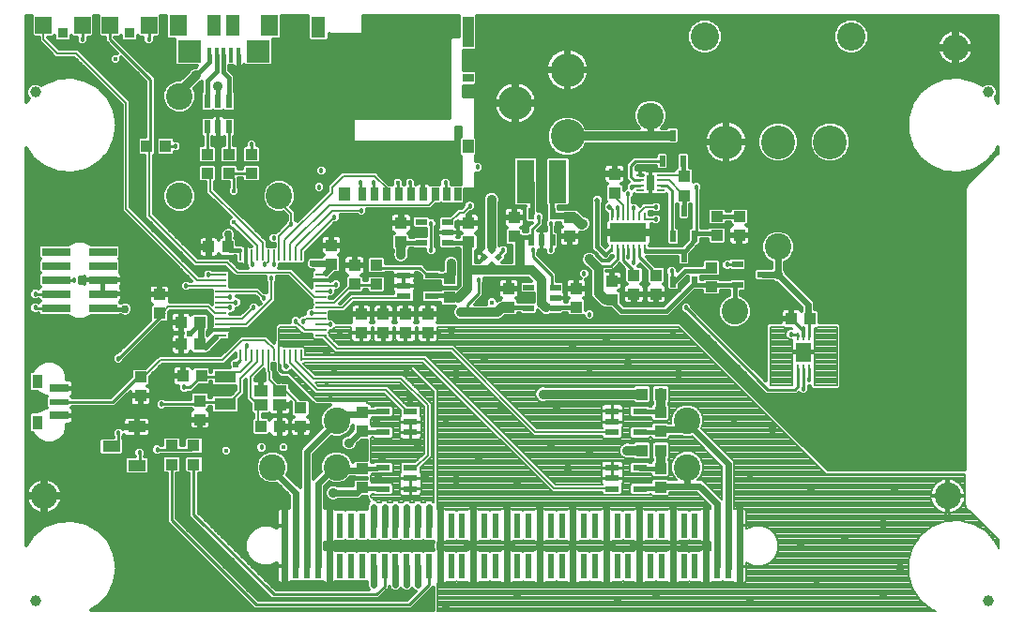
<source format=gtl>
G75*
G70*
%OFA0B0*%
%FSLAX24Y24*%
%IPPOS*%
%LPD*%
%AMOC8*
5,1,8,0,0,1.08239X$1,22.5*
%
%ADD10R,0.0512X0.0217*%
%ADD11R,0.0079X0.0394*%
%ADD12R,0.0394X0.0079*%
%ADD13R,0.0433X0.0394*%
%ADD14R,0.0394X0.0433*%
%ADD15R,0.0591X0.0591*%
%ADD16R,0.0354X0.0354*%
%ADD17R,0.0748X0.0433*%
%ADD18R,0.0472X0.0394*%
%ADD19C,0.0945*%
%ADD20R,0.0157X0.0531*%
%ADD21R,0.0630X0.0748*%
%ADD22R,0.0827X0.0787*%
%ADD23R,0.0472X0.0748*%
%ADD24R,0.0276X0.0472*%
%ADD25R,0.0394X0.0472*%
%ADD26R,0.0394X0.0315*%
%ADD27R,0.0394X0.1102*%
%ADD28R,0.0512X0.0748*%
%ADD29R,0.0276X0.0098*%
%ADD30R,0.0252X0.0539*%
%ADD31R,0.0098X0.0276*%
%ADD32R,0.1299X0.0669*%
%ADD33R,0.0394X0.0217*%
%ADD34R,0.0193X0.0193*%
%ADD35R,0.0217X0.0394*%
%ADD36R,0.0531X0.0650*%
%ADD37R,0.0236X0.0472*%
%ADD38R,0.1000X0.0300*%
%ADD39R,0.0630X0.1535*%
%ADD40C,0.1200*%
%ADD41C,0.1005*%
%ADD42C,0.0394*%
%ADD43R,0.0236X0.0906*%
%ADD44R,0.0709X0.0295*%
%ADD45R,0.0709X0.0236*%
%ADD46R,0.0354X0.0512*%
%ADD47R,0.0630X0.0394*%
%ADD48C,0.0160*%
%ADD49C,0.0080*%
%ADD50C,0.0100*%
%ADD51C,0.0354*%
%ADD52C,0.0295*%
%ADD53C,0.0172*%
%ADD54C,0.0180*%
%ADD55C,0.0200*%
%ADD56C,0.0120*%
%ADD57C,0.0240*%
%ADD58C,0.0240*%
%ADD59C,0.0320*%
%ADD60C,0.0180*%
D10*
X013741Y004943D03*
X013741Y005691D03*
X014725Y005691D03*
X014725Y005317D03*
X014725Y004943D03*
X014725Y006951D03*
X014725Y007325D03*
X014725Y007699D03*
X013741Y007699D03*
X013741Y006951D03*
X014489Y011794D03*
X014489Y012168D03*
X014489Y012542D03*
X015473Y012542D03*
X015473Y011794D03*
X021891Y007699D03*
X021891Y007325D03*
X021891Y006951D03*
X022875Y006951D03*
X022875Y007699D03*
X022875Y005691D03*
X022875Y004943D03*
X021891Y004943D03*
X021891Y005317D03*
X021891Y005691D03*
D11*
X010847Y009707D03*
X010650Y009707D03*
X010454Y009707D03*
X010257Y009707D03*
X010060Y009707D03*
X009863Y009707D03*
X009666Y009707D03*
X009469Y009707D03*
X009272Y009707D03*
X009076Y009707D03*
X008879Y009707D03*
X008682Y009707D03*
X008682Y013251D03*
X008879Y013251D03*
X009076Y013251D03*
X009272Y013251D03*
X009469Y013251D03*
X009666Y013251D03*
X009863Y013251D03*
X010060Y013251D03*
X010257Y013251D03*
X010454Y013251D03*
X010650Y013251D03*
X010847Y013251D03*
D12*
X011536Y012562D03*
X011536Y012365D03*
X011536Y012168D03*
X011536Y011971D03*
X011536Y011774D03*
X011536Y011577D03*
X011536Y011380D03*
X011536Y011184D03*
X011536Y010987D03*
X011536Y010790D03*
X011536Y010593D03*
X011536Y010396D03*
X007993Y010396D03*
X007993Y010593D03*
X007993Y010790D03*
X007993Y010987D03*
X007993Y011184D03*
X007993Y011380D03*
X007993Y011577D03*
X007993Y011774D03*
X007993Y011971D03*
X007993Y012168D03*
X007993Y012365D03*
X007993Y012562D03*
D13*
X005808Y011853D03*
X005808Y011184D03*
X005139Y008920D03*
X005139Y008251D03*
X007245Y008073D03*
X007245Y007404D03*
X007028Y006479D03*
X007028Y005810D03*
X006241Y005810D03*
X006241Y006479D03*
X010828Y007148D03*
X010828Y007817D03*
X013013Y007660D03*
X013013Y006991D03*
X013013Y005652D03*
X013013Y004983D03*
X012973Y010495D03*
X012973Y011164D03*
X013761Y011164D03*
X014548Y011164D03*
X015335Y011164D03*
X016123Y011754D03*
X016123Y012424D03*
X016792Y013723D03*
X016792Y014392D03*
X018406Y014589D03*
X018406Y013920D03*
X020375Y013920D03*
X020375Y014589D03*
X021969Y015475D03*
X021969Y016144D03*
X024430Y016046D03*
X024430Y015377D03*
X025611Y014629D03*
X025611Y013959D03*
X026398Y013959D03*
X026398Y014629D03*
X025414Y012798D03*
X025414Y012129D03*
X023446Y011873D03*
X022658Y011873D03*
X021871Y011676D03*
X021871Y012345D03*
X022658Y012542D03*
X023446Y012542D03*
X020611Y012069D03*
X020611Y011400D03*
X018209Y011400D03*
X018209Y012069D03*
X015335Y010495D03*
X014548Y010495D03*
X013761Y010495D03*
X013524Y012227D03*
X012737Y012227D03*
X012737Y012896D03*
X013524Y012896D03*
X014391Y013723D03*
X014391Y014392D03*
X011910Y013605D03*
X011910Y012936D03*
X009076Y016164D03*
X009076Y016833D03*
X008288Y016833D03*
X007501Y016833D03*
X007501Y016164D03*
X008288Y016164D03*
X023603Y007660D03*
X023603Y006991D03*
X023603Y005652D03*
X023603Y004983D03*
D14*
X023623Y006302D03*
X022954Y006302D03*
X022954Y008310D03*
X023623Y008310D03*
X028249Y010987D03*
X028918Y010987D03*
X010080Y007148D03*
X009410Y007148D03*
X007304Y008959D03*
X006635Y008959D03*
X006576Y010081D03*
X007245Y010081D03*
X007245Y010869D03*
X006576Y010869D03*
X007560Y013546D03*
X008229Y013546D03*
X006024Y017129D03*
X005355Y017129D03*
D15*
X005434Y021420D03*
X004056Y021420D03*
X003072Y021420D03*
X001694Y021420D03*
D16*
X002383Y021164D03*
X004745Y021164D03*
D17*
X008150Y008940D03*
X008150Y007955D03*
D18*
X009410Y007916D03*
X010080Y007916D03*
X010080Y008428D03*
X009410Y008428D03*
D19*
X012107Y007365D03*
X012107Y005711D03*
X009824Y005711D03*
X001713Y004688D03*
X006517Y015357D03*
X010060Y015357D03*
X006517Y018900D03*
X023249Y018211D03*
X027776Y013546D03*
X026241Y011262D03*
X024548Y007365D03*
X024548Y005711D03*
X033800Y004688D03*
X034076Y020632D03*
D20*
X008603Y020367D03*
X008347Y020367D03*
X008091Y020367D03*
X007835Y020367D03*
X007580Y020367D03*
D21*
X006477Y021420D03*
X009706Y021420D03*
D22*
X009312Y020495D03*
X006871Y020495D03*
D23*
X007757Y021420D03*
X008426Y021420D03*
D24*
X012997Y015420D03*
X013430Y015420D03*
X013863Y015420D03*
X014296Y015420D03*
X014729Y015420D03*
X015162Y015420D03*
X015595Y015420D03*
X016028Y015420D03*
X016402Y015420D03*
D25*
X016776Y017113D03*
X012387Y015420D03*
D26*
X016776Y019554D03*
D27*
X016776Y021188D03*
D28*
X011461Y021365D03*
D29*
X022885Y016095D03*
X022885Y015918D03*
X022885Y015741D03*
X022885Y015564D03*
X023613Y015564D03*
X023613Y015741D03*
X023613Y015918D03*
X023613Y016095D03*
D30*
X023249Y015829D03*
D31*
X023052Y014629D03*
X022855Y014629D03*
X022658Y014629D03*
X022461Y014629D03*
X022265Y014629D03*
X022068Y014629D03*
X021871Y014629D03*
X021871Y013487D03*
X022068Y013487D03*
X022265Y013487D03*
X022461Y013487D03*
X022658Y013487D03*
X022855Y013487D03*
X023052Y013487D03*
X028485Y010367D03*
X028682Y010367D03*
X028879Y010367D03*
X028879Y009245D03*
X028682Y009245D03*
X028485Y009245D03*
D32*
X022461Y014058D03*
D33*
X019863Y012109D03*
X019863Y011735D03*
X019863Y011361D03*
X018918Y011361D03*
X018918Y012109D03*
X016044Y013684D03*
X016044Y014058D03*
X016044Y014432D03*
X015099Y014432D03*
X015099Y013684D03*
X026339Y012936D03*
X026339Y012188D03*
X027245Y012562D03*
D34*
G36*
X017853Y013056D02*
X017718Y013191D01*
X017853Y013326D01*
X017988Y013191D01*
X017853Y013056D01*
G37*
G36*
X017599Y012803D02*
X017464Y012938D01*
X017599Y013073D01*
X017734Y012938D01*
X017599Y012803D01*
G37*
G36*
X017346Y013056D02*
X017211Y013191D01*
X017346Y013326D01*
X017481Y013191D01*
X017346Y013056D01*
G37*
G36*
X017599Y013310D02*
X017464Y013445D01*
X017599Y013580D01*
X017734Y013445D01*
X017599Y013310D01*
G37*
D35*
X019017Y013782D03*
X019391Y013782D03*
X019765Y013782D03*
X019765Y014727D03*
X019017Y014727D03*
X023662Y016597D03*
X024410Y016597D03*
X024036Y017503D03*
X024430Y014825D03*
X024804Y013920D03*
X024056Y013920D03*
X024430Y013211D03*
X024804Y012306D03*
X024056Y012306D03*
D36*
X028682Y009806D03*
D37*
X008269Y017817D03*
X007894Y017817D03*
X007520Y017817D03*
X007520Y018723D03*
X007894Y018723D03*
X008269Y018723D03*
D38*
X003808Y013365D03*
X003808Y012865D03*
X003808Y012365D03*
X003808Y011865D03*
X003808Y011365D03*
X002138Y011365D03*
X002138Y011865D03*
X002138Y012365D03*
X002138Y012865D03*
X002138Y013365D03*
D39*
X018820Y015869D03*
X019961Y015869D03*
D40*
X020296Y017483D03*
X018446Y018664D03*
X020296Y019845D03*
X025926Y017274D03*
X027776Y017274D03*
X029627Y017274D03*
D41*
X030375Y021026D03*
X025178Y021026D03*
D42*
X001398Y000947D03*
X001398Y019058D03*
X035257Y019058D03*
X035257Y000947D03*
D43*
X026398Y002188D03*
X026005Y002188D03*
X025611Y002188D03*
X025217Y002188D03*
X024824Y002188D03*
X024430Y002188D03*
X024036Y002188D03*
X023643Y002188D03*
X023249Y002188D03*
X022855Y002188D03*
X022461Y002188D03*
X022068Y002188D03*
X021674Y002188D03*
X021280Y002188D03*
X020887Y002188D03*
X020493Y002188D03*
X020099Y002188D03*
X019706Y002188D03*
X019312Y002188D03*
X018918Y002188D03*
X018524Y002188D03*
X018131Y002188D03*
X017737Y002188D03*
X017343Y002188D03*
X016950Y002188D03*
X016556Y002188D03*
X016162Y002188D03*
X015769Y002188D03*
X015375Y002188D03*
X014981Y002188D03*
X014587Y002188D03*
X014194Y002188D03*
X013800Y002188D03*
X013406Y002188D03*
X013013Y002188D03*
X012619Y002188D03*
X012225Y002188D03*
X011831Y002188D03*
X011438Y002188D03*
X011044Y002188D03*
X010650Y002188D03*
X010257Y002188D03*
X010257Y003644D03*
X010650Y003644D03*
X011044Y003644D03*
X011438Y003644D03*
X011831Y003644D03*
X012225Y003644D03*
X012619Y003644D03*
X013013Y003644D03*
X013406Y003644D03*
X013800Y003644D03*
X014194Y003644D03*
X014587Y003644D03*
X014981Y003644D03*
X015375Y003644D03*
X015769Y003644D03*
X016162Y003644D03*
X016556Y003644D03*
X016950Y003644D03*
X017343Y003644D03*
X017737Y003644D03*
X018131Y003644D03*
X018524Y003644D03*
X018918Y003644D03*
X019312Y003644D03*
X019706Y003644D03*
X020099Y003644D03*
X020493Y003644D03*
X020887Y003644D03*
X021280Y003644D03*
X021674Y003644D03*
X022068Y003644D03*
X022461Y003644D03*
X022855Y003644D03*
X023249Y003644D03*
X023643Y003644D03*
X024036Y003644D03*
X024430Y003644D03*
X024824Y003644D03*
X025217Y003644D03*
X025611Y003644D03*
X026005Y003644D03*
X026398Y003644D03*
D44*
X002245Y007552D03*
X002245Y008516D03*
D45*
X002245Y008034D03*
D46*
X001477Y007306D03*
X001477Y008762D03*
D47*
X005001Y007148D03*
X004095Y006459D03*
X005001Y005770D03*
D48*
X006871Y010475D02*
X007107Y010711D01*
X004587Y011341D02*
X004194Y011341D01*
X008328Y013428D02*
X008643Y013428D01*
X007894Y017286D02*
X007894Y017817D01*
X007894Y018723D02*
X007894Y019254D01*
X007520Y019471D02*
X007520Y018723D01*
X008269Y018723D02*
X008269Y019569D01*
X008091Y019747D01*
X008091Y020367D01*
X007835Y020367D02*
X007835Y019786D01*
X007520Y019471D01*
X007107Y019648D02*
X007580Y020121D01*
X007580Y020367D01*
X008603Y020367D02*
X008603Y019766D01*
X014509Y013703D02*
X015060Y013703D01*
X016241Y013703D02*
X016713Y013703D01*
X016083Y012522D02*
X015690Y012522D01*
X015650Y011814D02*
X016083Y011814D01*
X018288Y011380D02*
X018328Y011380D01*
X018800Y011380D01*
X019981Y011380D02*
X020394Y011380D01*
X021792Y011695D02*
X021891Y011597D01*
X022225Y011262D01*
X023800Y011262D01*
X024745Y012207D01*
X024784Y012207D02*
X025414Y012207D01*
X026202Y012207D01*
X026241Y012168D02*
X026241Y011577D01*
X025375Y012680D02*
X024469Y012680D01*
X024076Y012286D01*
X024469Y013388D02*
X023091Y013388D01*
X024469Y013388D02*
X024824Y013782D01*
X024902Y014018D02*
X025572Y014018D01*
X025611Y014629D02*
X026398Y014629D01*
X024430Y014825D02*
X024430Y015377D01*
X024410Y016006D02*
X024430Y016046D01*
X024424Y016013D01*
X024410Y016006D02*
X024410Y016597D01*
X021359Y015199D02*
X021359Y013546D01*
X021635Y013270D01*
X019745Y014766D02*
X019745Y015829D01*
X019036Y015829D02*
X019036Y014766D01*
X018898Y013900D02*
X018485Y013900D01*
D49*
X018564Y013821D01*
X018603Y013821D01*
X018485Y013900D02*
X018426Y013900D01*
X018406Y013920D01*
X018898Y013900D02*
X019036Y013900D01*
X019017Y013880D01*
X019017Y013782D01*
X019706Y013625D02*
X019765Y013684D01*
X019765Y013782D01*
X019765Y013920D01*
X019706Y013979D01*
X019824Y014648D02*
X019824Y014727D01*
X019765Y014727D01*
X019745Y014727D01*
X019745Y014766D01*
X020296Y014648D02*
X020316Y014648D01*
X020375Y014589D01*
X020394Y014609D01*
X020532Y014609D01*
X020808Y014333D02*
X020847Y014373D01*
X021831Y013487D02*
X021871Y013487D01*
X021831Y013487D02*
X021831Y013467D01*
X021477Y012877D02*
X021438Y012837D01*
X021359Y012837D01*
X022619Y012719D02*
X022619Y012581D01*
X022658Y012542D01*
X023328Y012660D02*
X023328Y012719D01*
X023328Y012660D02*
X023446Y012542D01*
X024056Y012306D02*
X024056Y012227D01*
X023997Y012168D01*
X024076Y012286D02*
X024056Y012306D01*
X024745Y012207D02*
X024804Y012266D01*
X024804Y012306D01*
X024804Y012227D01*
X024784Y012207D01*
X025414Y012207D02*
X025414Y012129D01*
X025375Y012680D02*
X025375Y012798D01*
X025414Y012798D01*
X026202Y012916D02*
X026320Y012916D01*
X026339Y012936D01*
X026202Y012207D02*
X026241Y012168D01*
X026261Y012188D01*
X026339Y012188D01*
X026241Y011577D02*
X026241Y011262D01*
X027501Y010691D02*
X027989Y010691D01*
X028011Y010670D01*
X028288Y010670D01*
X028288Y010626D01*
X028170Y010626D01*
X028059Y010514D01*
X028059Y010357D01*
X028170Y010246D01*
X028288Y010246D01*
X028288Y010189D01*
X028286Y010185D01*
X028276Y010149D01*
X028276Y009846D01*
X028642Y009846D01*
X028642Y009766D01*
X028276Y009766D01*
X028276Y009462D01*
X028286Y009427D01*
X028288Y009422D01*
X028288Y008625D01*
X027501Y008625D01*
X027501Y010691D01*
X027501Y010679D02*
X028002Y010679D01*
X028145Y010601D02*
X027501Y010601D01*
X027501Y010522D02*
X028067Y010522D01*
X028059Y010444D02*
X027501Y010444D01*
X027501Y010365D02*
X028059Y010365D01*
X028129Y010287D02*
X027501Y010287D01*
X027501Y010208D02*
X028288Y010208D01*
X028276Y010130D02*
X027501Y010130D01*
X027501Y010051D02*
X028276Y010051D01*
X028276Y009973D02*
X027501Y009973D01*
X027501Y009894D02*
X028276Y009894D01*
X028276Y009737D02*
X027501Y009737D01*
X027501Y009659D02*
X028276Y009659D01*
X028276Y009580D02*
X027501Y009580D01*
X027501Y009502D02*
X028276Y009502D01*
X028288Y009423D02*
X027501Y009423D01*
X027501Y009345D02*
X028288Y009345D01*
X028288Y009266D02*
X027501Y009266D01*
X027501Y009188D02*
X028288Y009188D01*
X028288Y009109D02*
X027501Y009109D01*
X027501Y009031D02*
X028288Y009031D01*
X028288Y008952D02*
X027501Y008952D01*
X027501Y008874D02*
X028288Y008874D01*
X028288Y008795D02*
X027501Y008795D01*
X027501Y008717D02*
X028288Y008717D01*
X028288Y008638D02*
X027501Y008638D01*
X026934Y008010D02*
X023878Y008010D01*
X023863Y007995D02*
X023920Y008052D01*
X023920Y008568D01*
X023861Y008626D01*
X023385Y008626D01*
X023326Y008568D01*
X023326Y008052D01*
X023343Y008034D01*
X023343Y007955D01*
X023287Y007898D01*
X023287Y007870D01*
X023210Y007870D01*
X023172Y007908D01*
X022577Y007908D01*
X022519Y007849D01*
X022519Y007550D01*
X022577Y007491D01*
X022854Y007491D01*
X022855Y007490D01*
X023287Y007490D01*
X023287Y007422D01*
X023345Y007363D01*
X023861Y007363D01*
X023920Y007422D01*
X023920Y007898D01*
X023863Y007955D01*
X023863Y007995D01*
X023886Y007932D02*
X024420Y007932D01*
X024434Y007937D02*
X024224Y007850D01*
X024063Y007689D01*
X023976Y007479D01*
X023976Y007270D01*
X023879Y007270D01*
X023861Y007288D01*
X023345Y007288D01*
X023287Y007229D01*
X023287Y007161D01*
X023013Y007161D01*
X023011Y007160D01*
X022577Y007160D01*
X022519Y007101D01*
X022519Y006802D01*
X022577Y006743D01*
X023172Y006743D01*
X023210Y006781D01*
X023287Y006781D01*
X023287Y006752D01*
X023345Y006694D01*
X023861Y006694D01*
X023920Y006752D01*
X023920Y006830D01*
X024344Y006830D01*
X024434Y006792D01*
X024662Y006792D01*
X024711Y006812D01*
X025785Y005738D01*
X025785Y004549D01*
X025072Y005262D01*
X024908Y005262D01*
X025033Y005387D01*
X025121Y005597D01*
X025121Y005825D01*
X025033Y006035D01*
X024872Y006197D01*
X024662Y006284D01*
X024434Y006284D01*
X024224Y006197D01*
X024063Y006035D01*
X023976Y005825D01*
X023976Y005597D01*
X024063Y005387D01*
X024188Y005262D01*
X023879Y005262D01*
X023861Y005280D01*
X023345Y005280D01*
X023287Y005221D01*
X023287Y005153D01*
X022934Y005153D01*
X022932Y005152D01*
X022577Y005152D01*
X022519Y005093D01*
X022519Y004794D01*
X022577Y004735D01*
X023172Y004735D01*
X023210Y004773D01*
X023287Y004773D01*
X023287Y004745D01*
X023345Y004686D01*
X023861Y004686D01*
X023920Y004745D01*
X023920Y004822D01*
X024890Y004822D01*
X025391Y004321D01*
X025391Y004227D01*
X025389Y004227D01*
X025354Y004237D01*
X025236Y004237D01*
X025236Y003663D01*
X025198Y003663D01*
X025198Y004237D01*
X025081Y004237D01*
X025045Y004227D01*
X025013Y004209D01*
X024992Y004188D01*
X024983Y004197D01*
X024664Y004197D01*
X024627Y004160D01*
X024589Y004197D01*
X024270Y004197D01*
X024261Y004188D01*
X024240Y004209D01*
X024208Y004227D01*
X024173Y004237D01*
X024055Y004237D01*
X024055Y003663D01*
X024017Y003663D01*
X024017Y004237D01*
X023900Y004237D01*
X023864Y004227D01*
X023832Y004209D01*
X023811Y004188D01*
X023802Y004197D01*
X023483Y004197D01*
X023446Y004160D01*
X023408Y004197D01*
X023089Y004197D01*
X023080Y004188D01*
X023059Y004209D01*
X023027Y004227D01*
X022992Y004237D01*
X022874Y004237D01*
X022874Y003663D01*
X022836Y003663D01*
X022836Y004237D01*
X022719Y004237D01*
X022683Y004227D01*
X022651Y004209D01*
X022630Y004188D01*
X022621Y004197D01*
X022302Y004197D01*
X022265Y004160D01*
X022227Y004197D01*
X021908Y004197D01*
X021899Y004188D01*
X021878Y004209D01*
X021846Y004227D01*
X021811Y004237D01*
X021693Y004237D01*
X021693Y003663D01*
X021655Y003663D01*
X021655Y004237D01*
X021537Y004237D01*
X021502Y004227D01*
X021470Y004209D01*
X021449Y004188D01*
X021440Y004197D01*
X021121Y004197D01*
X021083Y004160D01*
X021046Y004197D01*
X020727Y004197D01*
X020718Y004188D01*
X020697Y004209D01*
X020665Y004227D01*
X020629Y004237D01*
X020512Y004237D01*
X020512Y003663D01*
X020474Y003663D01*
X020474Y004237D01*
X020356Y004237D01*
X020321Y004227D01*
X020289Y004209D01*
X020268Y004188D01*
X020259Y004197D01*
X019940Y004197D01*
X019902Y004160D01*
X019865Y004197D01*
X019546Y004197D01*
X019537Y004188D01*
X019516Y004209D01*
X019484Y004227D01*
X019448Y004237D01*
X019331Y004237D01*
X019331Y003663D01*
X019293Y003663D01*
X019293Y004237D01*
X019175Y004237D01*
X019140Y004227D01*
X019108Y004209D01*
X019087Y004188D01*
X019078Y004197D01*
X018759Y004197D01*
X018721Y004160D01*
X018684Y004197D01*
X018365Y004197D01*
X018356Y004188D01*
X018335Y004209D01*
X018303Y004227D01*
X018267Y004237D01*
X018150Y004237D01*
X018150Y003663D01*
X018112Y003663D01*
X018112Y004237D01*
X017994Y004237D01*
X017959Y004227D01*
X017927Y004209D01*
X017906Y004188D01*
X017897Y004197D01*
X017577Y004197D01*
X017540Y004160D01*
X017503Y004197D01*
X017184Y004197D01*
X017175Y004188D01*
X017154Y004209D01*
X017122Y004227D01*
X017086Y004237D01*
X016969Y004237D01*
X016969Y003663D01*
X016931Y003663D01*
X016931Y004237D01*
X016813Y004237D01*
X016777Y004227D01*
X016746Y004209D01*
X016724Y004188D01*
X016715Y004197D01*
X016396Y004197D01*
X016359Y004160D01*
X016322Y004197D01*
X016003Y004197D01*
X015994Y004188D01*
X015973Y004209D01*
X015941Y004227D01*
X015905Y004237D01*
X015788Y004237D01*
X015788Y003663D01*
X015749Y003663D01*
X015749Y004237D01*
X015690Y004237D01*
X015690Y004299D01*
X015691Y004300D01*
X015691Y008461D01*
X015644Y008508D01*
X014857Y009295D01*
X014790Y009295D01*
X014744Y009248D01*
X014744Y009182D01*
X015531Y008395D01*
X015531Y004451D01*
X015528Y004451D01*
X015466Y004514D01*
X015284Y004514D01*
X015221Y004451D01*
X015135Y004451D01*
X015072Y004514D01*
X014890Y004514D01*
X014827Y004451D01*
X014741Y004451D01*
X014679Y004514D01*
X014496Y004514D01*
X014434Y004451D01*
X014347Y004451D01*
X014285Y004514D01*
X014103Y004514D01*
X014040Y004451D01*
X013954Y004451D01*
X013891Y004514D01*
X013709Y004514D01*
X013646Y004451D01*
X013560Y004451D01*
X013497Y004514D01*
X013462Y004514D01*
X013328Y004648D01*
X013328Y004743D01*
X013329Y004745D01*
X013329Y004773D01*
X013406Y004773D01*
X013444Y004735D01*
X014038Y004735D01*
X014097Y004794D01*
X014097Y005093D01*
X014038Y005152D01*
X013644Y005152D01*
X013642Y005153D01*
X013329Y005153D01*
X013329Y005221D01*
X013328Y005223D01*
X013328Y005412D01*
X013329Y005414D01*
X013329Y005482D01*
X013603Y005482D01*
X013605Y005483D01*
X014038Y005483D01*
X014097Y005542D01*
X014097Y005841D01*
X014038Y005900D01*
X013444Y005900D01*
X013406Y005862D01*
X013329Y005862D01*
X013329Y005890D01*
X013328Y005892D01*
X013328Y006751D01*
X013329Y006752D01*
X013329Y006781D01*
X013406Y006781D01*
X013444Y006743D01*
X014038Y006743D01*
X014097Y006802D01*
X014097Y007101D01*
X014038Y007160D01*
X013644Y007160D01*
X013642Y007161D01*
X013329Y007161D01*
X013329Y007229D01*
X013328Y007231D01*
X013328Y007420D01*
X013329Y007422D01*
X013329Y007490D01*
X013642Y007490D01*
X013644Y007491D01*
X014038Y007491D01*
X014097Y007550D01*
X014097Y007849D01*
X014038Y007908D01*
X013444Y007908D01*
X013406Y007870D01*
X013329Y007870D01*
X013329Y007898D01*
X013271Y007957D01*
X013247Y007957D01*
X013131Y008073D01*
X011398Y008073D01*
X010414Y009058D01*
X010178Y009058D01*
X010060Y009176D01*
X010060Y009707D01*
X010060Y009370D01*
X010096Y009370D01*
X010096Y009211D01*
X010213Y009094D01*
X010379Y009094D01*
X010476Y009191D01*
X011340Y008327D01*
X013781Y008327D01*
X014369Y007739D01*
X014369Y007550D01*
X014378Y007541D01*
X014357Y007520D01*
X014339Y007488D01*
X014329Y007452D01*
X014329Y007339D01*
X014711Y007339D01*
X014711Y007311D01*
X014739Y007311D01*
X014739Y007077D01*
X014739Y006965D01*
X015121Y006965D01*
X015121Y007078D01*
X015112Y007114D01*
X015097Y007138D01*
X015112Y007163D01*
X015121Y007199D01*
X015121Y007311D01*
X014739Y007311D01*
X014739Y007339D01*
X015121Y007339D01*
X015121Y007452D01*
X015112Y007488D01*
X015093Y007520D01*
X015072Y007541D01*
X015081Y007550D01*
X015081Y007849D01*
X015023Y007908D01*
X014597Y007908D01*
X013897Y008607D01*
X011456Y008607D01*
X011343Y008721D01*
X014333Y008721D01*
X015195Y007858D01*
X015195Y006202D01*
X014893Y005900D01*
X014428Y005900D01*
X014369Y005841D01*
X014369Y005542D01*
X014378Y005533D01*
X014357Y005512D01*
X014339Y005480D01*
X014329Y005444D01*
X014329Y005332D01*
X014711Y005332D01*
X014711Y005303D01*
X014739Y005303D01*
X014739Y005069D01*
X014739Y004958D01*
X014711Y004958D01*
X014711Y005303D01*
X014329Y005303D01*
X014329Y005191D01*
X014339Y005155D01*
X014353Y005130D01*
X014339Y005106D01*
X014329Y005070D01*
X014329Y004958D01*
X014711Y004958D01*
X014711Y004929D01*
X014739Y004929D01*
X014739Y004695D01*
X015000Y004695D01*
X015035Y004705D01*
X015067Y004723D01*
X015093Y004749D01*
X015112Y004781D01*
X015121Y004817D01*
X015121Y004929D01*
X014739Y004929D01*
X014739Y004958D01*
X015121Y004958D01*
X015121Y005070D01*
X015112Y005106D01*
X015097Y005130D01*
X015112Y005155D01*
X015121Y005191D01*
X015121Y005303D01*
X014739Y005303D01*
X014739Y005332D01*
X015121Y005332D01*
X015121Y005444D01*
X015112Y005480D01*
X015093Y005512D01*
X015072Y005533D01*
X015081Y005542D01*
X015081Y005692D01*
X015475Y006086D01*
X015475Y007974D01*
X015393Y008056D01*
X014531Y008919D01*
X014449Y009001D01*
X011338Y009001D01*
X010928Y009411D01*
X010947Y009429D01*
X015159Y009429D01*
X019766Y004823D01*
X021535Y004823D01*
X021535Y004794D01*
X021593Y004735D01*
X022188Y004735D01*
X022246Y004794D01*
X022246Y005093D01*
X022237Y005102D01*
X022258Y005123D01*
X022277Y005155D01*
X022286Y005191D01*
X022286Y005303D01*
X021905Y005303D01*
X021905Y005332D01*
X021876Y005332D01*
X021876Y005303D01*
X021495Y005303D01*
X021495Y005191D01*
X021504Y005155D01*
X021523Y005123D01*
X021543Y005103D01*
X019882Y005103D01*
X015357Y009627D01*
X015275Y009709D01*
X010987Y009709D01*
X010987Y009765D01*
X010987Y009766D01*
X010987Y009946D01*
X010928Y010004D01*
X010766Y010004D01*
X010749Y009986D01*
X010731Y010004D01*
X010570Y010004D01*
X010552Y009986D01*
X010534Y010004D01*
X010373Y010004D01*
X010355Y009986D01*
X010337Y010004D01*
X010197Y010004D01*
X010185Y010016D01*
X010153Y010035D01*
X010118Y010044D01*
X010060Y010044D01*
X010060Y009707D01*
X010060Y009707D01*
X010060Y009707D01*
X010060Y010672D01*
X010099Y010711D01*
X010649Y010711D01*
X010825Y010535D01*
X010907Y010453D01*
X011239Y010453D01*
X011239Y010315D01*
X011298Y010257D01*
X011478Y010257D01*
X011478Y010256D01*
X011577Y010256D01*
X011967Y009866D01*
X012049Y009784D01*
X016144Y009784D01*
X019014Y006913D01*
X019096Y006831D01*
X021535Y006831D01*
X021535Y006802D01*
X021593Y006743D01*
X022188Y006743D01*
X022246Y006802D01*
X022246Y007101D01*
X022237Y007110D01*
X022258Y007131D01*
X022277Y007163D01*
X022286Y007199D01*
X022286Y007311D01*
X021905Y007311D01*
X021905Y007339D01*
X022286Y007339D01*
X022286Y007452D01*
X022277Y007488D01*
X022263Y007512D01*
X022277Y007537D01*
X022286Y007573D01*
X022286Y007685D01*
X021905Y007685D01*
X021905Y007714D01*
X021876Y007714D01*
X021876Y007948D01*
X021616Y007948D01*
X021581Y007938D01*
X021549Y007920D01*
X021523Y007894D01*
X021504Y007862D01*
X021495Y007826D01*
X021495Y007714D01*
X021876Y007714D01*
X021876Y007685D01*
X021495Y007685D01*
X021495Y007573D01*
X021504Y007537D01*
X021518Y007512D01*
X021504Y007488D01*
X021495Y007452D01*
X021495Y007339D01*
X021876Y007339D01*
X021876Y007311D01*
X021495Y007311D01*
X021495Y007199D01*
X021504Y007163D01*
X021523Y007131D01*
X021543Y007111D01*
X019212Y007111D01*
X016260Y010064D01*
X012165Y010064D01*
X011833Y010396D01*
X011833Y010477D01*
X011815Y010495D01*
X011833Y010512D01*
X011833Y010600D01*
X011950Y010600D01*
X012061Y010711D01*
X012617Y010711D01*
X012617Y010710D01*
X012617Y010535D01*
X012933Y010535D01*
X012933Y010455D01*
X012617Y010455D01*
X012617Y010279D01*
X012626Y010244D01*
X012645Y010212D01*
X012671Y010186D01*
X012703Y010167D01*
X012738Y010158D01*
X012933Y010158D01*
X012933Y010455D01*
X013013Y010455D01*
X013013Y010535D01*
X013330Y010535D01*
X013330Y010710D01*
X013329Y010711D01*
X013404Y010711D01*
X013404Y010710D01*
X013404Y010535D01*
X013721Y010535D01*
X013721Y010455D01*
X013801Y010455D01*
X013801Y010535D01*
X014117Y010535D01*
X014117Y010710D01*
X014117Y010711D01*
X014192Y010711D01*
X014191Y010710D01*
X014191Y010535D01*
X014508Y010535D01*
X014508Y010455D01*
X014191Y010455D01*
X014191Y010279D01*
X014201Y010244D01*
X014219Y010212D01*
X014246Y010186D01*
X014277Y010167D01*
X014313Y010158D01*
X014508Y010158D01*
X014508Y010455D01*
X014588Y010455D01*
X014588Y010535D01*
X014905Y010535D01*
X014905Y010710D01*
X014904Y010711D01*
X014979Y010711D01*
X014979Y010710D01*
X014979Y010535D01*
X015295Y010535D01*
X015295Y010455D01*
X014979Y010455D01*
X014979Y010279D01*
X014988Y010244D01*
X015007Y010212D01*
X015033Y010186D01*
X015065Y010167D01*
X015100Y010158D01*
X015295Y010158D01*
X015295Y010455D01*
X015375Y010455D01*
X015375Y010158D01*
X015570Y010158D01*
X015606Y010167D01*
X015638Y010186D01*
X015664Y010212D01*
X015682Y010244D01*
X015692Y010279D01*
X015692Y010455D01*
X015375Y010455D01*
X015375Y010535D01*
X015692Y010535D01*
X015692Y010710D01*
X015692Y010711D01*
X024233Y010711D01*
X029469Y005475D01*
X034423Y005475D01*
X034423Y004403D01*
X034490Y004241D01*
X034614Y004118D01*
X035604Y003127D01*
X035604Y002829D01*
X035604Y002829D01*
X035480Y003086D01*
X035136Y003458D01*
X034697Y003711D01*
X034203Y003824D01*
X033697Y003786D01*
X033226Y003601D01*
X032829Y003285D01*
X032544Y002866D01*
X032395Y002382D01*
X032395Y001875D01*
X032544Y001391D01*
X032544Y001391D01*
X032829Y000972D01*
X032829Y000972D01*
X032829Y000972D01*
X033226Y000656D01*
X033369Y000600D01*
X015690Y000600D01*
X015690Y001595D01*
X015749Y001595D01*
X015749Y002168D01*
X015788Y002168D01*
X015788Y001595D01*
X015905Y001595D01*
X015941Y001604D01*
X015973Y001623D01*
X015994Y001644D01*
X016003Y001635D01*
X016322Y001635D01*
X016359Y001672D01*
X016396Y001635D01*
X016715Y001635D01*
X016724Y001644D01*
X016746Y001623D01*
X016777Y001604D01*
X016813Y001595D01*
X016931Y001595D01*
X016931Y002168D01*
X016969Y002168D01*
X016969Y001595D01*
X017086Y001595D01*
X017122Y001604D01*
X017154Y001623D01*
X017175Y001644D01*
X017184Y001635D01*
X017503Y001635D01*
X017540Y001672D01*
X017577Y001635D01*
X017897Y001635D01*
X017906Y001644D01*
X017927Y001623D01*
X017959Y001604D01*
X017994Y001595D01*
X018112Y001595D01*
X018112Y002168D01*
X018150Y002168D01*
X018150Y001595D01*
X018267Y001595D01*
X018303Y001604D01*
X018335Y001623D01*
X018356Y001644D01*
X018365Y001635D01*
X018684Y001635D01*
X018721Y001672D01*
X018759Y001635D01*
X019078Y001635D01*
X019087Y001644D01*
X019108Y001623D01*
X019140Y001604D01*
X019175Y001595D01*
X019293Y001595D01*
X019293Y002168D01*
X019331Y002168D01*
X019331Y001595D01*
X019448Y001595D01*
X019484Y001604D01*
X019516Y001623D01*
X019537Y001644D01*
X019546Y001635D01*
X019865Y001635D01*
X019902Y001672D01*
X019940Y001635D01*
X020259Y001635D01*
X020268Y001644D01*
X020289Y001623D01*
X020321Y001604D01*
X020356Y001595D01*
X020474Y001595D01*
X020474Y002168D01*
X020512Y002168D01*
X020512Y001595D01*
X020629Y001595D01*
X020665Y001604D01*
X020697Y001623D01*
X020718Y001644D01*
X020727Y001635D01*
X021046Y001635D01*
X021083Y001672D01*
X021121Y001635D01*
X021440Y001635D01*
X021449Y001644D01*
X021470Y001623D01*
X021502Y001604D01*
X021537Y001595D01*
X021655Y001595D01*
X021655Y002168D01*
X021693Y002168D01*
X021693Y001595D01*
X021811Y001595D01*
X021846Y001604D01*
X021878Y001623D01*
X021899Y001644D01*
X021908Y001635D01*
X022227Y001635D01*
X022265Y001672D01*
X022302Y001635D01*
X022621Y001635D01*
X022630Y001644D01*
X022651Y001623D01*
X022683Y001604D01*
X022719Y001595D01*
X022836Y001595D01*
X022836Y002168D01*
X022874Y002168D01*
X022874Y001595D01*
X022992Y001595D01*
X023027Y001604D01*
X023059Y001623D01*
X023080Y001644D01*
X023089Y001635D01*
X023408Y001635D01*
X023446Y001672D01*
X023483Y001635D01*
X023802Y001635D01*
X023811Y001644D01*
X023832Y001623D01*
X023864Y001604D01*
X023900Y001595D01*
X024017Y001595D01*
X024017Y002168D01*
X024055Y002168D01*
X024055Y001595D01*
X024173Y001595D01*
X024208Y001604D01*
X024240Y001623D01*
X024261Y001644D01*
X024270Y001635D01*
X024589Y001635D01*
X024627Y001672D01*
X024664Y001635D01*
X024983Y001635D01*
X024992Y001644D01*
X025013Y001623D01*
X025045Y001604D01*
X025081Y001595D01*
X025198Y001595D01*
X025198Y002168D01*
X025236Y002168D01*
X025236Y001595D01*
X025354Y001595D01*
X025389Y001604D01*
X025421Y001623D01*
X025442Y001644D01*
X025451Y001635D01*
X025771Y001635D01*
X025808Y001672D01*
X025845Y001635D01*
X026164Y001635D01*
X026173Y001644D01*
X026194Y001623D01*
X026226Y001604D01*
X026262Y001595D01*
X026379Y001595D01*
X026379Y002168D01*
X026417Y002168D01*
X026417Y001595D01*
X026535Y001595D01*
X026571Y001604D01*
X026602Y001623D01*
X026629Y001649D01*
X026647Y001681D01*
X026657Y001716D01*
X026657Y002169D01*
X026417Y002169D01*
X026417Y002207D01*
X026657Y002207D01*
X026657Y002315D01*
X026662Y002309D01*
X026925Y002200D01*
X027210Y002200D01*
X027473Y002309D01*
X027674Y002511D01*
X027783Y002774D01*
X027783Y003058D01*
X027674Y003321D01*
X027473Y003523D01*
X027210Y003631D01*
X026925Y003631D01*
X026662Y003523D01*
X026657Y003517D01*
X026657Y003625D01*
X026417Y003625D01*
X026417Y003663D01*
X026379Y003663D01*
X026379Y004237D01*
X026262Y004237D01*
X026226Y004227D01*
X026225Y004227D01*
X026225Y005920D01*
X025054Y007091D01*
X025121Y007251D01*
X025121Y007479D01*
X025033Y007689D01*
X024872Y007850D01*
X024662Y007937D01*
X024434Y007937D01*
X024231Y007853D02*
X023920Y007853D01*
X023920Y007775D02*
X024148Y007775D01*
X024070Y007696D02*
X023920Y007696D01*
X023920Y007618D02*
X024033Y007618D01*
X024001Y007539D02*
X023920Y007539D01*
X023920Y007461D02*
X023976Y007461D01*
X023976Y007382D02*
X023880Y007382D01*
X023976Y007304D02*
X022286Y007304D01*
X022286Y007382D02*
X023326Y007382D01*
X023287Y007461D02*
X022284Y007461D01*
X022277Y007539D02*
X022530Y007539D01*
X022519Y007618D02*
X022286Y007618D01*
X022286Y007714D02*
X021905Y007714D01*
X021905Y007948D01*
X022165Y007948D01*
X022200Y007938D01*
X022232Y007920D01*
X022258Y007894D01*
X022277Y007862D01*
X022286Y007826D01*
X022286Y007714D01*
X022286Y007775D02*
X022519Y007775D01*
X022523Y007853D02*
X022279Y007853D01*
X022212Y007932D02*
X023320Y007932D01*
X023343Y008010D02*
X023209Y008010D01*
X023192Y007993D02*
X023250Y008052D01*
X023250Y008568D01*
X023192Y008626D01*
X022715Y008626D01*
X022659Y008570D01*
X019526Y008570D01*
X019485Y008587D01*
X019375Y008587D01*
X019273Y008545D01*
X019195Y008467D01*
X019153Y008365D01*
X019153Y008254D01*
X019195Y008153D01*
X019273Y008075D01*
X019375Y008032D01*
X019485Y008032D01*
X019526Y008050D01*
X022659Y008050D01*
X022715Y007993D01*
X023192Y007993D01*
X023250Y008089D02*
X023326Y008089D01*
X023326Y008167D02*
X023250Y008167D01*
X023250Y008246D02*
X023326Y008246D01*
X023326Y008324D02*
X023250Y008324D01*
X023250Y008403D02*
X023326Y008403D01*
X023326Y008481D02*
X023250Y008481D01*
X023250Y008560D02*
X023326Y008560D01*
X023603Y008349D02*
X023603Y008310D01*
X023623Y008310D01*
X023920Y008324D02*
X026620Y008324D01*
X026542Y008403D02*
X023920Y008403D01*
X023920Y008481D02*
X026463Y008481D01*
X026385Y008560D02*
X023920Y008560D01*
X023920Y008246D02*
X026699Y008246D01*
X026777Y008167D02*
X023920Y008167D01*
X023920Y008089D02*
X026856Y008089D01*
X027013Y007932D02*
X024676Y007932D01*
X024865Y007853D02*
X027091Y007853D01*
X027170Y007775D02*
X024948Y007775D01*
X025026Y007696D02*
X027248Y007696D01*
X027327Y007618D02*
X025063Y007618D01*
X025096Y007539D02*
X027405Y007539D01*
X027484Y007461D02*
X025121Y007461D01*
X025121Y007382D02*
X027562Y007382D01*
X027641Y007304D02*
X025121Y007304D01*
X025110Y007225D02*
X027719Y007225D01*
X027798Y007147D02*
X025077Y007147D01*
X025077Y007068D02*
X027876Y007068D01*
X027955Y006990D02*
X025156Y006990D01*
X025234Y006911D02*
X028033Y006911D01*
X028112Y006833D02*
X025313Y006833D01*
X025391Y006754D02*
X028190Y006754D01*
X028269Y006676D02*
X025470Y006676D01*
X025548Y006597D02*
X028347Y006597D01*
X028426Y006519D02*
X025627Y006519D01*
X025705Y006440D02*
X028504Y006440D01*
X028583Y006362D02*
X025784Y006362D01*
X025862Y006283D02*
X028661Y006283D01*
X028740Y006205D02*
X025941Y006205D01*
X026019Y006126D02*
X028818Y006126D01*
X028897Y006048D02*
X026098Y006048D01*
X026176Y005969D02*
X028975Y005969D01*
X029054Y005891D02*
X026225Y005891D01*
X026225Y005812D02*
X029132Y005812D01*
X029211Y005734D02*
X026225Y005734D01*
X026225Y005655D02*
X029289Y005655D01*
X029368Y005577D02*
X026225Y005577D01*
X026225Y005498D02*
X029446Y005498D01*
X027252Y003614D02*
X033259Y003614D01*
X033226Y003601D02*
X033226Y003601D01*
X033144Y003536D02*
X027442Y003536D01*
X027539Y003457D02*
X033045Y003457D01*
X032947Y003379D02*
X027617Y003379D01*
X027683Y003300D02*
X032848Y003300D01*
X032829Y003285D02*
X032829Y003285D01*
X032829Y003285D01*
X032786Y003222D02*
X027716Y003222D01*
X027748Y003143D02*
X032733Y003143D01*
X032679Y003065D02*
X027781Y003065D01*
X027783Y002986D02*
X032626Y002986D01*
X032572Y002908D02*
X027783Y002908D01*
X027783Y002829D02*
X032533Y002829D01*
X032544Y002866D02*
X032544Y002866D01*
X032508Y002751D02*
X027774Y002751D01*
X027741Y002672D02*
X032484Y002672D01*
X032460Y002594D02*
X027709Y002594D01*
X027676Y002515D02*
X032436Y002515D01*
X032411Y002437D02*
X027600Y002437D01*
X027522Y002358D02*
X032395Y002358D01*
X032395Y002280D02*
X027401Y002280D01*
X027212Y002201D02*
X032395Y002201D01*
X032395Y002123D02*
X026657Y002123D01*
X026657Y002044D02*
X032395Y002044D01*
X032395Y001966D02*
X026657Y001966D01*
X026657Y001887D02*
X032395Y001887D01*
X032415Y001809D02*
X026657Y001809D01*
X026657Y001730D02*
X032439Y001730D01*
X032464Y001652D02*
X026630Y001652D01*
X026417Y001652D02*
X026379Y001652D01*
X026379Y001730D02*
X026417Y001730D01*
X026417Y001809D02*
X026379Y001809D01*
X026379Y001887D02*
X026417Y001887D01*
X026417Y001966D02*
X026379Y001966D01*
X026379Y002044D02*
X026417Y002044D01*
X026417Y002123D02*
X026379Y002123D01*
X026417Y002201D02*
X026924Y002201D01*
X026734Y002280D02*
X026657Y002280D01*
X025828Y001652D02*
X025787Y001652D01*
X025236Y001652D02*
X025198Y001652D01*
X025198Y001730D02*
X025236Y001730D01*
X025236Y001809D02*
X025198Y001809D01*
X025198Y001887D02*
X025236Y001887D01*
X025236Y001966D02*
X025198Y001966D01*
X025198Y002044D02*
X025236Y002044D01*
X025236Y002123D02*
X025198Y002123D01*
X025198Y002207D02*
X025198Y002780D01*
X025081Y002780D01*
X025045Y002771D01*
X025013Y002752D01*
X024992Y002731D01*
X024983Y002740D01*
X024664Y002740D01*
X024627Y002703D01*
X024589Y002740D01*
X024270Y002740D01*
X024261Y002731D01*
X024240Y002752D01*
X024208Y002771D01*
X024173Y002780D01*
X024055Y002780D01*
X024055Y002207D01*
X024017Y002207D01*
X024017Y002780D01*
X023900Y002780D01*
X023864Y002771D01*
X023832Y002752D01*
X023811Y002731D01*
X023802Y002740D01*
X023483Y002740D01*
X023446Y002703D01*
X023408Y002740D01*
X023089Y002740D01*
X023080Y002731D01*
X023059Y002752D01*
X023027Y002771D01*
X022992Y002780D01*
X022874Y002780D01*
X022874Y002207D01*
X022836Y002207D01*
X022836Y002780D01*
X022719Y002780D01*
X022683Y002771D01*
X022651Y002752D01*
X022630Y002731D01*
X022621Y002740D01*
X022302Y002740D01*
X022265Y002703D01*
X022227Y002740D01*
X021908Y002740D01*
X021899Y002731D01*
X021878Y002752D01*
X021846Y002771D01*
X021811Y002780D01*
X021693Y002780D01*
X021693Y002207D01*
X021655Y002207D01*
X021655Y002780D01*
X021537Y002780D01*
X021502Y002771D01*
X021470Y002752D01*
X021449Y002731D01*
X021440Y002740D01*
X021121Y002740D01*
X021083Y002703D01*
X021046Y002740D01*
X020727Y002740D01*
X020718Y002731D01*
X020697Y002752D01*
X020665Y002771D01*
X020629Y002780D01*
X020512Y002780D01*
X020512Y002207D01*
X020474Y002207D01*
X020474Y002780D01*
X020356Y002780D01*
X020321Y002771D01*
X020289Y002752D01*
X020268Y002731D01*
X020259Y002740D01*
X019940Y002740D01*
X019902Y002703D01*
X019865Y002740D01*
X019546Y002740D01*
X019537Y002731D01*
X019516Y002752D01*
X019484Y002771D01*
X019448Y002780D01*
X019331Y002780D01*
X019331Y002207D01*
X019293Y002207D01*
X019293Y002780D01*
X019175Y002780D01*
X019140Y002771D01*
X019108Y002752D01*
X019087Y002731D01*
X019078Y002740D01*
X018759Y002740D01*
X018721Y002703D01*
X018684Y002740D01*
X018365Y002740D01*
X018356Y002731D01*
X018335Y002752D01*
X018303Y002771D01*
X018267Y002780D01*
X018150Y002780D01*
X018150Y002207D01*
X018112Y002207D01*
X018112Y002780D01*
X017994Y002780D01*
X017959Y002771D01*
X017927Y002752D01*
X017906Y002731D01*
X017897Y002740D01*
X017577Y002740D01*
X017540Y002703D01*
X017503Y002740D01*
X017184Y002740D01*
X017175Y002731D01*
X017154Y002752D01*
X017122Y002771D01*
X017086Y002780D01*
X016969Y002780D01*
X016969Y002207D01*
X016931Y002207D01*
X016931Y002780D01*
X016813Y002780D01*
X016777Y002771D01*
X016746Y002752D01*
X016724Y002731D01*
X016715Y002740D01*
X016396Y002740D01*
X016359Y002703D01*
X016322Y002740D01*
X016003Y002740D01*
X015994Y002731D01*
X015973Y002752D01*
X015941Y002771D01*
X015905Y002780D01*
X015788Y002780D01*
X015788Y002207D01*
X015749Y002207D01*
X015749Y002780D01*
X015690Y002780D01*
X015690Y003051D01*
X015749Y003051D01*
X015749Y003625D01*
X015788Y003625D01*
X015788Y003051D01*
X015905Y003051D01*
X015941Y003061D01*
X015973Y003079D01*
X015994Y003101D01*
X016003Y003091D01*
X016322Y003091D01*
X016359Y003129D01*
X016396Y003091D01*
X016715Y003091D01*
X016724Y003101D01*
X016746Y003079D01*
X016777Y003061D01*
X016813Y003051D01*
X016931Y003051D01*
X016931Y003625D01*
X016969Y003625D01*
X016969Y003051D01*
X017086Y003051D01*
X017122Y003061D01*
X017154Y003079D01*
X017175Y003101D01*
X017184Y003091D01*
X017503Y003091D01*
X017540Y003129D01*
X017577Y003091D01*
X017897Y003091D01*
X017906Y003101D01*
X017927Y003079D01*
X017959Y003061D01*
X017994Y003051D01*
X018112Y003051D01*
X018112Y003625D01*
X018150Y003625D01*
X018150Y003051D01*
X018267Y003051D01*
X018303Y003061D01*
X018335Y003079D01*
X018356Y003101D01*
X018365Y003091D01*
X018684Y003091D01*
X018721Y003129D01*
X018759Y003091D01*
X019078Y003091D01*
X019087Y003101D01*
X019108Y003079D01*
X019140Y003061D01*
X019175Y003051D01*
X019293Y003051D01*
X019293Y003625D01*
X019331Y003625D01*
X019331Y003051D01*
X019448Y003051D01*
X019484Y003061D01*
X019516Y003079D01*
X019537Y003101D01*
X019546Y003091D01*
X019865Y003091D01*
X019902Y003129D01*
X019940Y003091D01*
X020259Y003091D01*
X020268Y003101D01*
X020289Y003079D01*
X020321Y003061D01*
X020356Y003051D01*
X020474Y003051D01*
X020474Y003625D01*
X020512Y003625D01*
X020512Y003051D01*
X020629Y003051D01*
X020665Y003061D01*
X020697Y003079D01*
X020718Y003101D01*
X020727Y003091D01*
X021046Y003091D01*
X021083Y003129D01*
X021121Y003091D01*
X021440Y003091D01*
X021449Y003101D01*
X021470Y003079D01*
X021502Y003061D01*
X021537Y003051D01*
X021655Y003051D01*
X021655Y003625D01*
X021693Y003625D01*
X021693Y003051D01*
X021811Y003051D01*
X021846Y003061D01*
X021878Y003079D01*
X021899Y003101D01*
X021908Y003091D01*
X022227Y003091D01*
X022265Y003129D01*
X022302Y003091D01*
X022621Y003091D01*
X022630Y003101D01*
X022651Y003079D01*
X022683Y003061D01*
X022719Y003051D01*
X022836Y003051D01*
X022836Y003625D01*
X022874Y003625D01*
X022874Y003051D01*
X022992Y003051D01*
X023027Y003061D01*
X023059Y003079D01*
X023080Y003101D01*
X023089Y003091D01*
X023408Y003091D01*
X023446Y003129D01*
X023483Y003091D01*
X023802Y003091D01*
X023811Y003101D01*
X023832Y003079D01*
X023864Y003061D01*
X023900Y003051D01*
X024017Y003051D01*
X024017Y003625D01*
X024055Y003625D01*
X024055Y003051D01*
X024173Y003051D01*
X024208Y003061D01*
X024240Y003079D01*
X024261Y003101D01*
X024270Y003091D01*
X024589Y003091D01*
X024627Y003129D01*
X024664Y003091D01*
X024983Y003091D01*
X024992Y003101D01*
X025013Y003079D01*
X025045Y003061D01*
X025081Y003051D01*
X025198Y003051D01*
X025198Y003625D01*
X025236Y003625D01*
X025236Y003051D01*
X025354Y003051D01*
X025389Y003061D01*
X025391Y003062D01*
X025391Y002770D01*
X025389Y002771D01*
X025354Y002780D01*
X025236Y002780D01*
X025236Y002207D01*
X025198Y002207D01*
X025198Y002280D02*
X025236Y002280D01*
X025236Y002358D02*
X025198Y002358D01*
X025198Y002437D02*
X025236Y002437D01*
X025236Y002515D02*
X025198Y002515D01*
X025198Y002594D02*
X025236Y002594D01*
X025236Y002672D02*
X025198Y002672D01*
X025198Y002751D02*
X025236Y002751D01*
X025391Y002829D02*
X015690Y002829D01*
X015690Y002908D02*
X025391Y002908D01*
X025391Y002986D02*
X015690Y002986D01*
X015749Y003065D02*
X015788Y003065D01*
X015788Y003143D02*
X015749Y003143D01*
X015749Y003222D02*
X015788Y003222D01*
X015788Y003300D02*
X015749Y003300D01*
X015749Y003379D02*
X015788Y003379D01*
X015788Y003457D02*
X015749Y003457D01*
X015749Y003536D02*
X015788Y003536D01*
X015788Y003614D02*
X015749Y003614D01*
X015749Y003693D02*
X015788Y003693D01*
X015788Y003771D02*
X015749Y003771D01*
X015749Y003850D02*
X015788Y003850D01*
X015788Y003928D02*
X015749Y003928D01*
X015749Y004007D02*
X015788Y004007D01*
X015788Y004085D02*
X015749Y004085D01*
X015749Y004164D02*
X015788Y004164D01*
X015690Y004242D02*
X025391Y004242D01*
X025391Y004321D02*
X015691Y004321D01*
X015691Y004399D02*
X025313Y004399D01*
X025234Y004478D02*
X015691Y004478D01*
X015691Y004556D02*
X025156Y004556D01*
X025077Y004635D02*
X015691Y004635D01*
X015691Y004713D02*
X023318Y004713D01*
X023446Y004963D02*
X023446Y004983D01*
X023603Y004983D01*
X023721Y004983D01*
X023721Y005042D01*
X023878Y005263D02*
X024187Y005263D01*
X024109Y005341D02*
X022286Y005341D01*
X022286Y005332D02*
X022286Y005444D01*
X022277Y005480D01*
X022263Y005504D01*
X022277Y005529D01*
X022286Y005565D01*
X022286Y005677D01*
X021905Y005677D01*
X021905Y005706D01*
X021876Y005706D01*
X021876Y005940D01*
X021616Y005940D01*
X021581Y005930D01*
X021549Y005912D01*
X021523Y005886D01*
X021504Y005854D01*
X021495Y005818D01*
X021495Y005706D01*
X021876Y005706D01*
X021876Y005677D01*
X021495Y005677D01*
X021495Y005565D01*
X021504Y005529D01*
X021518Y005504D01*
X021504Y005480D01*
X021495Y005444D01*
X021495Y005332D01*
X021876Y005332D01*
X021876Y005566D01*
X021876Y005677D01*
X021905Y005677D01*
X021905Y005332D01*
X022286Y005332D01*
X022286Y005263D02*
X023328Y005263D01*
X023287Y005184D02*
X022285Y005184D01*
X022241Y005106D02*
X022531Y005106D01*
X022519Y005027D02*
X022246Y005027D01*
X022246Y004949D02*
X022519Y004949D01*
X022519Y004870D02*
X022246Y004870D01*
X022244Y004792D02*
X022521Y004792D01*
X022875Y004943D02*
X023013Y004943D01*
X023013Y004963D01*
X023345Y005355D02*
X023287Y005414D01*
X023287Y005482D01*
X022816Y005482D01*
X022814Y005483D01*
X022577Y005483D01*
X022519Y005542D01*
X022519Y005841D01*
X022577Y005900D01*
X023172Y005900D01*
X023210Y005862D01*
X023287Y005862D01*
X023287Y005890D01*
X023343Y005947D01*
X023343Y006027D01*
X023326Y006044D01*
X023326Y006560D01*
X023385Y006618D01*
X023861Y006618D01*
X023920Y006560D01*
X023920Y006044D01*
X023863Y005987D01*
X023863Y005947D01*
X023920Y005890D01*
X023920Y005414D01*
X023861Y005355D01*
X023345Y005355D01*
X023287Y005420D02*
X022286Y005420D01*
X022266Y005498D02*
X022563Y005498D01*
X022519Y005577D02*
X022286Y005577D01*
X022286Y005655D02*
X022519Y005655D01*
X022519Y005734D02*
X022286Y005734D01*
X022286Y005706D02*
X022286Y005818D01*
X022277Y005854D01*
X022258Y005886D01*
X022232Y005912D01*
X022200Y005930D01*
X022165Y005940D01*
X021905Y005940D01*
X021905Y005706D01*
X022286Y005706D01*
X022286Y005812D02*
X022519Y005812D01*
X022568Y005891D02*
X022254Y005891D01*
X022312Y006048D02*
X018937Y006048D01*
X018859Y006126D02*
X022206Y006126D01*
X022187Y006145D02*
X022265Y006067D01*
X022367Y006025D01*
X022477Y006025D01*
X022519Y006042D01*
X022659Y006042D01*
X022715Y005985D01*
X023192Y005985D01*
X023250Y006044D01*
X023250Y006560D01*
X023192Y006618D01*
X022715Y006618D01*
X022659Y006562D01*
X022519Y006562D01*
X022477Y006579D01*
X022367Y006579D01*
X022265Y006537D01*
X022187Y006459D01*
X022145Y006357D01*
X022145Y006247D01*
X022187Y006145D01*
X022162Y006205D02*
X018780Y006205D01*
X018702Y006283D02*
X022145Y006283D01*
X022147Y006362D02*
X018623Y006362D01*
X018545Y006440D02*
X022179Y006440D01*
X022247Y006519D02*
X018466Y006519D01*
X018388Y006597D02*
X022694Y006597D01*
X022567Y006754D02*
X022199Y006754D01*
X022246Y006833D02*
X022519Y006833D01*
X022519Y006911D02*
X022246Y006911D01*
X022246Y006990D02*
X022519Y006990D01*
X022519Y007068D02*
X022246Y007068D01*
X022267Y007147D02*
X022564Y007147D01*
X022286Y007225D02*
X023287Y007225D01*
X023091Y006971D02*
X023091Y006951D01*
X022875Y006951D01*
X023183Y006754D02*
X023287Y006754D01*
X023213Y006597D02*
X023363Y006597D01*
X023326Y006519D02*
X023250Y006519D01*
X023250Y006440D02*
X023326Y006440D01*
X023326Y006362D02*
X023250Y006362D01*
X023250Y006283D02*
X023326Y006283D01*
X023326Y006205D02*
X023250Y006205D01*
X023250Y006126D02*
X023326Y006126D01*
X023326Y006048D02*
X023250Y006048D01*
X023343Y005969D02*
X019016Y005969D01*
X019094Y005891D02*
X021527Y005891D01*
X021495Y005812D02*
X019173Y005812D01*
X019251Y005734D02*
X021495Y005734D01*
X021495Y005655D02*
X019330Y005655D01*
X019408Y005577D02*
X021495Y005577D01*
X021515Y005498D02*
X019487Y005498D01*
X019565Y005420D02*
X021495Y005420D01*
X021495Y005341D02*
X019644Y005341D01*
X019722Y005263D02*
X021495Y005263D01*
X021496Y005184D02*
X019801Y005184D01*
X019879Y005106D02*
X021540Y005106D01*
X021674Y004963D02*
X021674Y004943D01*
X021891Y004943D01*
X021674Y004963D02*
X019824Y004963D01*
X015217Y009569D01*
X010847Y009569D01*
X010847Y009707D01*
X010987Y009737D02*
X016190Y009737D01*
X016269Y009659D02*
X015326Y009659D01*
X015405Y009580D02*
X016347Y009580D01*
X016426Y009502D02*
X015483Y009502D01*
X015562Y009423D02*
X016504Y009423D01*
X016583Y009345D02*
X015640Y009345D01*
X015719Y009266D02*
X016661Y009266D01*
X016740Y009188D02*
X015797Y009188D01*
X015876Y009109D02*
X016818Y009109D01*
X016897Y009031D02*
X015954Y009031D01*
X016033Y008952D02*
X016975Y008952D01*
X017054Y008874D02*
X016111Y008874D01*
X016190Y008795D02*
X017132Y008795D01*
X017211Y008717D02*
X016268Y008717D01*
X016347Y008638D02*
X017289Y008638D01*
X017368Y008560D02*
X016425Y008560D01*
X016504Y008481D02*
X017446Y008481D01*
X017525Y008403D02*
X016582Y008403D01*
X016661Y008324D02*
X017603Y008324D01*
X017682Y008246D02*
X016739Y008246D01*
X016818Y008167D02*
X017760Y008167D01*
X017839Y008089D02*
X016896Y008089D01*
X016975Y008010D02*
X017917Y008010D01*
X017996Y007932D02*
X017053Y007932D01*
X017132Y007853D02*
X018074Y007853D01*
X018153Y007775D02*
X017210Y007775D01*
X017289Y007696D02*
X018231Y007696D01*
X018310Y007618D02*
X017367Y007618D01*
X017446Y007539D02*
X018388Y007539D01*
X018467Y007461D02*
X017524Y007461D01*
X017603Y007382D02*
X018545Y007382D01*
X018624Y007304D02*
X017681Y007304D01*
X017760Y007225D02*
X018702Y007225D01*
X018781Y007147D02*
X017838Y007147D01*
X017917Y007068D02*
X018859Y007068D01*
X018938Y006990D02*
X017995Y006990D01*
X018074Y006911D02*
X019016Y006911D01*
X019095Y006833D02*
X018152Y006833D01*
X018231Y006754D02*
X021582Y006754D01*
X021713Y006951D02*
X021891Y006951D01*
X021713Y006951D02*
X021713Y006971D01*
X019154Y006971D01*
X016202Y009924D01*
X012107Y009924D01*
X011635Y010396D01*
X011536Y010396D01*
X011536Y010593D02*
X010965Y010593D01*
X010650Y010908D01*
X010681Y010679D02*
X010067Y010679D01*
X010060Y010601D02*
X010760Y010601D01*
X010838Y010522D02*
X010060Y010522D01*
X010060Y010444D02*
X011239Y010444D01*
X011239Y010365D02*
X010060Y010365D01*
X010060Y010287D02*
X011268Y010287D01*
X011625Y010208D02*
X010060Y010208D01*
X010060Y010130D02*
X011703Y010130D01*
X011782Y010051D02*
X010060Y010051D01*
X010060Y009973D02*
X010060Y009973D01*
X010060Y009894D02*
X010060Y009894D01*
X010060Y009816D02*
X010060Y009816D01*
X010060Y009737D02*
X010060Y009737D01*
X010060Y009659D02*
X010060Y009659D01*
X010060Y009580D02*
X010060Y009580D01*
X010060Y009502D02*
X010060Y009502D01*
X010060Y009423D02*
X010060Y009423D01*
X010060Y009345D02*
X010096Y009345D01*
X010096Y009266D02*
X010060Y009266D01*
X010060Y009188D02*
X010120Y009188D01*
X010127Y009109D02*
X010198Y009109D01*
X010394Y009109D02*
X010558Y009109D01*
X010480Y009188D02*
X010473Y009188D01*
X010441Y009031D02*
X010637Y009031D01*
X010715Y008952D02*
X010520Y008952D01*
X010598Y008874D02*
X010794Y008874D01*
X010872Y008795D02*
X010677Y008795D01*
X010755Y008717D02*
X010951Y008717D01*
X011029Y008638D02*
X010834Y008638D01*
X010912Y008560D02*
X011108Y008560D01*
X011186Y008481D02*
X010991Y008481D01*
X011069Y008403D02*
X011265Y008403D01*
X011148Y008324D02*
X013784Y008324D01*
X013863Y008246D02*
X011226Y008246D01*
X011305Y008167D02*
X013941Y008167D01*
X014020Y008089D02*
X011383Y008089D01*
X011398Y008467D02*
X010454Y009412D01*
X010454Y009707D01*
X010650Y009707D02*
X010650Y009491D01*
X011280Y008861D01*
X014391Y008861D01*
X015335Y007916D01*
X015335Y006144D01*
X014922Y005731D01*
X014765Y005731D01*
X014725Y005691D01*
X014369Y005655D02*
X014097Y005655D01*
X014097Y005577D02*
X014369Y005577D01*
X014349Y005498D02*
X014053Y005498D01*
X014097Y005734D02*
X014369Y005734D01*
X014369Y005812D02*
X014097Y005812D01*
X014048Y005891D02*
X014419Y005891D01*
X014329Y005420D02*
X013329Y005420D01*
X013328Y005341D02*
X014329Y005341D01*
X014329Y005263D02*
X013328Y005263D01*
X013329Y005184D02*
X014331Y005184D01*
X014339Y005106D02*
X014084Y005106D01*
X014097Y005027D02*
X014329Y005027D01*
X014329Y004929D02*
X014329Y004817D01*
X014339Y004781D01*
X014357Y004749D01*
X014383Y004723D01*
X014415Y004705D01*
X014451Y004695D01*
X014711Y004695D01*
X014711Y004929D01*
X014329Y004929D01*
X014329Y004870D02*
X014097Y004870D01*
X014097Y004949D02*
X014711Y004949D01*
X014739Y004949D02*
X015531Y004949D01*
X015531Y005027D02*
X015121Y005027D01*
X015112Y005106D02*
X015531Y005106D01*
X015531Y005184D02*
X015119Y005184D01*
X015121Y005263D02*
X015531Y005263D01*
X015531Y005341D02*
X015121Y005341D01*
X015121Y005420D02*
X015531Y005420D01*
X015531Y005498D02*
X015101Y005498D01*
X015081Y005577D02*
X015531Y005577D01*
X015531Y005655D02*
X015081Y005655D01*
X015123Y005734D02*
X015531Y005734D01*
X015531Y005812D02*
X015201Y005812D01*
X015280Y005891D02*
X015531Y005891D01*
X015531Y005969D02*
X015358Y005969D01*
X015437Y006048D02*
X015531Y006048D01*
X015531Y006126D02*
X015475Y006126D01*
X015475Y006205D02*
X015531Y006205D01*
X015531Y006283D02*
X015475Y006283D01*
X015475Y006362D02*
X015531Y006362D01*
X015531Y006440D02*
X015475Y006440D01*
X015475Y006519D02*
X015531Y006519D01*
X015531Y006597D02*
X015475Y006597D01*
X015475Y006676D02*
X015531Y006676D01*
X015531Y006754D02*
X015475Y006754D01*
X015475Y006833D02*
X015531Y006833D01*
X015531Y006911D02*
X015475Y006911D01*
X015475Y006990D02*
X015531Y006990D01*
X015531Y007068D02*
X015475Y007068D01*
X015475Y007147D02*
X015531Y007147D01*
X015531Y007225D02*
X015475Y007225D01*
X015475Y007304D02*
X015531Y007304D01*
X015531Y007382D02*
X015475Y007382D01*
X015475Y007461D02*
X015531Y007461D01*
X015531Y007539D02*
X015475Y007539D01*
X015475Y007618D02*
X015531Y007618D01*
X015531Y007696D02*
X015475Y007696D01*
X015475Y007775D02*
X015531Y007775D01*
X015531Y007853D02*
X015475Y007853D01*
X015475Y007932D02*
X015531Y007932D01*
X015531Y008010D02*
X015439Y008010D01*
X015361Y008089D02*
X015531Y008089D01*
X015531Y008167D02*
X015282Y008167D01*
X015204Y008246D02*
X015531Y008246D01*
X015531Y008324D02*
X015125Y008324D01*
X015047Y008403D02*
X015523Y008403D01*
X015445Y008481D02*
X014968Y008481D01*
X014890Y008560D02*
X015366Y008560D01*
X015288Y008638D02*
X014811Y008638D01*
X014733Y008717D02*
X015209Y008717D01*
X015131Y008795D02*
X014654Y008795D01*
X014576Y008874D02*
X015052Y008874D01*
X014974Y008952D02*
X014497Y008952D01*
X014337Y008717D02*
X011347Y008717D01*
X011425Y008638D02*
X014415Y008638D01*
X014494Y008560D02*
X013945Y008560D01*
X014023Y008481D02*
X014572Y008481D01*
X014651Y008403D02*
X014102Y008403D01*
X014180Y008324D02*
X014729Y008324D01*
X014808Y008246D02*
X014259Y008246D01*
X014337Y008167D02*
X014886Y008167D01*
X014965Y008089D02*
X014416Y008089D01*
X014494Y008010D02*
X015043Y008010D01*
X015122Y007932D02*
X014573Y007932D01*
X014568Y007739D02*
X014568Y007699D01*
X014725Y007699D01*
X014568Y007739D02*
X013839Y008467D01*
X011398Y008467D01*
X011309Y009031D02*
X014895Y009031D01*
X014817Y009109D02*
X011230Y009109D01*
X011152Y009188D02*
X014744Y009188D01*
X014761Y009266D02*
X011073Y009266D01*
X010995Y009345D02*
X015244Y009345D01*
X015166Y009423D02*
X010941Y009423D01*
X010987Y009816D02*
X012017Y009816D01*
X011939Y009894D02*
X010987Y009894D01*
X010960Y009973D02*
X011860Y009973D01*
X012021Y010208D02*
X012648Y010208D01*
X012617Y010287D02*
X011942Y010287D01*
X011864Y010365D02*
X012617Y010365D01*
X012617Y010444D02*
X011833Y010444D01*
X011833Y010522D02*
X012933Y010522D01*
X012933Y010444D02*
X013013Y010444D01*
X013013Y010455D02*
X013013Y010158D01*
X013208Y010158D01*
X013244Y010167D01*
X013276Y010186D01*
X013302Y010212D01*
X013320Y010244D01*
X013330Y010279D01*
X013330Y010455D01*
X013013Y010455D01*
X013013Y010522D02*
X013721Y010522D01*
X013721Y010455D02*
X013404Y010455D01*
X013404Y010279D01*
X013414Y010244D01*
X013432Y010212D01*
X013458Y010186D01*
X013490Y010167D01*
X013526Y010158D01*
X013721Y010158D01*
X013721Y010455D01*
X013721Y010444D02*
X013801Y010444D01*
X013801Y010455D02*
X013801Y010158D01*
X013996Y010158D01*
X014031Y010167D01*
X014063Y010186D01*
X014089Y010212D01*
X014108Y010244D01*
X014117Y010279D01*
X014117Y010455D01*
X013801Y010455D01*
X013801Y010522D02*
X014508Y010522D01*
X014508Y010444D02*
X014588Y010444D01*
X014588Y010455D02*
X014588Y010158D01*
X014783Y010158D01*
X014819Y010167D01*
X014851Y010186D01*
X014877Y010212D01*
X014895Y010244D01*
X014905Y010279D01*
X014905Y010455D01*
X014588Y010455D01*
X014588Y010522D02*
X015295Y010522D01*
X015295Y010444D02*
X015375Y010444D01*
X015375Y010522D02*
X024422Y010522D01*
X024344Y010601D02*
X015692Y010601D01*
X015692Y010679D02*
X024265Y010679D01*
X024501Y010444D02*
X015692Y010444D01*
X015692Y010365D02*
X024579Y010365D01*
X024658Y010287D02*
X015692Y010287D01*
X015660Y010208D02*
X024736Y010208D01*
X024815Y010130D02*
X012099Y010130D01*
X011950Y010601D02*
X012617Y010601D01*
X012617Y010679D02*
X012029Y010679D01*
X011871Y010790D02*
X011536Y010790D01*
X011536Y010987D02*
X011005Y010987D01*
X010926Y010908D01*
X011202Y011184D02*
X011536Y011184D01*
X011536Y011380D02*
X012304Y011380D01*
X012658Y011735D01*
X014430Y011735D01*
X014489Y011794D01*
X015473Y011794D02*
X015631Y011794D01*
X015650Y011814D01*
X016083Y011794D02*
X016083Y011814D01*
X016083Y011794D02*
X016123Y011754D01*
X016162Y011715D01*
X016418Y011715D01*
X016753Y011302D02*
X016674Y011223D01*
X016517Y011223D01*
X015375Y010365D02*
X015295Y010365D01*
X015295Y010287D02*
X015375Y010287D01*
X015375Y010208D02*
X015295Y010208D01*
X015011Y010208D02*
X014873Y010208D01*
X014905Y010287D02*
X014979Y010287D01*
X014979Y010365D02*
X014905Y010365D01*
X014905Y010444D02*
X014979Y010444D01*
X014979Y010601D02*
X014905Y010601D01*
X014905Y010679D02*
X014979Y010679D01*
X014588Y010365D02*
X014508Y010365D01*
X014508Y010287D02*
X014588Y010287D01*
X014588Y010208D02*
X014508Y010208D01*
X014223Y010208D02*
X014085Y010208D01*
X014117Y010287D02*
X014191Y010287D01*
X014191Y010365D02*
X014117Y010365D01*
X014117Y010444D02*
X014191Y010444D01*
X014191Y010601D02*
X014117Y010601D01*
X014117Y010679D02*
X014191Y010679D01*
X013801Y010365D02*
X013721Y010365D01*
X013721Y010287D02*
X013801Y010287D01*
X013801Y010208D02*
X013721Y010208D01*
X013436Y010208D02*
X013298Y010208D01*
X013330Y010287D02*
X013404Y010287D01*
X013404Y010365D02*
X013330Y010365D01*
X013330Y010444D02*
X013404Y010444D01*
X013404Y010601D02*
X013330Y010601D01*
X013330Y010679D02*
X013404Y010679D01*
X013013Y010365D02*
X012933Y010365D01*
X012933Y010287D02*
X013013Y010287D01*
X013013Y010208D02*
X012933Y010208D01*
X012028Y011577D02*
X011536Y011577D01*
X011536Y011774D02*
X011320Y011774D01*
X010454Y012640D01*
X008564Y012640D01*
X008209Y012995D01*
X007107Y012995D01*
X005454Y014648D01*
X005454Y017129D01*
X005355Y017129D01*
X005493Y017129D01*
X005493Y017089D01*
X007501Y016833D02*
X007520Y016853D01*
X008269Y016853D02*
X008288Y016833D01*
X008288Y016164D02*
X008288Y016144D01*
X008446Y015987D01*
X007619Y016105D02*
X007619Y015514D01*
X008721Y014451D01*
X009469Y013703D01*
X009469Y013251D01*
X009272Y013251D02*
X009272Y013585D01*
X008446Y014412D01*
X008249Y013703D02*
X008229Y013684D01*
X008229Y013546D01*
X008229Y013526D01*
X008328Y013428D01*
X008643Y013428D02*
X008682Y013388D01*
X008682Y013251D01*
X009076Y013251D02*
X009076Y012955D01*
X009115Y012916D01*
X009548Y012916D02*
X009666Y013034D01*
X009666Y013251D01*
X009863Y013251D02*
X009863Y012916D01*
X010060Y013251D02*
X010060Y013940D01*
X010493Y014373D01*
X010493Y014727D01*
X010060Y015160D01*
X010060Y015357D01*
X010454Y013664D02*
X011831Y015042D01*
X015375Y015042D01*
X015595Y015262D01*
X015595Y015420D01*
X015965Y015514D02*
X016028Y015451D01*
X016028Y015420D01*
X016595Y014766D02*
X016831Y015003D01*
X016595Y014766D02*
X016477Y014766D01*
X016123Y014412D01*
X016044Y014412D01*
X016044Y014432D01*
X016241Y013703D02*
X016221Y013684D01*
X016044Y013684D01*
X016713Y013703D02*
X016772Y013703D01*
X016792Y013723D01*
X016792Y013625D01*
X016753Y013585D01*
X017599Y013546D02*
X017599Y013445D01*
X017853Y013268D02*
X017853Y013191D01*
X017853Y013268D02*
X017894Y013310D01*
X017599Y012938D02*
X017599Y012936D01*
X017560Y012936D01*
X017422Y012798D02*
X016831Y012798D01*
X016753Y012719D01*
X016162Y012601D02*
X016123Y012562D01*
X016123Y012424D01*
X016123Y012483D01*
X016083Y012522D01*
X015690Y012522D02*
X015493Y012522D01*
X015473Y012542D01*
X015296Y012542D01*
X015296Y012562D01*
X015099Y013684D02*
X015060Y013684D01*
X015060Y013703D01*
X014509Y013703D02*
X014410Y013703D01*
X014391Y013723D01*
X014391Y013585D01*
X013721Y012798D02*
X013623Y012798D01*
X013524Y012896D01*
X013524Y012227D02*
X013505Y012207D01*
X013347Y012207D01*
X012934Y012207D02*
X012757Y012207D01*
X012737Y012227D01*
X012678Y012168D01*
X012619Y012168D01*
X012028Y011577D01*
X011871Y011971D02*
X011536Y011971D01*
X011536Y012168D02*
X012028Y012168D01*
X012068Y012207D01*
X011713Y012640D02*
X011635Y012562D01*
X011536Y012562D01*
X011871Y012798D02*
X011910Y012837D01*
X011910Y012936D01*
X011891Y012955D01*
X011753Y012955D01*
X010847Y013251D02*
X010847Y013428D01*
X012028Y014609D01*
X011950Y014845D02*
X012973Y014845D01*
X011950Y014845D02*
X010650Y013546D01*
X010650Y013251D01*
X010454Y013251D02*
X010454Y013664D01*
X010257Y013782D02*
X010257Y013251D01*
X010257Y013782D02*
X011950Y015475D01*
X011950Y015672D01*
X012343Y016066D01*
X013446Y016066D01*
X013898Y015613D01*
X013863Y015577D01*
X013863Y015420D01*
X014272Y015514D02*
X014296Y015491D01*
X014296Y015420D01*
X014706Y015514D02*
X014729Y015491D01*
X014729Y015420D01*
X013430Y015451D02*
X013430Y015420D01*
X013430Y015451D02*
X013406Y015475D01*
X012997Y015420D02*
X012997Y015569D01*
X012934Y015632D01*
X007993Y012562D02*
X007540Y012562D01*
X007146Y012365D02*
X004627Y014884D01*
X004627Y018664D01*
X002855Y020436D01*
X002186Y020436D01*
X001694Y020928D01*
X001694Y021420D01*
X003013Y021459D02*
X003072Y021420D01*
X005434Y021420D02*
X005473Y021479D01*
X007501Y016164D02*
X007560Y016164D01*
X007619Y016105D01*
X007993Y012365D02*
X007146Y012365D01*
X006753Y012168D02*
X007993Y012168D01*
X007993Y011971D02*
X009272Y011971D01*
X009509Y011735D01*
X009784Y011695D02*
X009784Y012443D01*
X009784Y011695D02*
X008879Y010790D01*
X007993Y010790D01*
X007993Y010987D02*
X008761Y010987D01*
X009154Y011380D01*
X008524Y011577D02*
X007993Y011577D01*
X007993Y011380D02*
X008328Y011380D01*
X007993Y011184D02*
X007776Y011184D01*
X007540Y011420D01*
X006123Y011420D01*
X005965Y011262D01*
X005965Y011184D01*
X005926Y011184D01*
X005808Y011184D02*
X005808Y011066D01*
X005847Y011066D01*
X007107Y010711D02*
X007245Y010711D01*
X007245Y010869D01*
X007245Y010711D02*
X007265Y010711D01*
X007776Y010317D02*
X007855Y010396D01*
X007993Y010396D01*
X007461Y010003D02*
X007245Y010003D01*
X007245Y010081D01*
X007245Y010199D01*
X007265Y010199D01*
X008052Y009530D02*
X008761Y010239D01*
X009548Y010239D01*
X009863Y009924D01*
X009863Y009707D01*
X009666Y009707D02*
X009666Y009136D01*
X009706Y009097D01*
X009706Y008821D01*
X009981Y008546D01*
X010080Y008428D01*
X010119Y008585D01*
X010257Y008467D01*
X010650Y008073D01*
X010650Y007817D01*
X010828Y007817D01*
X011989Y007207D02*
X012107Y007325D01*
X012107Y007365D01*
X012186Y007365D01*
X012422Y007601D01*
X012855Y007601D02*
X012954Y007601D01*
X013013Y007660D01*
X013111Y007660D01*
X013131Y007680D01*
X013329Y007461D02*
X014332Y007461D01*
X014329Y007382D02*
X013328Y007382D01*
X013328Y007304D02*
X014329Y007304D01*
X014329Y007311D02*
X014329Y007199D01*
X014339Y007163D01*
X014353Y007138D01*
X014339Y007114D01*
X014329Y007078D01*
X014329Y006965D01*
X014711Y006965D01*
X014711Y006937D01*
X014739Y006937D01*
X014739Y006703D01*
X015000Y006703D01*
X015035Y006713D01*
X015067Y006731D01*
X015093Y006757D01*
X015112Y006789D01*
X015121Y006825D01*
X015121Y006937D01*
X014739Y006937D01*
X014739Y006965D01*
X014711Y006965D01*
X014711Y007311D01*
X014329Y007311D01*
X014329Y007225D02*
X013329Y007225D01*
X013190Y006991D02*
X013013Y006991D01*
X012954Y006991D01*
X012934Y006971D01*
X013190Y006991D02*
X013209Y006971D01*
X013329Y006754D02*
X013433Y006754D01*
X013328Y006676D02*
X015195Y006676D01*
X015195Y006754D02*
X015090Y006754D01*
X015121Y006833D02*
X015195Y006833D01*
X015195Y006911D02*
X015121Y006911D01*
X015121Y006990D02*
X015195Y006990D01*
X015195Y007068D02*
X015121Y007068D01*
X015102Y007147D02*
X015195Y007147D01*
X015195Y007225D02*
X015121Y007225D01*
X015121Y007304D02*
X015195Y007304D01*
X015195Y007382D02*
X015121Y007382D01*
X015119Y007461D02*
X015195Y007461D01*
X015195Y007539D02*
X015074Y007539D01*
X015081Y007618D02*
X015195Y007618D01*
X015195Y007696D02*
X015081Y007696D01*
X015081Y007775D02*
X015195Y007775D01*
X015195Y007853D02*
X015077Y007853D01*
X015691Y007853D02*
X016736Y007853D01*
X016814Y007775D02*
X015691Y007775D01*
X015691Y007696D02*
X016893Y007696D01*
X016971Y007618D02*
X015691Y007618D01*
X015691Y007539D02*
X017050Y007539D01*
X017128Y007461D02*
X015691Y007461D01*
X015691Y007382D02*
X017207Y007382D01*
X017285Y007304D02*
X015691Y007304D01*
X015691Y007225D02*
X017364Y007225D01*
X017442Y007147D02*
X015691Y007147D01*
X015691Y007068D02*
X017521Y007068D01*
X017599Y006990D02*
X015691Y006990D01*
X015691Y006911D02*
X017678Y006911D01*
X017756Y006833D02*
X015691Y006833D01*
X015691Y006754D02*
X017835Y006754D01*
X017913Y006676D02*
X015691Y006676D01*
X015691Y006597D02*
X017992Y006597D01*
X018070Y006519D02*
X015691Y006519D01*
X015691Y006440D02*
X018149Y006440D01*
X018227Y006362D02*
X015691Y006362D01*
X015691Y006283D02*
X018306Y006283D01*
X018384Y006205D02*
X015691Y006205D01*
X015691Y006126D02*
X018463Y006126D01*
X018541Y006048D02*
X015691Y006048D01*
X015691Y005969D02*
X018620Y005969D01*
X018698Y005891D02*
X015691Y005891D01*
X015691Y005812D02*
X018777Y005812D01*
X018855Y005734D02*
X015691Y005734D01*
X015691Y005655D02*
X018934Y005655D01*
X019012Y005577D02*
X015691Y005577D01*
X015691Y005498D02*
X019091Y005498D01*
X019169Y005420D02*
X015691Y005420D01*
X015691Y005341D02*
X019248Y005341D01*
X019326Y005263D02*
X015691Y005263D01*
X015691Y005184D02*
X019405Y005184D01*
X019483Y005106D02*
X015691Y005106D01*
X015691Y005027D02*
X019562Y005027D01*
X019640Y004949D02*
X015691Y004949D01*
X015691Y004870D02*
X019719Y004870D01*
X019899Y004164D02*
X019906Y004164D01*
X019331Y004164D02*
X019293Y004164D01*
X019293Y004085D02*
X019331Y004085D01*
X019331Y004007D02*
X019293Y004007D01*
X019293Y003928D02*
X019331Y003928D01*
X019331Y003850D02*
X019293Y003850D01*
X019293Y003771D02*
X019331Y003771D01*
X019331Y003693D02*
X019293Y003693D01*
X019293Y003614D02*
X019331Y003614D01*
X019331Y003536D02*
X019293Y003536D01*
X019293Y003457D02*
X019331Y003457D01*
X019331Y003379D02*
X019293Y003379D01*
X019293Y003300D02*
X019331Y003300D01*
X019331Y003222D02*
X019293Y003222D01*
X019293Y003143D02*
X019331Y003143D01*
X019331Y003065D02*
X019293Y003065D01*
X019134Y003065D02*
X018309Y003065D01*
X018150Y003065D02*
X018112Y003065D01*
X018112Y003143D02*
X018150Y003143D01*
X018150Y003222D02*
X018112Y003222D01*
X018112Y003300D02*
X018150Y003300D01*
X018150Y003379D02*
X018112Y003379D01*
X018112Y003457D02*
X018150Y003457D01*
X018150Y003536D02*
X018112Y003536D01*
X018112Y003614D02*
X018150Y003614D01*
X018150Y003693D02*
X018112Y003693D01*
X018112Y003771D02*
X018150Y003771D01*
X018150Y003850D02*
X018112Y003850D01*
X018112Y003928D02*
X018150Y003928D01*
X018150Y004007D02*
X018112Y004007D01*
X018112Y004085D02*
X018150Y004085D01*
X018150Y004164D02*
X018112Y004164D01*
X018717Y004164D02*
X018725Y004164D01*
X017544Y004164D02*
X017536Y004164D01*
X016969Y004164D02*
X016931Y004164D01*
X016931Y004085D02*
X016969Y004085D01*
X016969Y004007D02*
X016931Y004007D01*
X016931Y003928D02*
X016969Y003928D01*
X016969Y003850D02*
X016931Y003850D01*
X016931Y003771D02*
X016969Y003771D01*
X016969Y003693D02*
X016931Y003693D01*
X016931Y003614D02*
X016969Y003614D01*
X016969Y003536D02*
X016931Y003536D01*
X016931Y003457D02*
X016969Y003457D01*
X016969Y003379D02*
X016931Y003379D01*
X016931Y003300D02*
X016969Y003300D01*
X016969Y003222D02*
X016931Y003222D01*
X016931Y003143D02*
X016969Y003143D01*
X016969Y003065D02*
X016931Y003065D01*
X016771Y003065D02*
X015947Y003065D01*
X015974Y002751D02*
X016744Y002751D01*
X016931Y002751D02*
X016969Y002751D01*
X016969Y002672D02*
X016931Y002672D01*
X016931Y002594D02*
X016969Y002594D01*
X016969Y002515D02*
X016931Y002515D01*
X016931Y002437D02*
X016969Y002437D01*
X016969Y002358D02*
X016931Y002358D01*
X016931Y002280D02*
X016969Y002280D01*
X016969Y002123D02*
X016931Y002123D01*
X016931Y002044D02*
X016969Y002044D01*
X016969Y001966D02*
X016931Y001966D01*
X016931Y001887D02*
X016969Y001887D01*
X016969Y001809D02*
X016931Y001809D01*
X016931Y001730D02*
X016969Y001730D01*
X016969Y001652D02*
X016931Y001652D01*
X016380Y001652D02*
X016338Y001652D01*
X015788Y001652D02*
X015749Y001652D01*
X015749Y001730D02*
X015788Y001730D01*
X015788Y001809D02*
X015749Y001809D01*
X015749Y001887D02*
X015788Y001887D01*
X015788Y001966D02*
X015749Y001966D01*
X015749Y002044D02*
X015788Y002044D01*
X015788Y002123D02*
X015749Y002123D01*
X015749Y002280D02*
X015788Y002280D01*
X015788Y002358D02*
X015749Y002358D01*
X015749Y002437D02*
X015788Y002437D01*
X015788Y002515D02*
X015749Y002515D01*
X015749Y002594D02*
X015788Y002594D01*
X015788Y002672D02*
X015749Y002672D01*
X015749Y002751D02*
X015788Y002751D01*
X017156Y002751D02*
X017925Y002751D01*
X018112Y002751D02*
X018150Y002751D01*
X018150Y002672D02*
X018112Y002672D01*
X018112Y002594D02*
X018150Y002594D01*
X018150Y002515D02*
X018112Y002515D01*
X018112Y002437D02*
X018150Y002437D01*
X018150Y002358D02*
X018112Y002358D01*
X018112Y002280D02*
X018150Y002280D01*
X018150Y002123D02*
X018112Y002123D01*
X018112Y002044D02*
X018150Y002044D01*
X018150Y001966D02*
X018112Y001966D01*
X018112Y001887D02*
X018150Y001887D01*
X018150Y001809D02*
X018112Y001809D01*
X018112Y001730D02*
X018150Y001730D01*
X018150Y001652D02*
X018112Y001652D01*
X018701Y001652D02*
X018742Y001652D01*
X019293Y001652D02*
X019331Y001652D01*
X019331Y001730D02*
X019293Y001730D01*
X019293Y001809D02*
X019331Y001809D01*
X019331Y001887D02*
X019293Y001887D01*
X019293Y001966D02*
X019331Y001966D01*
X019331Y002044D02*
X019293Y002044D01*
X019293Y002123D02*
X019331Y002123D01*
X019331Y002280D02*
X019293Y002280D01*
X019293Y002358D02*
X019331Y002358D01*
X019331Y002437D02*
X019293Y002437D01*
X019293Y002515D02*
X019331Y002515D01*
X019331Y002594D02*
X019293Y002594D01*
X019293Y002672D02*
X019331Y002672D01*
X019331Y002751D02*
X019293Y002751D01*
X019106Y002751D02*
X018337Y002751D01*
X017953Y003065D02*
X017128Y003065D01*
X016363Y004164D02*
X016355Y004164D01*
X015691Y004792D02*
X021537Y004792D01*
X021655Y004164D02*
X021693Y004164D01*
X021693Y004085D02*
X021655Y004085D01*
X021655Y004007D02*
X021693Y004007D01*
X021693Y003928D02*
X021655Y003928D01*
X021655Y003850D02*
X021693Y003850D01*
X021693Y003771D02*
X021655Y003771D01*
X021655Y003693D02*
X021693Y003693D01*
X021693Y003614D02*
X021655Y003614D01*
X021655Y003536D02*
X021693Y003536D01*
X021693Y003457D02*
X021655Y003457D01*
X021655Y003379D02*
X021693Y003379D01*
X021693Y003300D02*
X021655Y003300D01*
X021655Y003222D02*
X021693Y003222D01*
X021693Y003143D02*
X021655Y003143D01*
X021655Y003065D02*
X021693Y003065D01*
X021852Y003065D02*
X022677Y003065D01*
X022836Y003065D02*
X022874Y003065D01*
X022874Y003143D02*
X022836Y003143D01*
X022836Y003222D02*
X022874Y003222D01*
X022874Y003300D02*
X022836Y003300D01*
X022836Y003379D02*
X022874Y003379D01*
X022874Y003457D02*
X022836Y003457D01*
X022836Y003536D02*
X022874Y003536D01*
X022874Y003614D02*
X022836Y003614D01*
X022836Y003693D02*
X022874Y003693D01*
X022874Y003771D02*
X022836Y003771D01*
X022836Y003850D02*
X022874Y003850D01*
X022874Y003928D02*
X022836Y003928D01*
X022836Y004007D02*
X022874Y004007D01*
X022874Y004085D02*
X022836Y004085D01*
X022836Y004164D02*
X022874Y004164D01*
X023442Y004164D02*
X023449Y004164D01*
X024017Y004164D02*
X024055Y004164D01*
X024055Y004085D02*
X024017Y004085D01*
X024017Y004007D02*
X024055Y004007D01*
X024055Y003928D02*
X024017Y003928D01*
X024017Y003850D02*
X024055Y003850D01*
X024055Y003771D02*
X024017Y003771D01*
X024017Y003693D02*
X024055Y003693D01*
X024055Y003614D02*
X024017Y003614D01*
X024017Y003536D02*
X024055Y003536D01*
X024055Y003457D02*
X024017Y003457D01*
X024017Y003379D02*
X024055Y003379D01*
X024055Y003300D02*
X024017Y003300D01*
X024017Y003222D02*
X024055Y003222D01*
X024055Y003143D02*
X024017Y003143D01*
X024017Y003065D02*
X024055Y003065D01*
X024214Y003065D02*
X025039Y003065D01*
X025198Y003065D02*
X025236Y003065D01*
X025236Y003143D02*
X025198Y003143D01*
X025198Y003222D02*
X025236Y003222D01*
X025236Y003300D02*
X025198Y003300D01*
X025198Y003379D02*
X025236Y003379D01*
X025236Y003457D02*
X025198Y003457D01*
X025198Y003536D02*
X025236Y003536D01*
X025236Y003614D02*
X025198Y003614D01*
X025198Y003693D02*
X025236Y003693D01*
X025236Y003771D02*
X025198Y003771D01*
X025198Y003850D02*
X025236Y003850D01*
X025236Y003928D02*
X025198Y003928D01*
X025198Y004007D02*
X025236Y004007D01*
X025236Y004085D02*
X025198Y004085D01*
X025198Y004164D02*
X025236Y004164D01*
X024631Y004164D02*
X024623Y004164D01*
X024999Y004713D02*
X023888Y004713D01*
X023920Y004792D02*
X024920Y004792D01*
X024824Y005042D02*
X024548Y005042D01*
X024548Y005081D01*
X024548Y005317D02*
X024548Y005711D01*
X024017Y005498D02*
X023920Y005498D01*
X023920Y005420D02*
X024049Y005420D01*
X023984Y005577D02*
X023920Y005577D01*
X023920Y005655D02*
X023976Y005655D01*
X023976Y005734D02*
X023920Y005734D01*
X023920Y005812D02*
X023976Y005812D01*
X024003Y005891D02*
X023920Y005891D01*
X023863Y005969D02*
X024035Y005969D01*
X024075Y006048D02*
X023920Y006048D01*
X023920Y006126D02*
X024153Y006126D01*
X024243Y006205D02*
X023920Y006205D01*
X023920Y006283D02*
X024433Y006283D01*
X024664Y006283D02*
X025240Y006283D01*
X025318Y006205D02*
X024853Y006205D01*
X024943Y006126D02*
X025397Y006126D01*
X025475Y006048D02*
X025021Y006048D01*
X025061Y005969D02*
X025554Y005969D01*
X025632Y005891D02*
X025093Y005891D01*
X025121Y005812D02*
X025711Y005812D01*
X025785Y005734D02*
X025121Y005734D01*
X025121Y005655D02*
X025785Y005655D01*
X025785Y005577D02*
X025112Y005577D01*
X025079Y005498D02*
X025785Y005498D01*
X025785Y005420D02*
X025047Y005420D01*
X024988Y005341D02*
X025785Y005341D01*
X025785Y005263D02*
X024909Y005263D01*
X025150Y005184D02*
X025785Y005184D01*
X025785Y005106D02*
X025229Y005106D01*
X025307Y005027D02*
X025785Y005027D01*
X025785Y004949D02*
X025386Y004949D01*
X025464Y004870D02*
X025785Y004870D01*
X025785Y004792D02*
X025543Y004792D01*
X025621Y004713D02*
X025785Y004713D01*
X025785Y004635D02*
X025700Y004635D01*
X025778Y004556D02*
X025785Y004556D01*
X026225Y004556D02*
X033201Y004556D01*
X033203Y004544D02*
X033232Y004452D01*
X033276Y004367D01*
X033333Y004289D01*
X033401Y004220D01*
X033479Y004164D01*
X033565Y004120D01*
X033657Y004090D01*
X033752Y004075D01*
X033760Y004075D01*
X033760Y004648D01*
X033188Y004648D01*
X033188Y004639D01*
X033203Y004544D01*
X033224Y004478D02*
X026225Y004478D01*
X026225Y004399D02*
X033260Y004399D01*
X033310Y004321D02*
X026225Y004321D01*
X026225Y004242D02*
X033379Y004242D01*
X033479Y004164D02*
X026640Y004164D01*
X026647Y004151D02*
X026629Y004183D01*
X026602Y004209D01*
X026571Y004227D01*
X026535Y004237D01*
X026417Y004237D01*
X026417Y003663D01*
X026657Y003663D01*
X026657Y004115D01*
X026647Y004151D01*
X026657Y004085D02*
X033689Y004085D01*
X033760Y004085D02*
X033840Y004085D01*
X033840Y004075D02*
X033848Y004075D01*
X033943Y004090D01*
X034035Y004120D01*
X034121Y004164D01*
X034199Y004220D01*
X034267Y004289D01*
X034324Y004367D01*
X034368Y004452D01*
X034397Y004544D01*
X034412Y004639D01*
X034412Y004648D01*
X033840Y004648D01*
X033840Y004728D01*
X033760Y004728D01*
X033760Y005300D01*
X033752Y005300D01*
X033657Y005285D01*
X033565Y005255D01*
X033479Y005211D01*
X033401Y005155D01*
X033333Y005087D01*
X033276Y005009D01*
X033232Y004923D01*
X033203Y004831D01*
X033188Y004736D01*
X033188Y004728D01*
X033760Y004728D01*
X033760Y004648D01*
X033840Y004648D01*
X033840Y004075D01*
X033911Y004085D02*
X034646Y004085D01*
X034614Y004118D02*
X034614Y004118D01*
X034568Y004164D02*
X034121Y004164D01*
X034221Y004242D02*
X034490Y004242D01*
X034457Y004321D02*
X034290Y004321D01*
X034340Y004399D02*
X034425Y004399D01*
X034423Y004478D02*
X034376Y004478D01*
X034399Y004556D02*
X034423Y004556D01*
X034412Y004635D02*
X034423Y004635D01*
X034423Y004713D02*
X033840Y004713D01*
X033840Y004728D02*
X034412Y004728D01*
X034412Y004736D01*
X034397Y004831D01*
X034368Y004923D01*
X034324Y005009D01*
X034267Y005087D01*
X034199Y005155D01*
X034121Y005211D01*
X034035Y005255D01*
X033943Y005285D01*
X033848Y005300D01*
X033840Y005300D01*
X033840Y004728D01*
X033840Y004792D02*
X033760Y004792D01*
X033760Y004870D02*
X033840Y004870D01*
X033840Y004949D02*
X033760Y004949D01*
X033760Y005027D02*
X033840Y005027D01*
X033840Y005106D02*
X033760Y005106D01*
X033760Y005184D02*
X033840Y005184D01*
X033840Y005263D02*
X033760Y005263D01*
X033587Y005263D02*
X026225Y005263D01*
X026225Y005341D02*
X034423Y005341D01*
X034423Y005263D02*
X034013Y005263D01*
X034159Y005184D02*
X034423Y005184D01*
X034423Y005106D02*
X034248Y005106D01*
X034310Y005027D02*
X034423Y005027D01*
X034423Y004949D02*
X034354Y004949D01*
X034385Y004870D02*
X034423Y004870D01*
X034423Y004792D02*
X034404Y004792D01*
X033840Y004635D02*
X033760Y004635D01*
X033760Y004713D02*
X026225Y004713D01*
X026225Y004635D02*
X033188Y004635D01*
X033196Y004792D02*
X026225Y004792D01*
X026225Y004870D02*
X033215Y004870D01*
X033246Y004949D02*
X026225Y004949D01*
X026225Y005027D02*
X033290Y005027D01*
X033352Y005106D02*
X026225Y005106D01*
X026225Y005184D02*
X033441Y005184D01*
X033760Y004556D02*
X033840Y004556D01*
X033840Y004478D02*
X033760Y004478D01*
X033760Y004399D02*
X033840Y004399D01*
X033840Y004321D02*
X033760Y004321D01*
X033760Y004242D02*
X033840Y004242D01*
X033840Y004164D02*
X033760Y004164D01*
X033659Y003771D02*
X026657Y003771D01*
X026657Y003693D02*
X033459Y003693D01*
X034434Y003771D02*
X034960Y003771D01*
X034882Y003850D02*
X026657Y003850D01*
X026657Y003928D02*
X034803Y003928D01*
X034725Y004007D02*
X026657Y004007D01*
X026417Y004007D02*
X026379Y004007D01*
X026379Y004085D02*
X026417Y004085D01*
X026417Y004164D02*
X026379Y004164D01*
X026379Y003928D02*
X026417Y003928D01*
X026417Y003850D02*
X026379Y003850D01*
X026379Y003771D02*
X026417Y003771D01*
X026417Y003693D02*
X026379Y003693D01*
X026657Y003614D02*
X026883Y003614D01*
X026694Y003536D02*
X026657Y003536D01*
X025011Y002751D02*
X024242Y002751D01*
X024055Y002751D02*
X024017Y002751D01*
X024017Y002672D02*
X024055Y002672D01*
X024055Y002594D02*
X024017Y002594D01*
X024017Y002515D02*
X024055Y002515D01*
X024055Y002437D02*
X024017Y002437D01*
X024017Y002358D02*
X024055Y002358D01*
X024055Y002280D02*
X024017Y002280D01*
X024017Y002123D02*
X024055Y002123D01*
X024055Y002044D02*
X024017Y002044D01*
X024017Y001966D02*
X024055Y001966D01*
X024055Y001887D02*
X024017Y001887D01*
X024017Y001809D02*
X024055Y001809D01*
X024055Y001730D02*
X024017Y001730D01*
X024017Y001652D02*
X024055Y001652D01*
X024606Y001652D02*
X024647Y001652D01*
X023466Y001652D02*
X023425Y001652D01*
X022874Y001652D02*
X022836Y001652D01*
X022836Y001730D02*
X022874Y001730D01*
X022874Y001809D02*
X022836Y001809D01*
X022836Y001887D02*
X022874Y001887D01*
X022874Y001966D02*
X022836Y001966D01*
X022836Y002044D02*
X022874Y002044D01*
X022874Y002123D02*
X022836Y002123D01*
X022836Y002280D02*
X022874Y002280D01*
X022874Y002358D02*
X022836Y002358D01*
X022836Y002437D02*
X022874Y002437D01*
X022874Y002515D02*
X022836Y002515D01*
X022836Y002594D02*
X022874Y002594D01*
X022874Y002672D02*
X022836Y002672D01*
X022836Y002751D02*
X022874Y002751D01*
X023061Y002751D02*
X023830Y002751D01*
X023858Y003065D02*
X023033Y003065D01*
X022649Y002751D02*
X021880Y002751D01*
X021693Y002751D02*
X021655Y002751D01*
X021655Y002672D02*
X021693Y002672D01*
X021693Y002594D02*
X021655Y002594D01*
X021655Y002515D02*
X021693Y002515D01*
X021693Y002437D02*
X021655Y002437D01*
X021655Y002358D02*
X021693Y002358D01*
X021693Y002280D02*
X021655Y002280D01*
X021655Y002123D02*
X021693Y002123D01*
X021693Y002044D02*
X021655Y002044D01*
X021655Y001966D02*
X021693Y001966D01*
X021693Y001887D02*
X021655Y001887D01*
X021655Y001809D02*
X021693Y001809D01*
X021693Y001730D02*
X021655Y001730D01*
X021655Y001652D02*
X021693Y001652D01*
X021104Y001652D02*
X021063Y001652D01*
X020512Y001652D02*
X020474Y001652D01*
X020474Y001730D02*
X020512Y001730D01*
X020512Y001809D02*
X020474Y001809D01*
X020474Y001887D02*
X020512Y001887D01*
X020512Y001966D02*
X020474Y001966D01*
X020474Y002044D02*
X020512Y002044D01*
X020512Y002123D02*
X020474Y002123D01*
X020474Y002280D02*
X020512Y002280D01*
X020512Y002358D02*
X020474Y002358D01*
X020474Y002437D02*
X020512Y002437D01*
X020512Y002515D02*
X020474Y002515D01*
X020474Y002594D02*
X020512Y002594D01*
X020512Y002672D02*
X020474Y002672D01*
X020474Y002751D02*
X020512Y002751D01*
X020699Y002751D02*
X021468Y002751D01*
X021496Y003065D02*
X020671Y003065D01*
X020512Y003065D02*
X020474Y003065D01*
X020474Y003143D02*
X020512Y003143D01*
X020512Y003222D02*
X020474Y003222D01*
X020474Y003300D02*
X020512Y003300D01*
X020512Y003379D02*
X020474Y003379D01*
X020474Y003457D02*
X020512Y003457D01*
X020512Y003536D02*
X020474Y003536D01*
X020474Y003614D02*
X020512Y003614D01*
X020512Y003693D02*
X020474Y003693D01*
X020474Y003771D02*
X020512Y003771D01*
X020512Y003850D02*
X020474Y003850D01*
X020474Y003928D02*
X020512Y003928D01*
X020512Y004007D02*
X020474Y004007D01*
X020474Y004085D02*
X020512Y004085D01*
X020512Y004164D02*
X020474Y004164D01*
X021080Y004164D02*
X021087Y004164D01*
X022261Y004164D02*
X022268Y004164D01*
X021905Y005341D02*
X021876Y005341D01*
X021876Y005420D02*
X021905Y005420D01*
X021905Y005498D02*
X021876Y005498D01*
X021876Y005577D02*
X021905Y005577D01*
X021905Y005655D02*
X021876Y005655D01*
X021876Y005734D02*
X021905Y005734D01*
X021905Y005812D02*
X021876Y005812D01*
X021876Y005891D02*
X021905Y005891D01*
X022875Y005691D02*
X022894Y005691D01*
X022894Y005672D01*
X023181Y005891D02*
X023287Y005891D01*
X023603Y005711D02*
X023603Y005672D01*
X023643Y005672D01*
X023603Y005672D02*
X023603Y005652D01*
X023603Y006105D02*
X023603Y006302D01*
X023623Y006302D01*
X023920Y006362D02*
X025161Y006362D01*
X025083Y006440D02*
X023920Y006440D01*
X023920Y006519D02*
X025004Y006519D01*
X024926Y006597D02*
X023882Y006597D01*
X023920Y006754D02*
X024769Y006754D01*
X024847Y006676D02*
X018309Y006676D01*
X019177Y007147D02*
X021514Y007147D01*
X021495Y007225D02*
X019098Y007225D01*
X019020Y007304D02*
X021495Y007304D01*
X021495Y007382D02*
X018941Y007382D01*
X018863Y007461D02*
X021497Y007461D01*
X021504Y007539D02*
X018784Y007539D01*
X018706Y007618D02*
X021495Y007618D01*
X021495Y007775D02*
X018549Y007775D01*
X018470Y007853D02*
X021502Y007853D01*
X021569Y007932D02*
X018392Y007932D01*
X018313Y008010D02*
X022698Y008010D01*
X022855Y008310D02*
X022954Y008310D01*
X022934Y007699D02*
X022875Y007699D01*
X022934Y007699D02*
X022934Y007680D01*
X022519Y007696D02*
X021905Y007696D01*
X021905Y007685D02*
X021905Y007339D01*
X021876Y007339D01*
X021876Y007574D01*
X021876Y007685D01*
X021905Y007685D01*
X021876Y007696D02*
X018627Y007696D01*
X018235Y008089D02*
X019259Y008089D01*
X019189Y008167D02*
X018156Y008167D01*
X018078Y008246D02*
X019156Y008246D01*
X019153Y008324D02*
X017999Y008324D01*
X017921Y008403D02*
X019168Y008403D01*
X019209Y008481D02*
X017842Y008481D01*
X017764Y008560D02*
X019309Y008560D01*
X017685Y008638D02*
X026306Y008638D01*
X026228Y008717D02*
X017607Y008717D01*
X017528Y008795D02*
X026149Y008795D01*
X026071Y008874D02*
X017450Y008874D01*
X017371Y008952D02*
X025992Y008952D01*
X025914Y009031D02*
X017293Y009031D01*
X017214Y009109D02*
X025835Y009109D01*
X025757Y009188D02*
X017136Y009188D01*
X017057Y009266D02*
X025678Y009266D01*
X025600Y009345D02*
X016979Y009345D01*
X016900Y009423D02*
X025521Y009423D01*
X025443Y009502D02*
X016822Y009502D01*
X016743Y009580D02*
X025364Y009580D01*
X025286Y009659D02*
X016665Y009659D01*
X016586Y009737D02*
X025207Y009737D01*
X025129Y009816D02*
X016508Y009816D01*
X016429Y009894D02*
X025050Y009894D01*
X024972Y009973D02*
X016351Y009973D01*
X016272Y010051D02*
X024893Y010051D01*
X027501Y009816D02*
X028642Y009816D01*
X028722Y009816D02*
X029863Y009816D01*
X029863Y009894D02*
X029088Y009894D01*
X029088Y009846D02*
X028722Y009846D01*
X028722Y009766D01*
X029088Y009766D01*
X029088Y009462D01*
X029078Y009427D01*
X029076Y009422D01*
X029076Y008625D01*
X029863Y008625D01*
X029863Y010691D01*
X029178Y010691D01*
X029156Y010670D01*
X029076Y010670D01*
X029076Y010189D01*
X029078Y010185D01*
X029088Y010149D01*
X029088Y009846D01*
X029088Y009737D02*
X029863Y009737D01*
X029863Y009659D02*
X029088Y009659D01*
X029088Y009580D02*
X029863Y009580D01*
X029863Y009502D02*
X029088Y009502D01*
X029076Y009423D02*
X029863Y009423D01*
X029863Y009345D02*
X029076Y009345D01*
X029076Y009266D02*
X029863Y009266D01*
X029863Y009188D02*
X029076Y009188D01*
X029076Y009109D02*
X029863Y009109D01*
X029863Y009031D02*
X029076Y009031D01*
X029076Y008952D02*
X029863Y008952D01*
X029863Y008874D02*
X029076Y008874D01*
X029076Y008795D02*
X029863Y008795D01*
X029863Y008717D02*
X029076Y008717D01*
X029076Y008638D02*
X029863Y008638D01*
X029863Y009973D02*
X029088Y009973D01*
X029088Y010051D02*
X029863Y010051D01*
X029863Y010130D02*
X029088Y010130D01*
X029076Y010208D02*
X029863Y010208D01*
X029863Y010287D02*
X029076Y010287D01*
X029076Y010365D02*
X029863Y010365D01*
X029863Y010444D02*
X029076Y010444D01*
X029076Y010522D02*
X029863Y010522D01*
X029863Y010601D02*
X029076Y010601D01*
X029165Y010679D02*
X029863Y010679D01*
X028957Y010987D02*
X028918Y010987D01*
X028839Y010987D01*
X028839Y011144D01*
X024824Y013782D02*
X024804Y013802D01*
X024804Y013920D01*
X024902Y014018D01*
X024863Y014058D01*
X025572Y014018D02*
X025572Y013959D01*
X025611Y013959D01*
X024469Y013388D02*
X024430Y013349D01*
X024430Y013211D01*
X024056Y013920D02*
X023997Y013920D01*
X023997Y014077D01*
X023446Y014530D02*
X023052Y014530D01*
X023052Y014629D01*
X022855Y014629D02*
X022855Y014766D01*
X023052Y014963D01*
X023446Y014963D01*
X022658Y014924D02*
X022658Y014629D01*
X022461Y014629D02*
X022461Y015436D01*
X022265Y015042D02*
X021910Y015396D01*
X021910Y015475D01*
X021969Y015475D01*
X022265Y015042D02*
X022265Y014629D01*
X023052Y013467D02*
X023091Y013428D01*
X023091Y013388D01*
X021871Y011676D02*
X021654Y011676D01*
X021635Y011656D01*
X021871Y011676D02*
X021891Y011656D01*
X021891Y011597D01*
X020611Y011400D02*
X020414Y011400D01*
X020394Y011380D01*
X019981Y011380D02*
X019981Y011361D01*
X019863Y011361D01*
X019843Y011380D01*
X019548Y011380D01*
X018918Y011361D02*
X018800Y011361D01*
X018800Y011380D01*
X018328Y011380D02*
X018229Y011380D01*
X018209Y011400D01*
X018190Y011420D01*
X018013Y011420D01*
X018603Y012719D02*
X018643Y012719D01*
X019745Y012148D02*
X019745Y012109D01*
X019863Y012109D01*
X019017Y014727D02*
X019017Y014766D01*
X019036Y014766D01*
X019036Y015829D02*
X018859Y015829D01*
X018820Y015869D01*
X019745Y015829D02*
X019922Y015829D01*
X019961Y015869D01*
X020296Y017483D02*
X020493Y017483D01*
X022885Y016095D02*
X022954Y016095D01*
X023613Y016095D02*
X024282Y016095D01*
X024331Y016046D01*
X024430Y016046D01*
X023908Y015918D02*
X024391Y015436D01*
X024391Y015377D01*
X024430Y015377D01*
X023908Y015918D02*
X023613Y015918D01*
X023957Y017483D02*
X023957Y017503D01*
X024036Y017503D01*
X015401Y009188D02*
X014964Y009188D01*
X014886Y009266D02*
X015323Y009266D01*
X015480Y009109D02*
X015043Y009109D01*
X015121Y009031D02*
X015558Y009031D01*
X015637Y008952D02*
X015200Y008952D01*
X015278Y008874D02*
X015715Y008874D01*
X015794Y008795D02*
X015357Y008795D01*
X015435Y008717D02*
X015872Y008717D01*
X015951Y008638D02*
X015514Y008638D01*
X015592Y008560D02*
X016029Y008560D01*
X016108Y008481D02*
X015671Y008481D01*
X015691Y008403D02*
X016186Y008403D01*
X016265Y008324D02*
X015691Y008324D01*
X015691Y008246D02*
X016343Y008246D01*
X016422Y008167D02*
X015691Y008167D01*
X015691Y008089D02*
X016500Y008089D01*
X016579Y008010D02*
X015691Y008010D01*
X015691Y007932D02*
X016657Y007932D01*
X015195Y006597D02*
X013328Y006597D01*
X013328Y006519D02*
X015195Y006519D01*
X015195Y006440D02*
X013328Y006440D01*
X013328Y006362D02*
X015195Y006362D01*
X015195Y006283D02*
X013328Y006283D01*
X013328Y006205D02*
X015195Y006205D01*
X015119Y006126D02*
X013328Y006126D01*
X013328Y006048D02*
X015041Y006048D01*
X014962Y005969D02*
X013328Y005969D01*
X013329Y005891D02*
X013434Y005891D01*
X013544Y005691D02*
X013741Y005691D01*
X013544Y005691D02*
X013524Y005672D01*
X013170Y005672D02*
X013150Y005652D01*
X013013Y005652D01*
X012973Y005652D01*
X012973Y005593D01*
X012383Y005593D02*
X012225Y005593D01*
X012107Y005711D01*
X012028Y005711D01*
X011989Y005672D01*
X012934Y004924D02*
X012993Y004983D01*
X013013Y004983D01*
X013150Y004983D01*
X013170Y004963D01*
X013328Y004713D02*
X014401Y004713D01*
X014336Y004792D02*
X014095Y004792D01*
X014066Y004478D02*
X013927Y004478D01*
X013673Y004478D02*
X013534Y004478D01*
X013420Y004556D02*
X015531Y004556D01*
X015531Y004478D02*
X015502Y004478D01*
X015531Y004635D02*
X013341Y004635D01*
X013583Y004943D02*
X013741Y004943D01*
X013583Y004943D02*
X013564Y004963D01*
X014321Y004478D02*
X014460Y004478D01*
X014715Y004478D02*
X014854Y004478D01*
X015109Y004478D02*
X015247Y004478D01*
X015049Y004713D02*
X015531Y004713D01*
X015531Y004792D02*
X015114Y004792D01*
X015121Y004870D02*
X015531Y004870D01*
X014739Y004870D02*
X014711Y004870D01*
X014711Y004792D02*
X014739Y004792D01*
X014739Y004713D02*
X014711Y004713D01*
X014711Y005027D02*
X014739Y005027D01*
X014739Y005106D02*
X014711Y005106D01*
X014711Y005184D02*
X014739Y005184D01*
X014739Y005263D02*
X014711Y005263D01*
X014711Y006703D02*
X014451Y006703D01*
X014415Y006713D01*
X014383Y006731D01*
X014357Y006757D01*
X014339Y006789D01*
X014329Y006825D01*
X014329Y006937D01*
X014711Y006937D01*
X014711Y006703D01*
X014711Y006754D02*
X014739Y006754D01*
X014739Y006833D02*
X014711Y006833D01*
X014711Y006911D02*
X014739Y006911D01*
X014739Y006990D02*
X014711Y006990D01*
X014711Y007068D02*
X014739Y007068D01*
X014739Y007147D02*
X014711Y007147D01*
X014711Y007225D02*
X014739Y007225D01*
X014739Y007304D02*
X014711Y007304D01*
X014348Y007147D02*
X014051Y007147D01*
X014097Y007068D02*
X014329Y007068D01*
X014329Y006990D02*
X014097Y006990D01*
X014097Y006911D02*
X014329Y006911D01*
X014329Y006833D02*
X014097Y006833D01*
X014049Y006754D02*
X014360Y006754D01*
X013741Y006951D02*
X013583Y006951D01*
X013564Y006971D01*
X013564Y007680D02*
X013721Y007680D01*
X013741Y007699D01*
X014097Y007696D02*
X014369Y007696D01*
X014369Y007618D02*
X014097Y007618D01*
X014086Y007539D02*
X014377Y007539D01*
X014334Y007775D02*
X014097Y007775D01*
X014093Y007853D02*
X014255Y007853D01*
X014177Y007932D02*
X013296Y007932D01*
X013194Y008010D02*
X014098Y008010D01*
X010296Y009294D02*
X010257Y009333D01*
X010257Y009707D01*
X009469Y009707D02*
X009469Y009373D01*
X009036Y008940D01*
X009036Y008191D01*
X009312Y007916D01*
X009410Y007916D01*
X009312Y008014D01*
X009312Y007916D01*
X009312Y007306D01*
X009292Y007188D01*
X009410Y007148D01*
X008249Y007955D02*
X008150Y007955D01*
X008013Y007955D01*
X007934Y008034D01*
X008249Y007955D02*
X008682Y008388D01*
X008682Y008861D01*
X009272Y009451D01*
X009272Y009707D01*
X009076Y009707D02*
X009076Y009491D01*
X008682Y009097D01*
X008288Y009097D01*
X008150Y008959D01*
X008150Y008940D01*
X008052Y009530D02*
X005847Y009530D01*
X005178Y008861D01*
X005139Y008861D01*
X005139Y008920D01*
X004981Y008920D01*
X004981Y008861D01*
X007166Y008073D02*
X007245Y008073D01*
X007422Y008073D01*
X007422Y008034D01*
X007166Y008073D02*
X007166Y007955D01*
X007383Y008940D02*
X007363Y008959D01*
X007304Y008959D01*
X008682Y009530D02*
X008682Y009707D01*
X008879Y009707D02*
X008879Y010003D01*
X008918Y010042D01*
X008328Y011774D02*
X007993Y011774D01*
X004194Y011341D02*
X003808Y011341D01*
X003808Y011365D01*
X002422Y012365D02*
X002138Y012365D01*
X002130Y011873D02*
X002130Y011865D01*
X002138Y011865D01*
X001414Y011365D02*
X001398Y011380D01*
X002245Y008034D02*
X002501Y008034D01*
X004095Y006459D02*
X004351Y006518D01*
X005001Y005770D02*
X005237Y005810D01*
X005099Y005810D01*
X006241Y005810D02*
X006241Y005672D01*
X007028Y005672D02*
X007028Y005810D01*
X006950Y006341D02*
X006950Y006400D01*
X007028Y006479D01*
X006320Y006400D02*
X006320Y006341D01*
X006320Y006400D02*
X006241Y006479D01*
X009824Y005711D02*
X009981Y005711D01*
X009981Y005475D01*
X015690Y001573D02*
X032488Y001573D01*
X032512Y001495D02*
X015690Y001495D01*
X015690Y001416D02*
X032536Y001416D01*
X032580Y001338D02*
X015690Y001338D01*
X015690Y001259D02*
X032634Y001259D01*
X032687Y001181D02*
X015690Y001181D01*
X015690Y001102D02*
X032741Y001102D01*
X032794Y001024D02*
X015690Y001024D01*
X015690Y000945D02*
X032864Y000945D01*
X032962Y000867D02*
X015690Y000867D01*
X015690Y000788D02*
X033060Y000788D01*
X033159Y000710D02*
X015690Y000710D01*
X015690Y000631D02*
X033290Y000631D01*
X033226Y000656D02*
X033226Y000656D01*
X035566Y002908D02*
X035604Y002908D01*
X035604Y002986D02*
X035528Y002986D01*
X035491Y003065D02*
X035604Y003065D01*
X035588Y003143D02*
X035427Y003143D01*
X035480Y003086D02*
X035480Y003086D01*
X035480Y003086D01*
X035510Y003222D02*
X035355Y003222D01*
X035282Y003300D02*
X035431Y003300D01*
X035353Y003379D02*
X035209Y003379D01*
X035274Y003457D02*
X035136Y003457D01*
X035196Y003536D02*
X035001Y003536D01*
X035117Y003614D02*
X034865Y003614D01*
X034729Y003693D02*
X035039Y003693D01*
X034423Y005420D02*
X026225Y005420D01*
X024745Y007089D02*
X024548Y007089D01*
X024548Y007365D01*
X024391Y007365D01*
X024391Y007050D01*
X023761Y007050D02*
X023761Y006991D01*
X023603Y006991D01*
X023564Y006991D01*
X023564Y006971D01*
X023603Y007660D02*
X023603Y007680D01*
X023446Y007680D01*
X021905Y007618D02*
X021876Y007618D01*
X021876Y007539D02*
X021905Y007539D01*
X021905Y007461D02*
X021876Y007461D01*
X021876Y007382D02*
X021905Y007382D01*
X021905Y007775D02*
X021876Y007775D01*
X021876Y007853D02*
X021905Y007853D01*
X021905Y007932D02*
X021876Y007932D01*
X022894Y006302D02*
X022954Y006302D01*
X020315Y003065D02*
X019490Y003065D01*
X019518Y002751D02*
X020287Y002751D01*
X019923Y001652D02*
X019882Y001652D01*
X017561Y001652D02*
X017520Y001652D01*
X022244Y001652D02*
X022285Y001652D01*
D50*
X015375Y001538D02*
X014666Y000829D01*
X009233Y000829D01*
X006241Y003821D01*
X006241Y005672D01*
X007028Y005672D02*
X007028Y004018D01*
X009863Y001184D01*
X013524Y001184D01*
X013800Y001459D01*
X013800Y002188D01*
X015375Y002188D02*
X015375Y001538D01*
X006950Y006341D02*
X006320Y006341D01*
X005729Y006341D01*
X005099Y006223D02*
X005099Y005810D01*
X004351Y006518D02*
X004351Y006932D01*
X004154Y008034D02*
X002501Y008034D01*
X004154Y008034D02*
X004981Y008861D01*
X004351Y009569D02*
X005847Y011066D01*
X005965Y011184D01*
X008524Y009373D02*
X008682Y009530D01*
X008170Y008940D02*
X008150Y008940D01*
X007383Y008940D01*
X007304Y008959D02*
X006891Y008546D01*
X006674Y008546D01*
X007166Y007955D02*
X005887Y007955D01*
X007422Y008034D02*
X007934Y008034D01*
X002138Y011365D02*
X001414Y011365D01*
X001398Y011873D02*
X002130Y011873D01*
X002422Y012365D02*
X002776Y012365D01*
X008446Y015534D02*
X008446Y015987D01*
X008288Y016164D02*
X009076Y016164D01*
X009076Y016833D02*
X009076Y017188D01*
X008269Y016853D02*
X008269Y017817D01*
X007520Y017817D02*
X007520Y016853D01*
X006379Y017129D02*
X006024Y017129D01*
X005493Y017089D02*
X005493Y019491D01*
X004056Y020928D01*
X004056Y021420D01*
X003072Y021420D02*
X003072Y020928D01*
X001694Y021420D02*
X001733Y021518D01*
X005434Y021420D02*
X005434Y020928D01*
X012934Y015829D02*
X012934Y015632D01*
X013406Y015475D02*
X013406Y015829D01*
X014272Y015829D02*
X014272Y015514D01*
X014706Y015514D02*
X014706Y015829D01*
X015965Y015829D02*
X015965Y015514D01*
X015454Y014373D02*
X015454Y013428D01*
X015060Y012798D02*
X013721Y012798D01*
X013347Y012207D02*
X012934Y012207D01*
X015060Y012798D02*
X015296Y012562D01*
X016753Y011499D02*
X017146Y011892D01*
X017146Y012365D01*
X017422Y012798D02*
X017560Y012936D01*
X017580Y012955D01*
X017619Y012955D01*
X017737Y012837D01*
X017894Y013310D02*
X018013Y013428D01*
X019076Y013428D02*
X019076Y013191D01*
X019745Y012522D01*
X019745Y012148D01*
X019706Y013428D02*
X019706Y013625D01*
X019706Y013979D02*
X019706Y014373D01*
X019272Y014412D02*
X019272Y014609D01*
X019272Y014412D02*
X019036Y014176D01*
X019036Y013900D01*
X021477Y012877D02*
X021831Y012877D01*
X022068Y013113D01*
X022068Y013487D01*
X022265Y013487D02*
X022265Y013073D01*
X022619Y012719D01*
X022658Y012995D02*
X022658Y013487D01*
X022461Y013487D02*
X022461Y013191D01*
X022855Y013191D02*
X023328Y012719D01*
X022855Y013191D02*
X022855Y013487D01*
X023052Y013487D02*
X023052Y013467D01*
X023052Y013477D02*
X023052Y013487D01*
X023997Y014077D02*
X023997Y015554D01*
X023810Y015741D01*
X023613Y015741D01*
X023249Y015829D02*
X023249Y016095D01*
X022885Y015918D02*
X022668Y015918D01*
X022560Y016026D01*
X022560Y016440D01*
X022717Y016597D01*
X023662Y016597D01*
X022885Y015741D02*
X022648Y015741D01*
X022580Y015672D01*
X022068Y014924D02*
X022068Y014629D01*
X021871Y014629D02*
X021871Y014884D01*
X021792Y014963D01*
X021831Y013467D02*
X021635Y013270D01*
X023997Y012680D02*
X023997Y012168D01*
X024509Y011380D02*
X027422Y008467D01*
X028367Y008467D01*
X028485Y008585D01*
X028485Y009245D01*
X028682Y009245D02*
X028682Y008506D01*
X028879Y008821D02*
X028879Y009245D01*
X028879Y010367D02*
X028879Y010947D01*
X028918Y010987D01*
X028682Y010554D02*
X028249Y010987D01*
X028150Y010888D01*
X028249Y010436D02*
X028485Y010436D01*
X028485Y010367D01*
X028682Y010367D02*
X028682Y010554D01*
X026202Y012916D02*
X025965Y012916D01*
X024863Y014058D02*
X024863Y015672D01*
X016753Y011499D02*
X016753Y011302D01*
D51*
X016517Y011223D03*
X016162Y012955D03*
X014391Y013270D03*
X017599Y015239D03*
X020847Y014373D03*
X021083Y013113D03*
X027776Y012562D03*
X019430Y008310D03*
X022422Y006302D03*
X030335Y006853D03*
X030926Y005869D03*
X031517Y005869D03*
X032973Y006853D03*
X012540Y006577D03*
X011989Y004806D03*
X007894Y017286D03*
X007894Y019254D03*
X008524Y019806D03*
X008957Y019806D03*
X007107Y019648D03*
D52*
X005139Y018388D03*
X004548Y019176D03*
X001792Y019766D03*
X006320Y016420D03*
X005139Y015239D03*
X004154Y016026D03*
X002816Y014609D03*
X001595Y016026D03*
X004745Y014058D03*
X005375Y013231D03*
X006713Y014058D03*
X007127Y013546D03*
X008249Y013979D03*
X007894Y014648D03*
X010847Y012758D03*
X012540Y013546D03*
X013879Y013349D03*
X013879Y014727D03*
X015572Y016814D03*
X017146Y015908D03*
X017894Y015632D03*
X017934Y016420D03*
X017540Y017404D03*
X019391Y016499D03*
X020887Y016420D03*
X022068Y016814D03*
X023209Y015278D03*
X024430Y013940D03*
X025611Y015436D03*
X027383Y015042D03*
X028761Y015829D03*
X030532Y015436D03*
X030139Y014451D03*
X031713Y014254D03*
X032894Y015632D03*
X032107Y016814D03*
X031320Y018782D03*
X029154Y020357D03*
X028170Y018979D03*
X026989Y018191D03*
X025611Y019176D03*
X026398Y019569D03*
X024627Y018388D03*
X022855Y019766D03*
X024233Y020554D03*
X021674Y021144D03*
X018721Y019963D03*
X017737Y020947D03*
X015572Y020751D03*
X014784Y019569D03*
X013209Y020160D03*
X011438Y019176D03*
X013013Y018585D03*
X012225Y017010D03*
X010454Y017010D03*
X009272Y018782D03*
X010454Y020554D03*
X017343Y018979D03*
X021477Y018585D03*
X029351Y012877D03*
X030139Y011695D03*
X030532Y010317D03*
X030335Y009333D03*
X031910Y010121D03*
X033682Y009924D03*
X033091Y012286D03*
X033879Y012877D03*
X027383Y011499D03*
X026320Y012562D03*
X023918Y011892D03*
X024036Y010396D03*
X022461Y009412D03*
X021674Y010199D03*
X020493Y010003D03*
X021083Y009215D03*
X019902Y007837D03*
X017934Y007837D03*
X016359Y009018D03*
X017343Y009609D03*
X016162Y010593D03*
X014587Y009215D03*
X014706Y008152D03*
X013524Y007325D03*
X014981Y006538D03*
X015965Y007443D03*
X017146Y006066D03*
X016359Y005278D03*
X015257Y005317D03*
X015769Y004294D03*
X016950Y004294D03*
X018131Y004294D03*
X019312Y004294D03*
X020493Y004294D03*
X021674Y004294D03*
X022855Y004294D03*
X024036Y004294D03*
X024430Y002916D03*
X025217Y002916D03*
X026398Y004294D03*
X026792Y005475D03*
X028957Y004884D03*
X028564Y002916D03*
X030139Y003113D03*
X031517Y003703D03*
X031910Y004884D03*
X029351Y007168D03*
X027973Y007955D03*
X027580Y007050D03*
X026202Y007247D03*
X024233Y009018D03*
X026989Y009727D03*
X021083Y006262D03*
X020296Y005672D03*
X019706Y006459D03*
X018524Y005081D03*
X018328Y002916D03*
X019312Y002916D03*
X020493Y002916D03*
X021871Y002916D03*
X022658Y002916D03*
X022855Y001538D03*
X023446Y001144D03*
X024036Y001538D03*
X025217Y001538D03*
X026398Y001538D03*
X026792Y000947D03*
X029154Y001538D03*
X031517Y001144D03*
X032107Y002129D03*
X033682Y007365D03*
X022068Y000947D03*
X021674Y001538D03*
X020493Y001538D03*
X019312Y001538D03*
X018524Y001144D03*
X018131Y001538D03*
X016950Y001538D03*
X015769Y001538D03*
X015965Y000751D03*
X015375Y000711D03*
X013013Y001499D03*
X012422Y001499D03*
X011831Y001499D03*
X008643Y000751D03*
X005926Y002050D03*
X004548Y001853D03*
X005532Y003428D03*
X003957Y004412D03*
X002973Y004215D03*
X003564Y005987D03*
X002068Y006223D03*
X005020Y007680D03*
X005926Y008743D03*
X004942Y009491D03*
X006083Y009845D03*
X006123Y010357D03*
X004587Y011341D03*
X004587Y012069D03*
X006320Y011892D03*
X008564Y010475D03*
X011753Y009845D03*
X012028Y009215D03*
X012225Y010396D03*
X012068Y011026D03*
X008800Y007247D03*
X009784Y006420D03*
X008288Y005790D03*
X008091Y004373D03*
X009076Y004018D03*
X010257Y004294D03*
X013013Y004333D03*
X013564Y005317D03*
X013721Y006066D03*
X012619Y006184D03*
X015769Y002916D03*
X016753Y002916D03*
X019036Y011774D03*
X017619Y012286D03*
X003367Y009924D03*
X003367Y008743D03*
X001398Y010514D03*
D53*
X008170Y006302D03*
X010217Y006420D03*
X011831Y002916D03*
X013013Y002916D03*
X017619Y011577D03*
X021930Y014176D03*
X022954Y014294D03*
X015139Y015829D03*
X014272Y015829D03*
X008446Y015534D03*
X008446Y014412D03*
X004253Y020239D03*
D54*
X003072Y020928D03*
X005434Y020928D03*
X006379Y017129D03*
X009076Y017188D03*
X011556Y016262D03*
X011477Y015672D03*
X012934Y015829D03*
X013406Y015829D03*
X014706Y015829D03*
X015965Y015829D03*
X016831Y015003D03*
X015454Y014373D03*
X015454Y013428D03*
X017146Y012365D03*
X018013Y013428D03*
X019076Y013428D03*
X019706Y013428D03*
X020020Y013428D03*
X020296Y013428D03*
X020887Y012601D03*
X021044Y012325D03*
X022225Y011971D03*
X021083Y011144D03*
X022658Y012995D03*
X022461Y013191D03*
X023997Y012680D03*
X024509Y011380D03*
X025965Y012916D03*
X026792Y013979D03*
X024863Y015672D03*
X023446Y014963D03*
X023446Y014530D03*
X022658Y014924D03*
X022461Y015436D03*
X022580Y015672D03*
X023249Y016321D03*
X022068Y014924D03*
X019706Y014373D03*
X019272Y014609D03*
X017107Y016380D03*
X012973Y014845D03*
X012028Y014609D03*
X010493Y014373D03*
X009863Y013861D03*
X009863Y012916D03*
X009548Y012916D03*
X009115Y012916D03*
X009784Y012443D03*
X009509Y011735D03*
X009351Y011538D03*
X009154Y011380D03*
X008682Y011774D03*
X008524Y011577D03*
X008328Y011380D03*
X008328Y011774D03*
X007540Y012562D03*
X006753Y012168D03*
X008918Y010042D03*
X008485Y009688D03*
X009469Y009018D03*
X010335Y008861D03*
X011753Y008664D03*
X011871Y008231D03*
X012973Y010160D03*
X013761Y010160D03*
X014548Y010160D03*
X015335Y010160D03*
X015335Y011499D03*
X014548Y011499D03*
X013761Y011499D03*
X012973Y011499D03*
X012068Y012207D03*
X011871Y011971D03*
X011202Y011184D03*
X010926Y010908D03*
X010650Y010908D03*
X011871Y010790D03*
X006674Y008546D03*
X005887Y007955D03*
X004351Y006932D03*
X005099Y006223D03*
X005729Y006341D03*
X009430Y006420D03*
X013406Y004294D03*
X013800Y004294D03*
X014194Y004294D03*
X014587Y004294D03*
X014981Y004294D03*
X015375Y004294D03*
X014981Y001538D03*
X014587Y001538D03*
X014194Y001538D03*
X013406Y001538D03*
X025217Y004294D03*
X028682Y008506D03*
X028879Y008821D03*
X028249Y010436D03*
X027875Y010967D03*
X004351Y009569D03*
X001398Y011380D03*
X001398Y011873D03*
X002776Y012365D03*
D55*
X010099Y010121D03*
X010414Y010121D03*
X010296Y009294D03*
X012580Y010514D03*
X013367Y010514D03*
X013367Y011144D03*
X012580Y011144D03*
X014154Y011144D03*
X014942Y011144D03*
X015729Y011144D03*
X015729Y010514D03*
X014942Y010514D03*
X014154Y010514D03*
X021635Y013270D03*
X021792Y014963D03*
X021359Y015199D03*
D56*
X021139Y015210D02*
X020396Y015210D01*
X020396Y015328D02*
X021177Y015328D01*
X021139Y015290D02*
X021139Y015108D01*
X021159Y015088D01*
X021159Y013463D01*
X021415Y013207D01*
X021415Y013179D01*
X021544Y013050D01*
X021726Y013050D01*
X021855Y013179D01*
X021855Y013229D01*
X021898Y013229D01*
X021898Y013183D01*
X021761Y013047D01*
X021546Y013047D01*
X021353Y013240D01*
X021335Y013281D01*
X021252Y013365D01*
X021143Y013410D01*
X021024Y013410D01*
X020915Y013365D01*
X020832Y013281D01*
X020786Y013172D01*
X020786Y013054D01*
X020832Y012944D01*
X020915Y012861D01*
X020957Y012844D01*
X021118Y012682D01*
X021118Y011837D01*
X021161Y011734D01*
X021240Y011655D01*
X021476Y011419D01*
X021579Y011376D01*
X021587Y011376D01*
X021605Y011359D01*
X021846Y011359D01*
X022142Y011062D01*
X023883Y011062D01*
X024809Y011989D01*
X024962Y011989D01*
X024980Y012007D01*
X025078Y012007D01*
X025078Y011882D01*
X025148Y011812D01*
X025680Y011812D01*
X025751Y011882D01*
X025751Y012007D01*
X026041Y012007D01*
X026041Y011821D01*
X025905Y011765D01*
X025739Y011598D01*
X025648Y011380D01*
X025648Y011145D01*
X025739Y010927D01*
X025905Y010760D01*
X026123Y010670D01*
X026359Y010670D01*
X026577Y010760D01*
X026743Y010927D01*
X026833Y011145D01*
X026833Y011380D01*
X026743Y011598D01*
X026577Y011765D01*
X026441Y011821D01*
X026441Y011959D01*
X026586Y011959D01*
X026656Y012030D01*
X026656Y012346D01*
X026586Y012416D01*
X026093Y012416D01*
X026084Y012407D01*
X025719Y012407D01*
X025680Y012445D01*
X025148Y012445D01*
X025110Y012407D01*
X025032Y012407D01*
X025032Y012480D01*
X025458Y012480D01*
X025459Y012481D01*
X025680Y012481D01*
X025751Y012551D01*
X025751Y013044D01*
X025680Y013115D01*
X025148Y013115D01*
X025078Y013044D01*
X025078Y012880D01*
X024386Y012880D01*
X024269Y012763D01*
X024207Y012700D01*
X024207Y012767D01*
X024084Y012890D01*
X023910Y012890D01*
X023787Y012767D01*
X023787Y012593D01*
X023827Y012553D01*
X023827Y012097D01*
X023828Y012097D01*
X023828Y012059D01*
X023898Y011989D01*
X024214Y011989D01*
X024284Y012059D01*
X024284Y012212D01*
X024552Y012480D01*
X024576Y012480D01*
X024576Y012321D01*
X023717Y011462D01*
X022308Y011462D01*
X022207Y011563D01*
X022207Y011922D01*
X022137Y011993D01*
X022125Y011993D01*
X022149Y011999D01*
X022186Y012020D01*
X022215Y012050D01*
X022236Y012086D01*
X022247Y012127D01*
X022247Y012307D01*
X021909Y012307D01*
X021909Y012383D01*
X022247Y012383D01*
X022247Y012563D01*
X022236Y012604D01*
X022215Y012640D01*
X022186Y012670D01*
X022149Y012691D01*
X022108Y012702D01*
X021909Y012702D01*
X021909Y012383D01*
X021832Y012383D01*
X021832Y012702D01*
X021678Y012702D01*
X021678Y012707D01*
X021902Y012707D01*
X022138Y012943D01*
X022146Y012951D01*
X022322Y012776D01*
X022322Y012295D01*
X022392Y012225D01*
X022404Y012225D01*
X022380Y012219D01*
X022343Y012197D01*
X022314Y012168D01*
X022293Y012131D01*
X022282Y012091D01*
X022282Y011911D01*
X022620Y011911D01*
X022620Y011834D01*
X022697Y011834D01*
X022697Y011911D01*
X023035Y011911D01*
X023035Y012091D01*
X023024Y012131D01*
X023003Y012168D01*
X022973Y012197D01*
X022937Y012219D01*
X022912Y012225D01*
X022925Y012225D01*
X022995Y012295D01*
X022995Y012788D01*
X022925Y012859D01*
X022819Y012859D01*
X022868Y012908D01*
X022868Y012938D01*
X023109Y012697D01*
X023109Y012295D01*
X023179Y012225D01*
X023192Y012225D01*
X023167Y012219D01*
X023131Y012197D01*
X023101Y012168D01*
X023080Y012131D01*
X023069Y012091D01*
X023069Y011911D01*
X023407Y011911D01*
X023407Y011834D01*
X023069Y011834D01*
X023069Y011655D01*
X023080Y011614D01*
X023101Y011578D01*
X023131Y011548D01*
X023167Y011527D01*
X023208Y011516D01*
X023407Y011516D01*
X023407Y011834D01*
X023484Y011834D01*
X023484Y011516D01*
X023683Y011516D01*
X023724Y011527D01*
X023760Y011548D01*
X023790Y011578D01*
X023811Y011614D01*
X023822Y011655D01*
X023822Y011834D01*
X023484Y011834D01*
X023484Y011911D01*
X023822Y011911D01*
X023822Y012091D01*
X023811Y012131D01*
X023790Y012168D01*
X023760Y012197D01*
X023724Y012219D01*
X023700Y012225D01*
X023712Y012225D01*
X023782Y012295D01*
X023782Y012788D01*
X023712Y012859D01*
X023428Y012859D01*
X023099Y013188D01*
X024202Y013188D01*
X024202Y012965D01*
X024272Y012894D01*
X024588Y012894D01*
X024658Y012965D01*
X024658Y013294D01*
X024669Y013306D01*
X024669Y013312D01*
X024932Y013603D01*
X024962Y013603D01*
X025032Y013673D01*
X025032Y013818D01*
X025274Y013818D01*
X025274Y013713D01*
X025345Y013642D01*
X025877Y013642D01*
X025948Y013713D01*
X025948Y014206D01*
X025877Y014276D01*
X025345Y014276D01*
X025287Y014218D01*
X025033Y014218D01*
X025033Y015545D01*
X025073Y015585D01*
X025073Y015759D01*
X024950Y015882D01*
X024776Y015882D01*
X024766Y015872D01*
X024766Y016292D01*
X024696Y016363D01*
X024639Y016363D01*
X024639Y016844D01*
X024568Y016914D01*
X024252Y016914D01*
X024182Y016844D01*
X024182Y016363D01*
X024164Y016363D01*
X024093Y016292D01*
X024093Y016255D01*
X023810Y016255D01*
X023800Y016264D01*
X023425Y016264D01*
X023415Y016254D01*
X023396Y016259D01*
X023252Y016259D01*
X023252Y015832D01*
X023246Y015832D01*
X023246Y016259D01*
X023134Y016259D01*
X023121Y016272D01*
X023084Y016293D01*
X023044Y016304D01*
X022885Y016304D01*
X022885Y016095D01*
X022963Y016095D01*
X022963Y016095D01*
X022885Y016095D01*
X022885Y016095D01*
X022885Y016095D01*
X022885Y016304D01*
X022730Y016304D01*
X022730Y016369D01*
X022788Y016427D01*
X023434Y016427D01*
X023434Y016350D01*
X023504Y016280D01*
X023820Y016280D01*
X023890Y016350D01*
X023890Y016844D01*
X023820Y016914D01*
X023504Y016914D01*
X023434Y016844D01*
X023434Y016767D01*
X022647Y016767D01*
X022547Y016667D01*
X022390Y016510D01*
X022390Y015956D01*
X022478Y015867D01*
X022370Y015759D01*
X022370Y015641D01*
X022306Y015577D01*
X022306Y015722D01*
X022236Y015792D01*
X022223Y015792D01*
X022248Y015798D01*
X022284Y015819D01*
X022314Y015849D01*
X022335Y015886D01*
X022346Y015926D01*
X022346Y016106D01*
X022008Y016106D01*
X022008Y016183D01*
X021931Y016183D01*
X021931Y016501D01*
X021732Y016501D01*
X021691Y016490D01*
X021655Y016469D01*
X021625Y016439D01*
X021604Y016403D01*
X021593Y016362D01*
X021593Y016183D01*
X021931Y016183D01*
X021931Y016106D01*
X021593Y016106D01*
X021593Y015926D01*
X021604Y015886D01*
X021625Y015849D01*
X021655Y015819D01*
X021691Y015798D01*
X021715Y015792D01*
X021703Y015792D01*
X021633Y015722D01*
X021633Y015228D01*
X021690Y015172D01*
X021572Y015054D01*
X021572Y014872D01*
X021701Y014743D01*
X021701Y014558D01*
X021702Y014557D01*
X021702Y014508D01*
X021684Y014491D01*
X021663Y014454D01*
X021652Y014413D01*
X021652Y014118D01*
X022401Y014118D01*
X022401Y013998D01*
X021652Y013998D01*
X021652Y013702D01*
X021663Y013661D01*
X021684Y013625D01*
X021702Y013607D01*
X021702Y013583D01*
X021671Y013553D01*
X021671Y013548D01*
X021656Y013532D01*
X021559Y013629D01*
X021559Y015088D01*
X021579Y015108D01*
X021579Y015290D01*
X021450Y015419D01*
X021268Y015419D01*
X021139Y015290D01*
X021156Y015091D02*
X020396Y015091D01*
X020396Y015051D02*
X020396Y016686D01*
X020326Y016756D01*
X019597Y016756D01*
X019526Y016686D01*
X019526Y015051D01*
X019545Y015033D01*
X019545Y014982D01*
X019536Y014973D01*
X019245Y014973D01*
X019236Y014982D01*
X019236Y015033D01*
X019255Y015051D01*
X019255Y016686D01*
X019184Y016756D01*
X018455Y016756D01*
X018385Y016686D01*
X018385Y015051D01*
X018455Y014981D01*
X018796Y014981D01*
X018788Y014973D01*
X017879Y014973D01*
X017879Y015091D02*
X018385Y015091D01*
X018385Y015210D02*
X017896Y015210D01*
X017896Y015180D02*
X017896Y015298D01*
X017851Y015407D01*
X017768Y015491D01*
X017658Y015536D01*
X017540Y015536D01*
X017431Y015491D01*
X017347Y015407D01*
X017302Y015298D01*
X017302Y015180D01*
X017319Y015138D01*
X017319Y013490D01*
X017321Y013487D01*
X017284Y013477D01*
X017248Y013456D01*
X017165Y013373D01*
X017346Y013192D01*
X017346Y013191D01*
X017165Y013010D01*
X017176Y012999D01*
X017033Y012999D01*
X017033Y013406D01*
X017058Y013406D01*
X017129Y013476D01*
X017129Y013970D01*
X017058Y014040D01*
X017046Y014040D01*
X017070Y014046D01*
X017107Y014067D01*
X017137Y014097D01*
X017158Y014134D01*
X017169Y014174D01*
X017169Y014354D01*
X016831Y014354D01*
X016831Y014431D01*
X017169Y014431D01*
X017169Y014610D01*
X017158Y014651D01*
X017137Y014687D01*
X017107Y014717D01*
X017070Y014738D01*
X017030Y014749D01*
X016831Y014749D01*
X016831Y014431D01*
X016754Y014431D01*
X016754Y014698D01*
X016848Y014793D01*
X016918Y014793D01*
X017041Y014916D01*
X017041Y015090D01*
X016918Y015213D01*
X016745Y015213D01*
X016621Y015090D01*
X016621Y015019D01*
X016529Y014926D01*
X016411Y014926D01*
X016145Y014660D01*
X015798Y014660D01*
X015727Y014590D01*
X015727Y014274D01*
X015728Y014273D01*
X015719Y014264D01*
X015698Y014228D01*
X015687Y014187D01*
X015687Y014058D01*
X016044Y014058D01*
X016044Y014058D01*
X016401Y014058D01*
X016401Y014187D01*
X016390Y014228D01*
X016369Y014264D01*
X016360Y014273D01*
X016361Y014274D01*
X016361Y014424D01*
X016416Y014478D01*
X016416Y014431D01*
X016754Y014431D01*
X016754Y014354D01*
X016416Y014354D01*
X016416Y014174D01*
X016426Y014134D01*
X016448Y014097D01*
X016477Y014067D01*
X016514Y014046D01*
X016538Y014040D01*
X016526Y014040D01*
X016456Y013970D01*
X016456Y013903D01*
X016394Y013903D01*
X016401Y013928D01*
X016401Y014058D01*
X016044Y014058D01*
X016044Y014058D01*
X015687Y014058D01*
X015687Y013928D01*
X015698Y013888D01*
X015719Y013851D01*
X015728Y013842D01*
X015727Y013842D01*
X015727Y013526D01*
X015798Y013455D01*
X016291Y013455D01*
X016339Y013503D01*
X016456Y013503D01*
X016456Y013476D01*
X016473Y013459D01*
X016473Y012166D01*
X016378Y012071D01*
X015857Y012071D01*
X015799Y012014D01*
X015787Y012014D01*
X015779Y012022D01*
X015168Y012022D01*
X015097Y011952D01*
X015097Y011636D01*
X015168Y011566D01*
X015779Y011566D01*
X015786Y011573D01*
X015786Y011508D01*
X015857Y011438D01*
X016311Y011438D01*
X016265Y011391D01*
X016219Y011282D01*
X016219Y011164D01*
X016265Y011055D01*
X016348Y010971D01*
X016457Y010926D01*
X016576Y010926D01*
X016617Y010943D01*
X017871Y010943D01*
X017974Y010986D01*
X018072Y011083D01*
X018476Y011083D01*
X018546Y011154D01*
X018546Y011180D01*
X018624Y011180D01*
X018672Y011133D01*
X019165Y011133D01*
X019235Y011203D01*
X019235Y011298D01*
X019389Y011143D01*
X019492Y011100D01*
X019604Y011100D01*
X019681Y011133D01*
X020110Y011133D01*
X020158Y011180D01*
X020274Y011180D01*
X020274Y011154D01*
X020345Y011083D01*
X020873Y011083D01*
X020873Y011057D01*
X020996Y010934D01*
X021170Y010934D01*
X021293Y011057D01*
X021293Y011231D01*
X021170Y011354D01*
X020996Y011354D01*
X020948Y011305D01*
X020948Y011647D01*
X020877Y011717D01*
X020865Y011717D01*
X020889Y011724D01*
X020926Y011745D01*
X020956Y011774D01*
X020977Y011811D01*
X020988Y011852D01*
X020988Y012031D01*
X020649Y012031D01*
X020649Y012108D01*
X020573Y012108D01*
X020573Y012426D01*
X020373Y012426D01*
X020333Y012415D01*
X020296Y012394D01*
X020266Y012365D01*
X020245Y012328D01*
X020234Y012287D01*
X020234Y012108D01*
X020573Y012108D01*
X020573Y012031D01*
X020234Y012031D01*
X020234Y011852D01*
X020245Y011811D01*
X020266Y011774D01*
X020296Y011745D01*
X020333Y011724D01*
X020357Y011717D01*
X020345Y011717D01*
X020274Y011647D01*
X020274Y011580D01*
X020213Y011580D01*
X020220Y011605D01*
X020220Y011735D01*
X020220Y011864D01*
X020209Y011905D01*
X020188Y011941D01*
X020179Y011950D01*
X020180Y011951D01*
X020180Y012267D01*
X020110Y012337D01*
X019915Y012337D01*
X019915Y012593D01*
X019246Y013262D01*
X019246Y013301D01*
X019286Y013341D01*
X019286Y013425D01*
X019391Y013425D01*
X019496Y013425D01*
X019496Y013341D01*
X019619Y013218D01*
X019792Y013218D01*
X019916Y013341D01*
X019916Y013465D01*
X019923Y013465D01*
X019993Y013535D01*
X019993Y014029D01*
X019923Y014099D01*
X019876Y014099D01*
X019876Y014246D01*
X019916Y014286D01*
X019916Y014408D01*
X020038Y014408D01*
X020038Y014343D01*
X020109Y014272D01*
X020121Y014272D01*
X020097Y014266D01*
X020060Y014245D01*
X020030Y014215D01*
X020009Y014178D01*
X019998Y014138D01*
X019998Y013958D01*
X020336Y013958D01*
X020336Y013881D01*
X020413Y013881D01*
X020413Y013563D01*
X020612Y013563D01*
X020653Y013574D01*
X020690Y013595D01*
X020719Y013625D01*
X020740Y013661D01*
X020751Y013702D01*
X020751Y013881D01*
X020413Y013881D01*
X020413Y013958D01*
X020751Y013958D01*
X020751Y014054D01*
X020752Y014053D01*
X020864Y014053D01*
X020966Y014096D01*
X020974Y014104D01*
X021016Y014121D01*
X021099Y014204D01*
X021144Y014313D01*
X021144Y014432D01*
X021099Y014541D01*
X021016Y014625D01*
X020906Y014670D01*
X020867Y014670D01*
X020711Y014826D01*
X020711Y014836D01*
X020641Y014906D01*
X020109Y014906D01*
X020091Y014888D01*
X019993Y014888D01*
X019993Y014973D01*
X021159Y014973D01*
X021159Y014854D02*
X020693Y014854D01*
X020802Y014736D02*
X021159Y014736D01*
X021159Y014617D02*
X021023Y014617D01*
X021117Y014499D02*
X021159Y014499D01*
X021144Y014380D02*
X021159Y014380D01*
X021159Y014262D02*
X021123Y014262D01*
X021159Y014143D02*
X021038Y014143D01*
X021159Y014025D02*
X020751Y014025D01*
X020751Y013788D02*
X021159Y013788D01*
X021159Y013906D02*
X020413Y013906D01*
X020336Y013906D02*
X019993Y013906D01*
X019998Y013881D02*
X019998Y013702D01*
X020009Y013661D01*
X020030Y013625D01*
X020060Y013595D01*
X020097Y013574D01*
X020137Y013563D01*
X020336Y013563D01*
X020336Y013881D01*
X019998Y013881D01*
X019993Y013788D02*
X019998Y013788D01*
X019993Y013669D02*
X020007Y013669D01*
X019993Y013551D02*
X021159Y013551D01*
X021159Y013669D02*
X020743Y013669D01*
X020413Y013669D02*
X020336Y013669D01*
X020336Y013788D02*
X020413Y013788D01*
X019998Y014025D02*
X019993Y014025D01*
X020000Y014143D02*
X019876Y014143D01*
X019891Y014262D02*
X020089Y014262D01*
X020038Y014380D02*
X019916Y014380D01*
X019536Y014500D02*
X019496Y014460D01*
X019496Y014286D01*
X019536Y014246D01*
X019536Y014135D01*
X019520Y014139D01*
X019391Y014139D01*
X019391Y013782D01*
X019391Y013425D01*
X019391Y013782D01*
X019391Y013782D01*
X019391Y013782D01*
X019391Y014139D01*
X019261Y014139D01*
X019232Y014131D01*
X019442Y014342D01*
X019442Y014482D01*
X019482Y014522D01*
X019482Y014696D01*
X019359Y014819D01*
X019245Y014819D01*
X019245Y014973D01*
X019255Y015091D02*
X019526Y015091D01*
X019536Y014973D02*
X019536Y014500D01*
X019534Y014499D02*
X019459Y014499D01*
X019442Y014380D02*
X019496Y014380D01*
X019520Y014262D02*
X019362Y014262D01*
X019244Y014143D02*
X019536Y014143D01*
X019391Y014025D02*
X019391Y014025D01*
X019391Y013906D02*
X019391Y013906D01*
X019391Y013788D02*
X019391Y013788D01*
X019391Y013669D02*
X019391Y013669D01*
X019391Y013551D02*
X019391Y013551D01*
X019391Y013432D02*
X019391Y013432D01*
X019258Y013314D02*
X019523Y013314D01*
X019312Y013195D02*
X020796Y013195D01*
X020786Y013077D02*
X019431Y013077D01*
X019549Y012958D02*
X020826Y012958D01*
X020800Y012811D02*
X020677Y012688D01*
X020677Y012514D01*
X020764Y012426D01*
X020649Y012426D01*
X020649Y012108D01*
X020988Y012108D01*
X020988Y012287D01*
X020977Y012328D01*
X020956Y012365D01*
X020929Y012391D01*
X020974Y012391D01*
X021097Y012514D01*
X021097Y012688D01*
X020974Y012811D01*
X020800Y012811D01*
X020710Y012721D02*
X019786Y012721D01*
X019668Y012840D02*
X020961Y012840D01*
X021064Y012721D02*
X021079Y012721D01*
X021097Y012603D02*
X021118Y012603D01*
X021118Y012484D02*
X021067Y012484D01*
X021118Y012366D02*
X020955Y012366D01*
X020988Y012247D02*
X021118Y012247D01*
X021118Y012129D02*
X020988Y012129D01*
X020988Y012010D02*
X021118Y012010D01*
X021118Y011892D02*
X020988Y011892D01*
X020954Y011773D02*
X021145Y011773D01*
X021240Y011655D02*
X020940Y011655D01*
X020948Y011536D02*
X021359Y011536D01*
X021479Y011418D02*
X020948Y011418D01*
X021226Y011299D02*
X021906Y011299D01*
X022024Y011181D02*
X021293Y011181D01*
X021293Y011062D02*
X024587Y011062D01*
X024478Y011170D02*
X027252Y008397D01*
X027352Y008297D01*
X028437Y008297D01*
X028516Y008376D01*
X028595Y008296D01*
X028769Y008296D01*
X028892Y008419D01*
X028892Y008593D01*
X028874Y008611D01*
X028916Y008611D01*
X028916Y008558D01*
X029009Y008465D01*
X029929Y008465D01*
X030023Y008558D01*
X030023Y010758D01*
X029929Y010851D01*
X029235Y010851D01*
X029235Y011253D01*
X029165Y011323D01*
X029079Y011323D01*
X029079Y011546D01*
X029043Y011635D01*
X028975Y011702D01*
X028074Y012604D01*
X028074Y012621D01*
X028028Y012730D01*
X028016Y012742D01*
X028016Y013004D01*
X028112Y013044D01*
X028279Y013210D01*
X028369Y013428D01*
X028369Y013664D01*
X028279Y013881D01*
X028112Y014048D01*
X027894Y014138D01*
X027659Y014138D01*
X027441Y014048D01*
X027274Y013881D01*
X027184Y013664D01*
X027184Y013428D01*
X027274Y013210D01*
X027441Y013044D01*
X027536Y013004D01*
X027536Y012802D01*
X027197Y012802D01*
X027169Y012790D01*
X026998Y012790D01*
X026928Y012720D01*
X026928Y012404D01*
X026998Y012333D01*
X027169Y012333D01*
X027197Y012322D01*
X027596Y012322D01*
X027608Y012310D01*
X027717Y012264D01*
X027734Y012264D01*
X028599Y011399D01*
X028599Y011248D01*
X028595Y011265D01*
X028574Y011302D01*
X028544Y011331D01*
X028507Y011352D01*
X028467Y011363D01*
X028287Y011363D01*
X028287Y011025D01*
X028210Y011025D01*
X028210Y010948D01*
X027892Y010948D01*
X027892Y010851D01*
X027435Y010851D01*
X027341Y010758D01*
X027341Y008789D01*
X024719Y011411D01*
X024719Y011467D01*
X024596Y011590D01*
X024422Y011590D01*
X024299Y011467D01*
X024299Y011293D01*
X024422Y011170D01*
X024478Y011170D01*
X024412Y011181D02*
X024001Y011181D01*
X024120Y011299D02*
X024299Y011299D01*
X024299Y011418D02*
X024238Y011418D01*
X024357Y011536D02*
X024367Y011536D01*
X024475Y011655D02*
X025795Y011655D01*
X025713Y011536D02*
X024650Y011536D01*
X024719Y011418D02*
X025664Y011418D01*
X025648Y011299D02*
X024831Y011299D01*
X024949Y011181D02*
X025648Y011181D01*
X025683Y011062D02*
X025068Y011062D01*
X025186Y010944D02*
X025732Y010944D01*
X025840Y010825D02*
X025305Y010825D01*
X025423Y010707D02*
X026035Y010707D01*
X025779Y010351D02*
X027341Y010351D01*
X027341Y010233D02*
X025897Y010233D01*
X026016Y010114D02*
X027341Y010114D01*
X027341Y009996D02*
X026134Y009996D01*
X026253Y009877D02*
X027341Y009877D01*
X027341Y009759D02*
X026371Y009759D01*
X026490Y009640D02*
X027341Y009640D01*
X027341Y009522D02*
X026608Y009522D01*
X026727Y009403D02*
X027341Y009403D01*
X027341Y009285D02*
X026845Y009285D01*
X026964Y009166D02*
X027341Y009166D01*
X027341Y009048D02*
X027082Y009048D01*
X027201Y008929D02*
X027341Y008929D01*
X027341Y008811D02*
X027319Y008811D01*
X027075Y008574D02*
X026597Y008574D01*
X026479Y008692D02*
X026957Y008692D01*
X026838Y008811D02*
X026360Y008811D01*
X026242Y008929D02*
X026720Y008929D01*
X026601Y009048D02*
X026123Y009048D01*
X026005Y009166D02*
X026483Y009166D01*
X026364Y009285D02*
X025886Y009285D01*
X025768Y009403D02*
X026246Y009403D01*
X026127Y009522D02*
X025649Y009522D01*
X025531Y009640D02*
X026009Y009640D01*
X025890Y009759D02*
X025412Y009759D01*
X025294Y009877D02*
X025772Y009877D01*
X025653Y009996D02*
X025175Y009996D01*
X025057Y010114D02*
X025535Y010114D01*
X025416Y010233D02*
X024938Y010233D01*
X024820Y010351D02*
X025298Y010351D01*
X025179Y010470D02*
X024701Y010470D01*
X024583Y010588D02*
X025061Y010588D01*
X024942Y010707D02*
X024464Y010707D01*
X024393Y010777D02*
X024299Y010871D01*
X015681Y010871D01*
X015701Y010905D01*
X015712Y010946D01*
X015712Y011126D01*
X015374Y011126D01*
X015374Y011202D01*
X015712Y011202D01*
X015712Y011382D01*
X015701Y011423D01*
X015680Y011459D01*
X015650Y011489D01*
X015614Y011510D01*
X015573Y011521D01*
X015374Y011521D01*
X015374Y011202D01*
X015297Y011202D01*
X015297Y011126D01*
X014959Y011126D01*
X014959Y010946D01*
X014970Y010905D01*
X014990Y010871D01*
X014894Y010871D01*
X014914Y010905D01*
X014925Y010946D01*
X014925Y011126D01*
X014586Y011126D01*
X014586Y011202D01*
X014510Y011202D01*
X014510Y011126D01*
X014171Y011126D01*
X014171Y010946D01*
X014182Y010905D01*
X014202Y010871D01*
X014107Y010871D01*
X014126Y010905D01*
X014137Y010946D01*
X014137Y011126D01*
X013799Y011126D01*
X013799Y011202D01*
X014137Y011202D01*
X014137Y011382D01*
X014126Y011423D01*
X014105Y011459D01*
X014075Y011489D01*
X014039Y011510D01*
X013998Y011521D01*
X013799Y011521D01*
X013799Y011202D01*
X013722Y011202D01*
X013722Y011126D01*
X013384Y011126D01*
X013384Y010946D01*
X013395Y010905D01*
X013415Y010871D01*
X013319Y010871D01*
X013339Y010905D01*
X013350Y010946D01*
X013350Y011126D01*
X013012Y011126D01*
X013012Y011202D01*
X013350Y011202D01*
X013350Y011382D01*
X013339Y011423D01*
X013318Y011459D01*
X013288Y011489D01*
X013252Y011510D01*
X013211Y011521D01*
X013012Y011521D01*
X013012Y011202D01*
X012935Y011202D01*
X012935Y011126D01*
X012597Y011126D01*
X012597Y010946D01*
X012608Y010905D01*
X012627Y010871D01*
X012081Y010871D01*
X012081Y010877D01*
X011958Y011000D01*
X011853Y011000D01*
X011853Y011076D01*
X011844Y011085D01*
X011853Y011095D01*
X011853Y011220D01*
X012370Y011220D01*
X012725Y011575D01*
X014174Y011575D01*
X014183Y011566D01*
X014795Y011566D01*
X014865Y011636D01*
X014865Y011952D01*
X014864Y011953D01*
X014873Y011961D01*
X014894Y011998D01*
X014905Y012039D01*
X014905Y012168D01*
X014905Y012297D01*
X014894Y012338D01*
X014884Y012355D01*
X014894Y012372D01*
X014905Y012413D01*
X014905Y012542D01*
X014905Y012628D01*
X014989Y012628D01*
X015097Y012520D01*
X015097Y012384D01*
X015168Y012314D01*
X015779Y012314D01*
X015786Y012321D01*
X015786Y012177D01*
X015857Y012107D01*
X016389Y012107D01*
X016459Y012177D01*
X016459Y012670D01*
X016442Y012687D01*
X016442Y012855D01*
X016459Y012896D01*
X016459Y013014D01*
X016414Y013124D01*
X016331Y013207D01*
X016221Y013252D01*
X016103Y013252D01*
X015994Y013207D01*
X015910Y013124D01*
X015865Y013014D01*
X015865Y012896D01*
X015882Y012855D01*
X015882Y012741D01*
X015857Y012741D01*
X015838Y012722D01*
X015827Y012722D01*
X015779Y012770D01*
X015328Y012770D01*
X015230Y012868D01*
X015130Y012968D01*
X013861Y012968D01*
X013861Y013143D01*
X013791Y013213D01*
X013258Y013213D01*
X013188Y013143D01*
X013188Y012650D01*
X013258Y012579D01*
X013791Y012579D01*
X013839Y012628D01*
X014073Y012628D01*
X014073Y012542D01*
X014489Y012542D01*
X014905Y012542D01*
X014489Y012542D01*
X014489Y012542D01*
X014489Y012542D01*
X014073Y012542D01*
X014073Y012413D01*
X014084Y012372D01*
X014094Y012355D01*
X014084Y012338D01*
X014073Y012297D01*
X014073Y012168D01*
X014489Y012168D01*
X014489Y012168D01*
X014489Y012542D01*
X014489Y012542D01*
X014489Y012436D01*
X014489Y012168D01*
X014905Y012168D01*
X014489Y012168D01*
X014489Y012168D01*
X014489Y012168D01*
X014073Y012168D01*
X014073Y012039D01*
X014084Y011998D01*
X014105Y011961D01*
X014114Y011953D01*
X014113Y011952D01*
X014113Y011895D01*
X012592Y011895D01*
X012498Y011801D01*
X012238Y011540D01*
X012218Y011540D01*
X012587Y011910D01*
X013003Y011910D01*
X013074Y011980D01*
X013074Y012037D01*
X013188Y012037D01*
X013188Y011980D01*
X013258Y011910D01*
X013791Y011910D01*
X013861Y011980D01*
X013861Y012473D01*
X013791Y012544D01*
X013258Y012544D01*
X013188Y012473D01*
X013188Y012377D01*
X013074Y012377D01*
X013074Y012473D01*
X013003Y012544D01*
X012991Y012544D01*
X013015Y012550D01*
X013052Y012571D01*
X013082Y012601D01*
X013103Y012638D01*
X013114Y012678D01*
X013114Y012858D01*
X012775Y012858D01*
X012775Y012935D01*
X012699Y012935D01*
X012699Y013253D01*
X012499Y013253D01*
X012459Y013242D01*
X012422Y013221D01*
X012392Y013191D01*
X012371Y013155D01*
X012360Y013114D01*
X012360Y012935D01*
X012699Y012935D01*
X012699Y012858D01*
X012360Y012858D01*
X012360Y012678D01*
X012371Y012638D01*
X012392Y012601D01*
X012422Y012571D01*
X012459Y012550D01*
X012483Y012544D01*
X012471Y012544D01*
X012400Y012473D01*
X012400Y012176D01*
X011962Y011737D01*
X011853Y011737D01*
X011853Y011761D01*
X011958Y011761D01*
X012081Y011884D01*
X012081Y011997D01*
X012155Y011997D01*
X012278Y012120D01*
X012278Y012294D01*
X012155Y012417D01*
X011981Y012417D01*
X011893Y012330D01*
X011893Y012365D01*
X011893Y012425D01*
X011882Y012466D01*
X011881Y012468D01*
X012031Y012619D01*
X012176Y012619D01*
X012247Y012689D01*
X012247Y013182D01*
X012176Y013252D01*
X012164Y013252D01*
X012189Y013259D01*
X012225Y013280D01*
X012255Y013310D01*
X012276Y013346D01*
X012287Y013387D01*
X012287Y013566D01*
X011949Y013566D01*
X011949Y013643D01*
X012287Y013643D01*
X012287Y013823D01*
X012276Y013863D01*
X012255Y013900D01*
X012225Y013930D01*
X012189Y013951D01*
X012148Y013962D01*
X011949Y013962D01*
X011949Y013643D01*
X011872Y013643D01*
X011872Y013566D01*
X011534Y013566D01*
X011534Y013387D01*
X011545Y013346D01*
X011566Y013310D01*
X011595Y013280D01*
X011632Y013259D01*
X011656Y013252D01*
X011644Y013252D01*
X011587Y013195D01*
X011193Y013195D01*
X011105Y013159D01*
X011037Y013091D01*
X011007Y013017D01*
X011007Y013184D01*
X011007Y013361D01*
X012045Y014399D01*
X012115Y014399D01*
X012238Y014522D01*
X012238Y014685D01*
X012836Y014685D01*
X012886Y014635D01*
X013060Y014635D01*
X013183Y014758D01*
X013183Y014882D01*
X015441Y014882D01*
X015623Y015064D01*
X015783Y015064D01*
X015812Y015093D01*
X015841Y015064D01*
X016590Y015064D01*
X016660Y015134D01*
X016660Y015595D01*
X016984Y015595D01*
X017054Y015665D01*
X017054Y016170D01*
X017194Y016170D01*
X017317Y016293D01*
X017317Y016467D01*
X017194Y016590D01*
X017054Y016590D01*
X017054Y016787D01*
X017093Y016827D01*
X017093Y017399D01*
X017054Y017438D01*
X017054Y018816D01*
X016984Y018886D01*
X016621Y018886D01*
X016621Y019276D01*
X017023Y019276D01*
X017093Y019347D01*
X017093Y019761D01*
X017023Y019831D01*
X020236Y019831D01*
X020236Y019785D02*
X019537Y019785D01*
X019549Y019696D01*
X019575Y019600D01*
X019613Y019508D01*
X019663Y019422D01*
X019723Y019343D01*
X019794Y019272D01*
X019873Y019212D01*
X019959Y019162D01*
X020051Y019124D01*
X020147Y019098D01*
X020236Y019086D01*
X020236Y019785D01*
X020236Y019905D01*
X019537Y019905D01*
X019549Y019994D01*
X019575Y020090D01*
X019613Y020182D01*
X019663Y020268D01*
X019723Y020347D01*
X019794Y020418D01*
X019873Y020478D01*
X019959Y020528D01*
X020051Y020566D01*
X020147Y020592D01*
X020236Y020604D01*
X020236Y019905D01*
X020356Y019905D01*
X020356Y020604D01*
X020445Y020592D01*
X020541Y020566D01*
X020633Y020528D01*
X020719Y020478D01*
X020798Y020418D01*
X020869Y020347D01*
X020929Y020268D01*
X020979Y020182D01*
X021017Y020090D01*
X021043Y019994D01*
X021055Y019905D01*
X020356Y019905D01*
X020356Y019785D01*
X020356Y019086D01*
X020445Y019098D01*
X020541Y019124D01*
X020633Y019162D01*
X020719Y019212D01*
X020798Y019272D01*
X020869Y019343D01*
X020929Y019422D01*
X020979Y019508D01*
X021017Y019600D01*
X021043Y019696D01*
X021055Y019785D01*
X020356Y019785D01*
X020236Y019785D01*
X020236Y019713D02*
X020356Y019713D01*
X020356Y019831D02*
X035584Y019831D01*
X035584Y019713D02*
X021045Y019713D01*
X021015Y019594D02*
X035584Y019594D01*
X035584Y019476D02*
X034708Y019476D01*
X034704Y019478D02*
X034704Y019478D01*
X034204Y019592D01*
X033693Y019553D01*
X033216Y019366D01*
X032815Y019046D01*
X032526Y018623D01*
X032526Y018623D01*
X032375Y018133D01*
X032375Y017620D01*
X032526Y017130D01*
X032815Y016707D01*
X032815Y016707D01*
X033216Y016387D01*
X033693Y016200D01*
X034204Y016161D01*
X034704Y016275D01*
X035148Y016532D01*
X035497Y016908D01*
X035584Y017089D01*
X035584Y016886D01*
X034473Y015775D01*
X034403Y015606D01*
X034403Y005635D01*
X029536Y005635D01*
X024393Y010777D01*
X024346Y010825D02*
X024824Y010825D01*
X024705Y010944D02*
X021180Y010944D01*
X020987Y010944D02*
X017873Y010944D01*
X018051Y011062D02*
X020873Y011062D01*
X020282Y011655D02*
X020220Y011655D01*
X020220Y011735D02*
X019863Y011735D01*
X020220Y011735D01*
X020220Y011773D02*
X020268Y011773D01*
X020234Y011892D02*
X020213Y011892D01*
X020234Y012010D02*
X020180Y012010D01*
X020180Y012129D02*
X020234Y012129D01*
X020234Y012247D02*
X020180Y012247D01*
X020267Y012366D02*
X019915Y012366D01*
X019915Y012484D02*
X020707Y012484D01*
X020677Y012603D02*
X019905Y012603D01*
X020573Y012366D02*
X020649Y012366D01*
X020649Y012247D02*
X020573Y012247D01*
X020573Y012129D02*
X020649Y012129D01*
X019863Y011735D02*
X019863Y011735D01*
X019111Y011773D02*
X018553Y011773D01*
X018554Y011774D02*
X018524Y011745D01*
X018488Y011724D01*
X018463Y011717D01*
X018476Y011717D01*
X018546Y011647D01*
X018546Y011580D01*
X018663Y011580D01*
X018672Y011589D01*
X019111Y011589D01*
X019111Y011881D01*
X018672Y011881D01*
X018601Y011951D01*
X018601Y012267D01*
X018672Y012337D01*
X019022Y012337D01*
X018920Y012439D01*
X017356Y012439D01*
X017356Y012278D01*
X017316Y012238D01*
X017316Y011822D01*
X016998Y011503D01*
X017413Y011503D01*
X017413Y011663D01*
X017534Y011783D01*
X017704Y011783D01*
X017825Y011663D01*
X017825Y011628D01*
X017854Y011657D01*
X017904Y011678D01*
X017943Y011717D01*
X017955Y011717D01*
X017931Y011724D01*
X017895Y011745D01*
X017865Y011774D01*
X017844Y011811D01*
X017833Y011852D01*
X017833Y012031D01*
X018171Y012031D01*
X018171Y012108D01*
X018171Y012426D01*
X017972Y012426D01*
X017931Y012415D01*
X017895Y012394D01*
X017865Y012365D01*
X017844Y012328D01*
X017833Y012287D01*
X017833Y012108D01*
X018171Y012108D01*
X018248Y012108D01*
X018248Y012426D01*
X018447Y012426D01*
X018488Y012415D01*
X018524Y012394D01*
X018554Y012365D01*
X018575Y012328D01*
X018586Y012287D01*
X018586Y012108D01*
X018248Y012108D01*
X018248Y012031D01*
X018586Y012031D01*
X018586Y011852D01*
X018575Y011811D01*
X018554Y011774D01*
X018538Y011655D02*
X019111Y011655D01*
X018661Y011892D02*
X018586Y011892D01*
X018586Y012010D02*
X018601Y012010D01*
X018586Y012129D02*
X018601Y012129D01*
X018586Y012247D02*
X018601Y012247D01*
X018553Y012366D02*
X018994Y012366D01*
X018248Y012366D02*
X018171Y012366D01*
X018171Y012247D02*
X018248Y012247D01*
X018248Y012129D02*
X018171Y012129D01*
X017833Y012129D02*
X017316Y012129D01*
X017326Y012247D02*
X017833Y012247D01*
X017866Y012366D02*
X017356Y012366D01*
X017316Y012010D02*
X017833Y012010D01*
X017833Y011892D02*
X017316Y011892D01*
X017268Y011773D02*
X017523Y011773D01*
X017413Y011655D02*
X017149Y011655D01*
X017031Y011536D02*
X017413Y011536D01*
X017715Y011773D02*
X017866Y011773D01*
X017851Y011655D02*
X017825Y011655D01*
X019213Y011181D02*
X019352Y011181D01*
X021832Y012484D02*
X021909Y012484D01*
X021909Y012366D02*
X022322Y012366D01*
X022322Y012484D02*
X022247Y012484D01*
X022237Y012603D02*
X022322Y012603D01*
X022322Y012721D02*
X021916Y012721D01*
X021909Y012603D02*
X021832Y012603D01*
X022035Y012840D02*
X022258Y012840D01*
X021898Y013195D02*
X021855Y013195D01*
X021791Y013077D02*
X021752Y013077D01*
X021517Y013077D02*
X021516Y013077D01*
X021415Y013195D02*
X021397Y013195D01*
X021309Y013314D02*
X021303Y013314D01*
X021190Y013432D02*
X019916Y013432D01*
X019888Y013314D02*
X020864Y013314D01*
X021559Y013669D02*
X021661Y013669D01*
X021652Y013788D02*
X021559Y013788D01*
X021559Y013906D02*
X021652Y013906D01*
X021559Y014025D02*
X022401Y014025D01*
X022521Y014025D02*
X023827Y014025D01*
X023827Y014007D02*
X023828Y014006D01*
X023828Y013673D01*
X023898Y013603D01*
X024214Y013603D01*
X024284Y013673D01*
X024284Y014166D01*
X024214Y014237D01*
X024167Y014237D01*
X024167Y015060D01*
X024202Y015060D01*
X024202Y014579D01*
X024272Y014509D01*
X024588Y014509D01*
X024658Y014579D01*
X024658Y015060D01*
X024693Y015060D01*
X024693Y014237D01*
X024646Y014237D01*
X024576Y014166D01*
X024576Y013806D01*
X024380Y013588D01*
X023221Y013588D01*
X023221Y013607D01*
X023239Y013625D01*
X023260Y013661D01*
X023271Y013702D01*
X023271Y013998D01*
X022521Y013998D01*
X022521Y014118D01*
X023271Y014118D01*
X023271Y014370D01*
X023309Y014370D01*
X023359Y014320D01*
X023533Y014320D01*
X023656Y014443D01*
X023656Y014617D01*
X023827Y014617D01*
X023827Y014499D02*
X023656Y014499D01*
X023656Y014617D02*
X023533Y014740D01*
X023359Y014740D01*
X023309Y014690D01*
X023221Y014690D01*
X023221Y014803D01*
X023309Y014803D01*
X023359Y014753D01*
X023533Y014753D01*
X023656Y014876D01*
X023656Y015050D01*
X023533Y015173D01*
X023359Y015173D01*
X023309Y015123D01*
X022986Y015123D01*
X022892Y015029D01*
X022868Y015006D01*
X022868Y015011D01*
X022745Y015134D01*
X022621Y015134D01*
X022621Y015299D01*
X022671Y015349D01*
X022671Y015420D01*
X022697Y015394D01*
X023072Y015394D01*
X023083Y015405D01*
X023102Y015400D01*
X023246Y015400D01*
X023246Y015826D01*
X023252Y015826D01*
X023252Y015400D01*
X023396Y015400D01*
X023415Y015405D01*
X023425Y015394D01*
X023800Y015394D01*
X023827Y015421D01*
X023827Y014007D01*
X023828Y013906D02*
X023271Y013906D01*
X023271Y013788D02*
X023828Y013788D01*
X023832Y013669D02*
X023262Y013669D01*
X023271Y014143D02*
X023827Y014143D01*
X023827Y014262D02*
X023271Y014262D01*
X023593Y014380D02*
X023827Y014380D01*
X024167Y014380D02*
X024693Y014380D01*
X024693Y014262D02*
X024167Y014262D01*
X024284Y014143D02*
X024576Y014143D01*
X024576Y014025D02*
X024284Y014025D01*
X024284Y013906D02*
X024576Y013906D01*
X024559Y013788D02*
X024284Y013788D01*
X024280Y013669D02*
X024453Y013669D01*
X024778Y013432D02*
X027184Y013432D01*
X027184Y013551D02*
X024884Y013551D01*
X025028Y013669D02*
X025318Y013669D01*
X025274Y013788D02*
X025032Y013788D01*
X025033Y014262D02*
X025330Y014262D01*
X025345Y014312D02*
X025274Y014382D01*
X025274Y014875D01*
X025345Y014945D01*
X025877Y014945D01*
X025948Y014875D01*
X025948Y014829D01*
X026062Y014829D01*
X026062Y014875D01*
X026132Y014945D01*
X026665Y014945D01*
X026735Y014875D01*
X026735Y014382D01*
X026665Y014312D01*
X026652Y014312D01*
X026677Y014305D01*
X026713Y014284D01*
X026743Y014254D01*
X026764Y014218D01*
X026775Y014177D01*
X026775Y013998D01*
X026437Y013998D01*
X026437Y013921D01*
X026775Y013921D01*
X026775Y013741D01*
X026764Y013701D01*
X026743Y013664D01*
X026713Y013634D01*
X026677Y013613D01*
X026636Y013602D01*
X026437Y013602D01*
X026437Y013921D01*
X026360Y013921D01*
X026022Y013921D01*
X026022Y013741D01*
X026033Y013701D01*
X026054Y013664D01*
X026084Y013634D01*
X026120Y013613D01*
X026161Y013602D01*
X026360Y013602D01*
X026360Y013921D01*
X026360Y013998D01*
X026022Y013998D01*
X026022Y014177D01*
X026033Y014218D01*
X026054Y014254D01*
X026084Y014284D01*
X026120Y014305D01*
X026144Y014312D01*
X026132Y014312D01*
X026062Y014382D01*
X026062Y014429D01*
X025948Y014429D01*
X025948Y014382D01*
X025877Y014312D01*
X025345Y014312D01*
X025276Y014380D02*
X025033Y014380D01*
X025033Y014499D02*
X025274Y014499D01*
X025274Y014617D02*
X025033Y014617D01*
X025033Y014736D02*
X025274Y014736D01*
X025274Y014854D02*
X025033Y014854D01*
X025033Y014973D02*
X034403Y014973D01*
X034403Y015091D02*
X025033Y015091D01*
X025033Y015210D02*
X034403Y015210D01*
X034403Y015328D02*
X025033Y015328D01*
X025033Y015447D02*
X034403Y015447D01*
X034403Y015565D02*
X025053Y015565D01*
X025073Y015684D02*
X034435Y015684D01*
X034500Y015802D02*
X025030Y015802D01*
X024766Y015921D02*
X034619Y015921D01*
X034737Y016039D02*
X024766Y016039D01*
X024766Y016158D02*
X034856Y016158D01*
X034974Y016276D02*
X034705Y016276D01*
X034704Y016275D02*
X034704Y016275D01*
X034910Y016395D02*
X035093Y016395D01*
X035116Y016513D02*
X035211Y016513D01*
X035148Y016532D02*
X035148Y016532D01*
X035241Y016632D02*
X035330Y016632D01*
X035350Y016750D02*
X035448Y016750D01*
X035460Y016869D02*
X035567Y016869D01*
X035497Y016908D02*
X035497Y016908D01*
X035535Y016987D02*
X035584Y016987D01*
X034204Y016161D02*
X034204Y016161D01*
X033693Y016200D02*
X033693Y016200D01*
X033498Y016276D02*
X024766Y016276D01*
X024639Y016395D02*
X033206Y016395D01*
X033216Y016387D02*
X033216Y016387D01*
X033058Y016513D02*
X024639Y016513D01*
X024639Y016632D02*
X025519Y016632D01*
X025503Y016641D02*
X025589Y016591D01*
X025681Y016553D01*
X025777Y016527D01*
X025866Y016516D01*
X025866Y017214D01*
X025986Y017214D01*
X025986Y016516D01*
X026075Y016527D01*
X026171Y016553D01*
X026263Y016591D01*
X026349Y016641D01*
X026428Y016702D01*
X026499Y016772D01*
X026559Y016851D01*
X026609Y016937D01*
X026647Y017029D01*
X026673Y017126D01*
X026685Y017214D01*
X025986Y017214D01*
X025986Y017334D01*
X026685Y017334D01*
X026673Y017423D01*
X026647Y017519D01*
X026609Y017611D01*
X026559Y017697D01*
X026499Y017776D01*
X026428Y017847D01*
X026349Y017907D01*
X026263Y017957D01*
X026171Y017995D01*
X026075Y018021D01*
X025986Y018033D01*
X025986Y017334D01*
X025866Y017334D01*
X025866Y017214D01*
X025167Y017214D01*
X025179Y017126D01*
X025205Y017029D01*
X025243Y016937D01*
X025293Y016851D01*
X025353Y016772D01*
X025424Y016702D01*
X025503Y016641D01*
X025375Y016750D02*
X024639Y016750D01*
X024614Y016869D02*
X025283Y016869D01*
X025222Y016987D02*
X020818Y016987D01*
X020906Y017075D02*
X020704Y016872D01*
X020439Y016763D01*
X020153Y016763D01*
X019888Y016872D01*
X019686Y017075D01*
X019576Y017340D01*
X019576Y017626D01*
X019686Y017891D01*
X019888Y018093D01*
X020153Y018203D01*
X020439Y018203D01*
X020704Y018093D01*
X020906Y017891D01*
X020959Y017763D01*
X022859Y017763D01*
X022747Y017876D01*
X022656Y018093D01*
X022656Y018329D01*
X022747Y018547D01*
X022913Y018713D01*
X023131Y018804D01*
X023367Y018804D01*
X023584Y018713D01*
X023751Y018547D01*
X023841Y018329D01*
X023841Y018093D01*
X023751Y017876D01*
X023638Y017763D01*
X023822Y017763D01*
X023878Y017819D01*
X024194Y017819D01*
X024264Y017749D01*
X024264Y017256D01*
X024194Y017186D01*
X023878Y017186D01*
X023861Y017203D01*
X020959Y017203D01*
X020906Y017075D01*
X020919Y017106D02*
X025184Y017106D01*
X025167Y017334D02*
X025866Y017334D01*
X025866Y018033D01*
X025777Y018021D01*
X025681Y017995D01*
X025589Y017957D01*
X025503Y017907D01*
X025424Y017847D01*
X025353Y017776D01*
X025293Y017697D01*
X025243Y017611D01*
X025205Y017519D01*
X025179Y017423D01*
X025167Y017334D01*
X025168Y017343D02*
X024264Y017343D01*
X024264Y017461D02*
X025189Y017461D01*
X025230Y017580D02*
X024264Y017580D01*
X024264Y017698D02*
X025293Y017698D01*
X025394Y017817D02*
X024197Y017817D01*
X023875Y017817D02*
X023692Y017817D01*
X023776Y017935D02*
X025551Y017935D01*
X025866Y017935D02*
X025986Y017935D01*
X025986Y017817D02*
X025866Y017817D01*
X025866Y017698D02*
X025986Y017698D01*
X025986Y017580D02*
X025866Y017580D01*
X025866Y017461D02*
X025986Y017461D01*
X025986Y017343D02*
X025866Y017343D01*
X025866Y017224D02*
X024233Y017224D01*
X024207Y016869D02*
X023865Y016869D01*
X023890Y016750D02*
X024182Y016750D01*
X024182Y016632D02*
X023890Y016632D01*
X023890Y016513D02*
X024182Y016513D01*
X024182Y016395D02*
X023890Y016395D01*
X024093Y016276D02*
X023114Y016276D01*
X023246Y016158D02*
X023252Y016158D01*
X023246Y016039D02*
X023252Y016039D01*
X023246Y015921D02*
X023252Y015921D01*
X023246Y015802D02*
X023252Y015802D01*
X023246Y015684D02*
X023252Y015684D01*
X023246Y015565D02*
X023252Y015565D01*
X023246Y015447D02*
X023252Y015447D01*
X023827Y015328D02*
X022651Y015328D01*
X022621Y015210D02*
X023827Y015210D01*
X023827Y015091D02*
X023615Y015091D01*
X023656Y014973D02*
X023827Y014973D01*
X023827Y014854D02*
X023634Y014854D01*
X023537Y014736D02*
X023827Y014736D01*
X024167Y014736D02*
X024202Y014736D01*
X024202Y014854D02*
X024167Y014854D01*
X024167Y014973D02*
X024202Y014973D01*
X024202Y014617D02*
X024167Y014617D01*
X024167Y014499D02*
X024693Y014499D01*
X024693Y014617D02*
X024658Y014617D01*
X024658Y014736D02*
X024693Y014736D01*
X024693Y014854D02*
X024658Y014854D01*
X024658Y014973D02*
X024693Y014973D01*
X025948Y014854D02*
X026062Y014854D01*
X026064Y014380D02*
X025946Y014380D01*
X025892Y014262D02*
X026061Y014262D01*
X026022Y014143D02*
X025948Y014143D01*
X025948Y014025D02*
X026022Y014025D01*
X026022Y013906D02*
X025948Y013906D01*
X025948Y013788D02*
X026022Y013788D01*
X026051Y013669D02*
X025904Y013669D01*
X026360Y013669D02*
X026437Y013669D01*
X026437Y013788D02*
X026360Y013788D01*
X026360Y013906D02*
X026437Y013906D01*
X026775Y013906D02*
X027299Y013906D01*
X027235Y013788D02*
X026775Y013788D01*
X026746Y013669D02*
X027186Y013669D01*
X027231Y013314D02*
X024671Y013314D01*
X024658Y013195D02*
X027289Y013195D01*
X027408Y013077D02*
X026656Y013077D01*
X026656Y013094D02*
X026586Y013164D01*
X026093Y013164D01*
X026054Y013125D01*
X026052Y013126D01*
X025878Y013126D01*
X025755Y013003D01*
X025755Y012829D01*
X025878Y012706D01*
X026052Y012706D01*
X026073Y012727D01*
X026093Y012707D01*
X026586Y012707D01*
X026656Y012778D01*
X026656Y013094D01*
X026656Y012958D02*
X027536Y012958D01*
X027536Y012840D02*
X026656Y012840D01*
X026600Y012721D02*
X026930Y012721D01*
X026928Y012603D02*
X025751Y012603D01*
X025751Y012721D02*
X025863Y012721D01*
X025755Y012840D02*
X025751Y012840D01*
X025751Y012958D02*
X025755Y012958D01*
X025719Y013077D02*
X025829Y013077D01*
X026067Y012721D02*
X026079Y012721D01*
X026636Y012366D02*
X026966Y012366D01*
X026928Y012484D02*
X025683Y012484D01*
X025751Y011892D02*
X026041Y011892D01*
X025926Y011773D02*
X024594Y011773D01*
X024712Y011892D02*
X025078Y011892D01*
X024502Y012247D02*
X024319Y012247D01*
X024284Y012129D02*
X024383Y012129D01*
X024265Y012010D02*
X024235Y012010D01*
X024146Y011892D02*
X023484Y011892D01*
X023407Y011892D02*
X022697Y011892D01*
X022697Y011834D02*
X023035Y011834D01*
X023035Y011655D01*
X023024Y011614D01*
X023003Y011578D01*
X022973Y011548D01*
X022937Y011527D01*
X022896Y011516D01*
X022697Y011516D01*
X022697Y011834D01*
X022697Y011773D02*
X022620Y011773D01*
X022620Y011834D02*
X022620Y011516D01*
X022421Y011516D01*
X022380Y011527D01*
X022343Y011548D01*
X022314Y011578D01*
X022293Y011614D01*
X022282Y011655D01*
X022282Y011834D01*
X022620Y011834D01*
X022620Y011892D02*
X022207Y011892D01*
X022207Y011773D02*
X022282Y011773D01*
X022282Y011655D02*
X022207Y011655D01*
X022234Y011536D02*
X022364Y011536D01*
X022620Y011536D02*
X022697Y011536D01*
X022697Y011655D02*
X022620Y011655D01*
X022953Y011536D02*
X023151Y011536D01*
X023069Y011655D02*
X023035Y011655D01*
X023035Y011773D02*
X023069Y011773D01*
X023069Y012010D02*
X023035Y012010D01*
X023025Y012129D02*
X023079Y012129D01*
X023157Y012247D02*
X022946Y012247D01*
X022995Y012366D02*
X023109Y012366D01*
X023109Y012484D02*
X022995Y012484D01*
X022995Y012603D02*
X023109Y012603D01*
X023085Y012721D02*
X022995Y012721D01*
X022967Y012840D02*
X022944Y012840D01*
X023211Y013077D02*
X024202Y013077D01*
X024208Y012958D02*
X023329Y012958D01*
X023731Y012840D02*
X023860Y012840D01*
X023787Y012721D02*
X023782Y012721D01*
X023782Y012603D02*
X023787Y012603D01*
X023782Y012484D02*
X023827Y012484D01*
X023827Y012366D02*
X023782Y012366D01*
X023827Y012247D02*
X023734Y012247D01*
X023812Y012129D02*
X023827Y012129D01*
X023822Y012010D02*
X023877Y012010D01*
X023822Y011773D02*
X024028Y011773D01*
X023909Y011655D02*
X023822Y011655D01*
X023791Y011536D02*
X023740Y011536D01*
X023484Y011536D02*
X023407Y011536D01*
X023407Y011655D02*
X023484Y011655D01*
X023484Y011773D02*
X023407Y011773D01*
X022370Y012247D02*
X022247Y012247D01*
X022247Y012129D02*
X022292Y012129D01*
X022282Y012010D02*
X022168Y012010D01*
X024134Y012840D02*
X024346Y012840D01*
X024228Y012721D02*
X024207Y012721D01*
X024438Y012366D02*
X024576Y012366D01*
X024652Y012958D02*
X025078Y012958D01*
X025110Y013077D02*
X024658Y013077D01*
X026441Y011892D02*
X028107Y011892D01*
X027989Y012010D02*
X026637Y012010D01*
X026656Y012129D02*
X027870Y012129D01*
X027752Y012247D02*
X026656Y012247D01*
X026556Y011773D02*
X028226Y011773D01*
X028344Y011655D02*
X026687Y011655D01*
X026769Y011536D02*
X028463Y011536D01*
X028581Y011418D02*
X026818Y011418D01*
X026833Y011299D02*
X027922Y011299D01*
X027924Y011302D02*
X027903Y011265D01*
X027892Y011224D01*
X027892Y011025D01*
X028210Y011025D01*
X028210Y011363D01*
X028031Y011363D01*
X027990Y011352D01*
X027954Y011331D01*
X027924Y011302D01*
X027892Y011181D02*
X026833Y011181D01*
X026799Y011062D02*
X027892Y011062D01*
X027892Y010944D02*
X026750Y010944D01*
X026642Y010825D02*
X027408Y010825D01*
X027341Y010707D02*
X026447Y010707D01*
X025660Y010470D02*
X027341Y010470D01*
X027341Y010588D02*
X025542Y010588D01*
X028210Y011062D02*
X028287Y011062D01*
X028287Y011181D02*
X028210Y011181D01*
X028210Y011299D02*
X028287Y011299D01*
X028575Y011299D02*
X028599Y011299D01*
X028904Y011773D02*
X034403Y011773D01*
X034403Y011655D02*
X029023Y011655D01*
X029079Y011536D02*
X034403Y011536D01*
X034403Y011418D02*
X029079Y011418D01*
X029189Y011299D02*
X034403Y011299D01*
X034403Y011181D02*
X029235Y011181D01*
X029235Y011062D02*
X034403Y011062D01*
X034403Y010944D02*
X029235Y010944D01*
X028682Y010650D02*
X028682Y010367D01*
X028682Y010367D01*
X028682Y010650D01*
X028682Y010650D01*
X028682Y010588D02*
X028682Y010588D01*
X028682Y010470D02*
X028682Y010470D01*
X029956Y010825D02*
X034403Y010825D01*
X034403Y010707D02*
X030023Y010707D01*
X030023Y010588D02*
X034403Y010588D01*
X034403Y010470D02*
X030023Y010470D01*
X030023Y010351D02*
X034403Y010351D01*
X034403Y010233D02*
X030023Y010233D01*
X030023Y010114D02*
X034403Y010114D01*
X034403Y009996D02*
X030023Y009996D01*
X030023Y009877D02*
X034403Y009877D01*
X034403Y009759D02*
X030023Y009759D01*
X030023Y009640D02*
X034403Y009640D01*
X034403Y009522D02*
X030023Y009522D01*
X030023Y009403D02*
X034403Y009403D01*
X034403Y009285D02*
X030023Y009285D01*
X030023Y009166D02*
X034403Y009166D01*
X034403Y009048D02*
X030023Y009048D01*
X030023Y008929D02*
X034403Y008929D01*
X034403Y008811D02*
X030023Y008811D01*
X030023Y008692D02*
X034403Y008692D01*
X034403Y008574D02*
X030023Y008574D01*
X028916Y008574D02*
X028892Y008574D01*
X028892Y008455D02*
X034403Y008455D01*
X034403Y008337D02*
X028809Y008337D01*
X028555Y008337D02*
X028477Y008337D01*
X027664Y007507D02*
X034403Y007507D01*
X034403Y007389D02*
X027782Y007389D01*
X027901Y007270D02*
X034403Y007270D01*
X034403Y007152D02*
X028019Y007152D01*
X028138Y007033D02*
X034403Y007033D01*
X034403Y006915D02*
X028256Y006915D01*
X028375Y006796D02*
X034403Y006796D01*
X034403Y006678D02*
X028493Y006678D01*
X028612Y006559D02*
X034403Y006559D01*
X034403Y006441D02*
X028730Y006441D01*
X028849Y006322D02*
X034403Y006322D01*
X034403Y006204D02*
X028967Y006204D01*
X029086Y006085D02*
X034403Y006085D01*
X034403Y005967D02*
X029204Y005967D01*
X029323Y005848D02*
X034403Y005848D01*
X034403Y005730D02*
X029441Y005730D01*
X027545Y007626D02*
X034403Y007626D01*
X034403Y007744D02*
X027427Y007744D01*
X027308Y007863D02*
X034403Y007863D01*
X034403Y007981D02*
X027190Y007981D01*
X027071Y008100D02*
X034403Y008100D01*
X034403Y008218D02*
X026953Y008218D01*
X026834Y008337D02*
X027312Y008337D01*
X027194Y008455D02*
X026716Y008455D01*
X028786Y011892D02*
X034403Y011892D01*
X034403Y012010D02*
X028667Y012010D01*
X028549Y012129D02*
X034403Y012129D01*
X034403Y012247D02*
X028430Y012247D01*
X028312Y012366D02*
X034403Y012366D01*
X034403Y012484D02*
X028193Y012484D01*
X028075Y012603D02*
X034403Y012603D01*
X034403Y012721D02*
X028032Y012721D01*
X028016Y012840D02*
X034403Y012840D01*
X034403Y012958D02*
X028016Y012958D01*
X028145Y013077D02*
X034403Y013077D01*
X034403Y013195D02*
X028263Y013195D01*
X028321Y013314D02*
X034403Y013314D01*
X034403Y013432D02*
X028369Y013432D01*
X028369Y013551D02*
X034403Y013551D01*
X034403Y013669D02*
X028367Y013669D01*
X028318Y013788D02*
X034403Y013788D01*
X034403Y013906D02*
X028254Y013906D01*
X028136Y014025D02*
X034403Y014025D01*
X034403Y014143D02*
X026775Y014143D01*
X026775Y014025D02*
X027417Y014025D01*
X026736Y014262D02*
X034403Y014262D01*
X034403Y014380D02*
X026733Y014380D01*
X026735Y014499D02*
X034403Y014499D01*
X034403Y014617D02*
X026735Y014617D01*
X026735Y014736D02*
X034403Y014736D01*
X034403Y014854D02*
X026735Y014854D01*
X027369Y016664D02*
X027633Y016554D01*
X027920Y016554D01*
X028184Y016664D01*
X028387Y016866D01*
X028496Y017131D01*
X028496Y017417D01*
X028387Y017682D01*
X028184Y017885D01*
X027920Y017994D01*
X027633Y017994D01*
X027369Y017885D01*
X027166Y017682D01*
X027056Y017417D01*
X027056Y017131D01*
X027166Y016866D01*
X027369Y016664D01*
X027446Y016632D02*
X026333Y016632D01*
X026477Y016750D02*
X027282Y016750D01*
X027165Y016869D02*
X026569Y016869D01*
X026630Y016987D02*
X027116Y016987D01*
X027067Y017106D02*
X026668Y017106D01*
X026684Y017343D02*
X027056Y017343D01*
X027056Y017224D02*
X025986Y017224D01*
X025986Y017106D02*
X025866Y017106D01*
X025866Y016987D02*
X025986Y016987D01*
X025986Y016869D02*
X025866Y016869D01*
X025866Y016750D02*
X025986Y016750D01*
X025986Y016632D02*
X025866Y016632D01*
X026663Y017461D02*
X027074Y017461D01*
X027124Y017580D02*
X026622Y017580D01*
X026559Y017698D02*
X027182Y017698D01*
X027301Y017817D02*
X026458Y017817D01*
X026301Y017935D02*
X027490Y017935D01*
X028062Y017935D02*
X029341Y017935D01*
X029219Y017885D02*
X029484Y017994D01*
X029770Y017994D01*
X030035Y017885D01*
X030237Y017682D01*
X030347Y017417D01*
X030347Y017131D01*
X030237Y016866D01*
X030035Y016664D01*
X029770Y016554D01*
X029484Y016554D01*
X029219Y016664D01*
X029016Y016866D01*
X028907Y017131D01*
X028907Y017417D01*
X029016Y017682D01*
X029219Y017885D01*
X029151Y017817D02*
X028252Y017817D01*
X028371Y017698D02*
X029032Y017698D01*
X028974Y017580D02*
X028429Y017580D01*
X028478Y017461D02*
X028925Y017461D01*
X028907Y017343D02*
X028496Y017343D01*
X028496Y017224D02*
X028907Y017224D01*
X028917Y017106D02*
X028486Y017106D01*
X028437Y016987D02*
X028966Y016987D01*
X029015Y016869D02*
X028388Y016869D01*
X028270Y016750D02*
X029133Y016750D01*
X029297Y016632D02*
X028106Y016632D01*
X029957Y016632D02*
X032909Y016632D01*
X032815Y016707D02*
X032815Y016707D01*
X032785Y016750D02*
X030121Y016750D01*
X030238Y016869D02*
X032704Y016869D01*
X032624Y016987D02*
X030287Y016987D01*
X030336Y017106D02*
X032543Y017106D01*
X032526Y017130D02*
X032526Y017130D01*
X032497Y017224D02*
X030347Y017224D01*
X030347Y017343D02*
X032460Y017343D01*
X032424Y017461D02*
X030329Y017461D01*
X030280Y017580D02*
X032387Y017580D01*
X032375Y017698D02*
X030221Y017698D01*
X030103Y017817D02*
X032375Y017817D01*
X032375Y017935D02*
X029913Y017935D01*
X032375Y018054D02*
X023825Y018054D01*
X023841Y018172D02*
X032387Y018172D01*
X032423Y018291D02*
X023841Y018291D01*
X023808Y018409D02*
X032460Y018409D01*
X032497Y018528D02*
X023759Y018528D01*
X023652Y018646D02*
X032542Y018646D01*
X032623Y018765D02*
X023461Y018765D01*
X023036Y018765D02*
X019199Y018765D01*
X019204Y018724D02*
X019193Y018813D01*
X019167Y018909D01*
X019129Y019001D01*
X019079Y019087D01*
X019018Y019166D01*
X018948Y019237D01*
X018869Y019297D01*
X018783Y019347D01*
X018690Y019385D01*
X018594Y019411D01*
X018506Y019423D01*
X018506Y018724D01*
X019204Y018724D01*
X019204Y018604D02*
X018506Y018604D01*
X018506Y018724D01*
X018386Y018724D01*
X018386Y019423D01*
X018297Y019411D01*
X018201Y019385D01*
X018109Y019347D01*
X018023Y019297D01*
X017943Y019237D01*
X017873Y019166D01*
X017812Y019087D01*
X017763Y019001D01*
X017724Y018909D01*
X017699Y018813D01*
X017687Y018724D01*
X018386Y018724D01*
X018386Y018604D01*
X018506Y018604D01*
X018506Y017905D01*
X018594Y017917D01*
X018690Y017943D01*
X018783Y017981D01*
X018869Y018031D01*
X018948Y018091D01*
X019018Y018162D01*
X019079Y018241D01*
X019129Y018327D01*
X019167Y018419D01*
X019193Y018515D01*
X019204Y018604D01*
X019194Y018528D02*
X022739Y018528D01*
X022689Y018409D02*
X019163Y018409D01*
X019108Y018291D02*
X022656Y018291D01*
X022656Y018172D02*
X020514Y018172D01*
X020744Y018054D02*
X022673Y018054D01*
X022722Y017935D02*
X020862Y017935D01*
X020937Y017817D02*
X022806Y017817D01*
X022846Y018646D02*
X018506Y018646D01*
X018506Y018528D02*
X018386Y018528D01*
X018386Y018604D02*
X018386Y017905D01*
X018297Y017917D01*
X018201Y017943D01*
X018109Y017981D01*
X018023Y018031D01*
X017943Y018091D01*
X017873Y018162D01*
X017812Y018241D01*
X017763Y018327D01*
X017724Y018419D01*
X017699Y018515D01*
X017687Y018604D01*
X018386Y018604D01*
X018386Y018646D02*
X017054Y018646D01*
X017054Y018528D02*
X017697Y018528D01*
X017729Y018409D02*
X017054Y018409D01*
X017054Y018291D02*
X017784Y018291D01*
X017865Y018172D02*
X017054Y018172D01*
X017054Y018054D02*
X017993Y018054D01*
X018230Y017935D02*
X017054Y017935D01*
X017054Y017817D02*
X019655Y017817D01*
X019606Y017698D02*
X017054Y017698D01*
X017054Y017580D02*
X019576Y017580D01*
X019576Y017461D02*
X017054Y017461D01*
X017093Y017343D02*
X019576Y017343D01*
X019624Y017224D02*
X017093Y017224D01*
X017093Y017106D02*
X019673Y017106D01*
X019774Y016987D02*
X017093Y016987D01*
X017093Y016869D02*
X019898Y016869D01*
X019590Y016750D02*
X019191Y016750D01*
X019255Y016632D02*
X019526Y016632D01*
X019526Y016513D02*
X019255Y016513D01*
X019255Y016395D02*
X019526Y016395D01*
X019526Y016276D02*
X019255Y016276D01*
X019255Y016158D02*
X019526Y016158D01*
X019526Y016039D02*
X019255Y016039D01*
X019255Y015921D02*
X019526Y015921D01*
X019526Y015802D02*
X019255Y015802D01*
X019255Y015684D02*
X019526Y015684D01*
X019526Y015565D02*
X019255Y015565D01*
X019255Y015447D02*
X019526Y015447D01*
X019526Y015328D02*
X019255Y015328D01*
X019255Y015210D02*
X019526Y015210D01*
X019536Y014854D02*
X019245Y014854D01*
X019443Y014736D02*
X019536Y014736D01*
X019536Y014617D02*
X019482Y014617D01*
X019030Y014410D02*
X018966Y014346D01*
X018866Y014246D01*
X018866Y014100D01*
X018743Y014100D01*
X018743Y014166D01*
X018673Y014237D01*
X018660Y014237D01*
X018685Y014243D01*
X018721Y014264D01*
X018751Y014294D01*
X018772Y014331D01*
X018783Y014371D01*
X018783Y014551D01*
X018445Y014551D01*
X018445Y014628D01*
X018368Y014628D01*
X018368Y014946D01*
X018169Y014946D01*
X018128Y014935D01*
X018092Y014914D01*
X018062Y014884D01*
X018041Y014848D01*
X018030Y014807D01*
X018030Y014628D01*
X018368Y014628D01*
X018368Y014551D01*
X018030Y014551D01*
X018030Y014371D01*
X018041Y014331D01*
X018062Y014294D01*
X018092Y014264D01*
X018128Y014243D01*
X018152Y014237D01*
X018140Y014237D01*
X018070Y014166D01*
X018070Y013673D01*
X018140Y013603D01*
X018323Y013603D01*
X018323Y012999D01*
X017966Y012999D01*
X018109Y013142D01*
X018109Y013227D01*
X018223Y013341D01*
X018223Y013515D01*
X018100Y013638D01*
X017926Y013638D01*
X017879Y013591D01*
X017879Y015138D01*
X017896Y015180D01*
X017884Y015328D02*
X018385Y015328D01*
X018385Y015447D02*
X017812Y015447D01*
X017387Y015447D02*
X016660Y015447D01*
X016660Y015565D02*
X018385Y015565D01*
X018385Y015684D02*
X017054Y015684D01*
X017054Y015802D02*
X018385Y015802D01*
X018385Y015921D02*
X017054Y015921D01*
X017054Y016039D02*
X018385Y016039D01*
X018385Y016158D02*
X017054Y016158D01*
X017300Y016276D02*
X018385Y016276D01*
X018385Y016395D02*
X017317Y016395D01*
X017272Y016513D02*
X018385Y016513D01*
X018385Y016632D02*
X017054Y016632D01*
X017054Y016750D02*
X018449Y016750D01*
X018386Y017935D02*
X018506Y017935D01*
X018506Y018054D02*
X018386Y018054D01*
X018386Y018172D02*
X018506Y018172D01*
X018506Y018291D02*
X018386Y018291D01*
X018386Y018409D02*
X018506Y018409D01*
X018899Y018054D02*
X019849Y018054D01*
X019730Y017935D02*
X018662Y017935D01*
X019026Y018172D02*
X020078Y018172D01*
X019174Y018883D02*
X032703Y018883D01*
X032784Y019002D02*
X019128Y019002D01*
X019054Y019120D02*
X020065Y019120D01*
X020236Y019120D02*
X020356Y019120D01*
X020356Y019239D02*
X020236Y019239D01*
X020236Y019357D02*
X020356Y019357D01*
X020356Y019476D02*
X020236Y019476D01*
X020236Y019594D02*
X020356Y019594D01*
X020754Y019239D02*
X033056Y019239D01*
X033204Y019357D02*
X020880Y019357D01*
X020960Y019476D02*
X033494Y019476D01*
X033216Y019366D02*
X033216Y019366D01*
X032907Y019120D02*
X020527Y019120D01*
X019838Y019239D02*
X018945Y019239D01*
X018758Y019357D02*
X019713Y019357D01*
X019632Y019476D02*
X017093Y019476D01*
X017093Y019594D02*
X019577Y019594D01*
X019547Y019713D02*
X017093Y019713D01*
X017023Y019831D02*
X016621Y019831D01*
X016621Y020516D01*
X017023Y020516D01*
X017093Y020587D01*
X017093Y021747D01*
X035584Y021747D01*
X035584Y018664D01*
X035497Y018845D01*
X035497Y018845D01*
X035495Y018848D01*
X035525Y018878D01*
X035574Y018995D01*
X035574Y019121D01*
X035525Y019237D01*
X035436Y019326D01*
X035320Y019374D01*
X035194Y019374D01*
X035077Y019326D01*
X035037Y019286D01*
X034704Y019478D01*
X034913Y019357D02*
X035152Y019357D01*
X035362Y019357D02*
X035584Y019357D01*
X035584Y019239D02*
X035524Y019239D01*
X035574Y019120D02*
X035584Y019120D01*
X035574Y019002D02*
X035584Y019002D01*
X035584Y018883D02*
X035527Y018883D01*
X035536Y018765D02*
X035584Y018765D01*
X035584Y019950D02*
X021049Y019950D01*
X021023Y020068D02*
X033790Y020068D01*
X033833Y020046D02*
X033927Y020016D01*
X034016Y020002D01*
X034016Y020572D01*
X034136Y020572D01*
X034136Y020692D01*
X034706Y020692D01*
X034693Y020781D01*
X034662Y020875D01*
X034617Y020964D01*
X034558Y021044D01*
X034488Y021115D01*
X034407Y021173D01*
X034318Y021219D01*
X034224Y021249D01*
X034136Y021263D01*
X034136Y020692D01*
X034016Y020692D01*
X034016Y020572D01*
X033445Y020572D01*
X033459Y020484D01*
X033489Y020390D01*
X033535Y020301D01*
X033593Y020220D01*
X033664Y020150D01*
X033744Y020091D01*
X033833Y020046D01*
X034016Y020068D02*
X034136Y020068D01*
X034136Y020002D02*
X034224Y020016D01*
X034318Y020046D01*
X034407Y020091D01*
X034488Y020150D01*
X034558Y020220D01*
X034617Y020301D01*
X034662Y020390D01*
X034693Y020484D01*
X034706Y020572D01*
X034136Y020572D01*
X034136Y020002D01*
X034136Y020187D02*
X034016Y020187D01*
X034016Y020305D02*
X034136Y020305D01*
X034136Y020424D02*
X034016Y020424D01*
X034016Y020542D02*
X034136Y020542D01*
X034136Y020661D02*
X035584Y020661D01*
X035584Y020779D02*
X034693Y020779D01*
X034650Y020898D02*
X035584Y020898D01*
X035584Y021016D02*
X034579Y021016D01*
X034461Y021135D02*
X035584Y021135D01*
X035584Y021253D02*
X034200Y021253D01*
X034136Y021253D02*
X034016Y021253D01*
X034016Y021263D02*
X033927Y021249D01*
X033833Y021219D01*
X033744Y021173D01*
X033664Y021115D01*
X033593Y021044D01*
X033535Y020964D01*
X033489Y020875D01*
X033459Y020781D01*
X033445Y020692D01*
X034016Y020692D01*
X034016Y021263D01*
X033951Y021253D02*
X030955Y021253D01*
X030997Y021150D02*
X030903Y021379D01*
X030727Y021554D01*
X030499Y021649D01*
X030251Y021649D01*
X030022Y021554D01*
X029847Y021379D01*
X029752Y021150D01*
X029752Y020902D01*
X029847Y020674D01*
X030022Y020498D01*
X030251Y020404D01*
X030499Y020404D01*
X030727Y020498D01*
X030903Y020674D01*
X030997Y020902D01*
X030997Y021150D01*
X030997Y021135D02*
X033691Y021135D01*
X033572Y021016D02*
X030997Y021016D01*
X030995Y020898D02*
X033501Y020898D01*
X033458Y020779D02*
X030946Y020779D01*
X030890Y020661D02*
X034016Y020661D01*
X034016Y020779D02*
X034136Y020779D01*
X034136Y020898D02*
X034016Y020898D01*
X034016Y021016D02*
X034136Y021016D01*
X034136Y021135D02*
X034016Y021135D01*
X033450Y020542D02*
X030771Y020542D01*
X030547Y020424D02*
X033478Y020424D01*
X033533Y020305D02*
X020901Y020305D01*
X020976Y020187D02*
X033627Y020187D01*
X034361Y020068D02*
X035584Y020068D01*
X035584Y020187D02*
X034524Y020187D01*
X034619Y020305D02*
X035584Y020305D01*
X035584Y020424D02*
X034673Y020424D01*
X034702Y020542D02*
X035584Y020542D01*
X035584Y021372D02*
X030906Y021372D01*
X030791Y021490D02*
X035584Y021490D01*
X035584Y021609D02*
X030595Y021609D01*
X030154Y021609D02*
X025399Y021609D01*
X025302Y021649D02*
X025531Y021554D01*
X025706Y021379D01*
X025800Y021150D01*
X025800Y020902D01*
X025706Y020674D01*
X025531Y020498D01*
X025302Y020404D01*
X025054Y020404D01*
X024825Y020498D01*
X024650Y020674D01*
X024555Y020902D01*
X024555Y021150D01*
X024650Y021379D01*
X024825Y021554D01*
X025054Y021649D01*
X025302Y021649D01*
X025594Y021490D02*
X029958Y021490D01*
X029844Y021372D02*
X025709Y021372D01*
X025758Y021253D02*
X029795Y021253D01*
X029752Y021135D02*
X025800Y021135D01*
X025800Y021016D02*
X029752Y021016D01*
X029754Y020898D02*
X025798Y020898D01*
X025749Y020779D02*
X029803Y020779D01*
X029860Y020661D02*
X025693Y020661D01*
X025574Y020542D02*
X029979Y020542D01*
X030203Y020424D02*
X025350Y020424D01*
X025006Y020424D02*
X020791Y020424D01*
X020599Y020542D02*
X024782Y020542D01*
X024663Y020661D02*
X017093Y020661D01*
X017093Y020779D02*
X024607Y020779D01*
X024557Y020898D02*
X017093Y020898D01*
X017093Y021016D02*
X024555Y021016D01*
X024555Y021135D02*
X017093Y021135D01*
X017093Y021253D02*
X024598Y021253D01*
X024647Y021372D02*
X017093Y021372D01*
X017093Y021490D02*
X024762Y021490D01*
X024957Y021609D02*
X017093Y021609D01*
X017093Y021727D02*
X035584Y021727D01*
X032815Y019046D02*
X032815Y019046D01*
X023459Y016869D02*
X020694Y016869D01*
X020332Y016750D02*
X022630Y016750D01*
X022511Y016632D02*
X020396Y016632D01*
X020396Y016513D02*
X022393Y016513D01*
X022314Y016439D02*
X022284Y016469D01*
X022248Y016490D01*
X022207Y016501D01*
X022008Y016501D01*
X022008Y016183D01*
X022346Y016183D01*
X022346Y016362D01*
X022335Y016403D01*
X022314Y016439D01*
X022337Y016395D02*
X022390Y016395D01*
X022390Y016276D02*
X022346Y016276D01*
X022390Y016158D02*
X022008Y016158D01*
X021931Y016158D02*
X020396Y016158D01*
X020396Y016276D02*
X021593Y016276D01*
X021601Y016395D02*
X020396Y016395D01*
X020396Y016039D02*
X021593Y016039D01*
X021594Y015921D02*
X020396Y015921D01*
X020396Y015802D02*
X021685Y015802D01*
X021633Y015684D02*
X020396Y015684D01*
X020396Y015565D02*
X021633Y015565D01*
X021633Y015447D02*
X020396Y015447D01*
X020396Y015051D02*
X020326Y014981D01*
X019985Y014981D01*
X019993Y014973D01*
X019030Y014410D02*
X018859Y014410D01*
X018788Y014480D01*
X018788Y014973D01*
X018721Y014914D02*
X018685Y014935D01*
X018644Y014946D01*
X018445Y014946D01*
X018445Y014628D01*
X018783Y014628D01*
X018783Y014807D01*
X018772Y014848D01*
X018751Y014884D01*
X018721Y014914D01*
X018768Y014854D02*
X018788Y014854D01*
X018783Y014736D02*
X018788Y014736D01*
X018788Y014617D02*
X018445Y014617D01*
X018368Y014617D02*
X017879Y014617D01*
X017879Y014499D02*
X018030Y014499D01*
X018030Y014380D02*
X017879Y014380D01*
X017879Y014262D02*
X018096Y014262D01*
X018070Y014143D02*
X017879Y014143D01*
X017879Y014025D02*
X018070Y014025D01*
X018070Y013906D02*
X017879Y013906D01*
X017879Y013788D02*
X018070Y013788D01*
X018074Y013669D02*
X017879Y013669D01*
X018187Y013551D02*
X018323Y013551D01*
X018323Y013432D02*
X018223Y013432D01*
X018195Y013314D02*
X018323Y013314D01*
X018323Y013195D02*
X018109Y013195D01*
X018044Y013077D02*
X018323Y013077D01*
X017346Y013191D02*
X017346Y013191D01*
X017165Y013010D01*
X017081Y013093D01*
X017060Y013130D01*
X017049Y013170D01*
X017049Y013213D01*
X017060Y013253D01*
X017081Y013290D01*
X017165Y013373D01*
X017346Y013191D01*
X017342Y013195D02*
X017342Y013195D01*
X017231Y013077D02*
X017231Y013077D01*
X017098Y013077D02*
X017033Y013077D01*
X017033Y013195D02*
X017049Y013195D01*
X017033Y013314D02*
X017105Y013314D01*
X017224Y013314D02*
X017224Y013314D01*
X017224Y013432D02*
X017084Y013432D01*
X017129Y013551D02*
X017319Y013551D01*
X017319Y013669D02*
X017129Y013669D01*
X017129Y013788D02*
X017319Y013788D01*
X017319Y013906D02*
X017129Y013906D01*
X017074Y014025D02*
X017319Y014025D01*
X017319Y014143D02*
X017160Y014143D01*
X017169Y014262D02*
X017319Y014262D01*
X017319Y014380D02*
X016831Y014380D01*
X016754Y014380D02*
X016361Y014380D01*
X016370Y014262D02*
X016416Y014262D01*
X016401Y014143D02*
X016424Y014143D01*
X016401Y014025D02*
X016511Y014025D01*
X016456Y013906D02*
X016395Y013906D01*
X016473Y013432D02*
X015664Y013432D01*
X015664Y013515D02*
X015664Y013341D01*
X015541Y013218D01*
X015367Y013218D01*
X015244Y013341D01*
X015244Y013455D01*
X014853Y013455D01*
X014805Y013503D01*
X014727Y013503D01*
X014727Y013476D01*
X014671Y013420D01*
X014671Y013371D01*
X014688Y013329D01*
X014688Y013211D01*
X014642Y013102D01*
X014559Y013018D01*
X014450Y012973D01*
X014331Y012973D01*
X014222Y013018D01*
X014139Y013102D01*
X014093Y013211D01*
X014093Y013329D01*
X014111Y013371D01*
X014111Y013420D01*
X014054Y013476D01*
X014054Y013970D01*
X014124Y014040D01*
X014136Y014040D01*
X014112Y014046D01*
X014076Y014067D01*
X014046Y014097D01*
X014025Y014134D01*
X014014Y014174D01*
X014014Y014354D01*
X014352Y014354D01*
X014352Y014431D01*
X014352Y014749D01*
X014153Y014749D01*
X014112Y014738D01*
X014076Y014717D01*
X014046Y014687D01*
X014025Y014651D01*
X014014Y014610D01*
X014014Y014431D01*
X014352Y014431D01*
X014429Y014431D01*
X014429Y014749D01*
X014628Y014749D01*
X014669Y014738D01*
X014705Y014717D01*
X014735Y014687D01*
X014756Y014651D01*
X014767Y014610D01*
X014767Y014431D01*
X014429Y014431D01*
X014429Y014354D01*
X014767Y014354D01*
X014767Y014174D01*
X014756Y014134D01*
X014735Y014097D01*
X014705Y014067D01*
X014669Y014046D01*
X014645Y014040D01*
X014657Y014040D01*
X014727Y013970D01*
X014727Y013903D01*
X014844Y013903D01*
X014853Y013912D01*
X015284Y013912D01*
X015284Y014203D01*
X014853Y014203D01*
X014782Y014274D01*
X014782Y014590D01*
X014853Y014660D01*
X015346Y014660D01*
X015416Y014590D01*
X015416Y014583D01*
X015541Y014583D01*
X015664Y014460D01*
X015664Y014286D01*
X015624Y014246D01*
X015624Y013555D01*
X015664Y013515D01*
X015628Y013551D02*
X015727Y013551D01*
X015727Y013669D02*
X015624Y013669D01*
X015624Y013788D02*
X015727Y013788D01*
X015693Y013906D02*
X015624Y013906D01*
X015624Y014025D02*
X015687Y014025D01*
X015687Y014143D02*
X015624Y014143D01*
X015639Y014262D02*
X015718Y014262D01*
X015727Y014380D02*
X015664Y014380D01*
X015625Y014499D02*
X015727Y014499D01*
X015755Y014617D02*
X015389Y014617D01*
X015532Y014973D02*
X016575Y014973D01*
X016617Y015091D02*
X016623Y015091D01*
X016660Y015210D02*
X016742Y015210D01*
X016660Y015328D02*
X017315Y015328D01*
X017302Y015210D02*
X016921Y015210D01*
X017040Y015091D02*
X017319Y015091D01*
X017319Y014973D02*
X017041Y014973D01*
X016980Y014854D02*
X017319Y014854D01*
X017319Y014736D02*
X017075Y014736D01*
X017167Y014617D02*
X017319Y014617D01*
X017319Y014499D02*
X017169Y014499D01*
X016831Y014499D02*
X016754Y014499D01*
X016754Y014617D02*
X016831Y014617D01*
X016831Y014736D02*
X016791Y014736D01*
X016339Y014854D02*
X013183Y014854D01*
X013161Y014736D02*
X014108Y014736D01*
X014016Y014617D02*
X012238Y014617D01*
X012215Y014499D02*
X014014Y014499D01*
X014014Y014262D02*
X011907Y014262D01*
X012026Y014380D02*
X014352Y014380D01*
X014429Y014380D02*
X014782Y014380D01*
X014767Y014499D02*
X014782Y014499D01*
X014765Y014617D02*
X014810Y014617D01*
X014674Y014736D02*
X016220Y014736D01*
X015813Y015091D02*
X015810Y015091D01*
X015171Y015429D02*
X015153Y015429D01*
X015153Y015816D01*
X015003Y015816D01*
X014963Y015805D01*
X014926Y015784D01*
X014917Y015775D01*
X014917Y015776D01*
X014916Y015776D01*
X014916Y015916D01*
X014792Y016039D01*
X014619Y016039D01*
X014496Y015916D01*
X014496Y015764D01*
X014484Y015776D01*
X014479Y015776D01*
X014479Y015915D01*
X014358Y016035D01*
X014187Y016035D01*
X014066Y015915D01*
X014066Y015760D01*
X014050Y015776D01*
X013961Y015776D01*
X013512Y016226D01*
X012277Y016226D01*
X012183Y016132D01*
X011790Y015738D01*
X011790Y015541D01*
X010703Y014455D01*
X010703Y014460D01*
X010653Y014510D01*
X010653Y014793D01*
X010494Y014953D01*
X010562Y015021D01*
X010652Y015239D01*
X010652Y015475D01*
X010562Y015692D01*
X010395Y015859D01*
X010178Y015949D01*
X009942Y015949D01*
X009724Y015859D01*
X009558Y015692D01*
X009467Y015475D01*
X009467Y015239D01*
X009558Y015021D01*
X009724Y014855D01*
X009942Y014764D01*
X010178Y014764D01*
X010214Y014779D01*
X010333Y014661D01*
X010333Y014510D01*
X010283Y014460D01*
X010283Y014389D01*
X009957Y014063D01*
X009950Y014071D01*
X009776Y014071D01*
X009653Y013948D01*
X009653Y013774D01*
X009776Y013651D01*
X009900Y013651D01*
X009900Y013567D01*
X009774Y013567D01*
X009765Y013558D01*
X009755Y013567D01*
X009629Y013567D01*
X009629Y013770D01*
X008880Y014519D01*
X008880Y014521D01*
X008833Y014565D01*
X008788Y014611D01*
X008786Y014611D01*
X007779Y015582D01*
X007779Y015859D01*
X007837Y015917D01*
X007837Y016410D01*
X007767Y016481D01*
X007235Y016481D01*
X007164Y016410D01*
X007164Y015917D01*
X007235Y015847D01*
X007459Y015847D01*
X007459Y015579D01*
X007458Y015578D01*
X007459Y015513D01*
X007459Y015448D01*
X007460Y015447D01*
X007460Y015445D01*
X007507Y015400D01*
X007553Y015354D01*
X007554Y015354D01*
X008339Y014597D01*
X008240Y014497D01*
X008240Y014327D01*
X008332Y014234D01*
X008302Y014247D01*
X008196Y014247D01*
X008097Y014206D01*
X008022Y014131D01*
X007981Y014032D01*
X007981Y013926D01*
X007999Y013882D01*
X007983Y013882D01*
X007912Y013812D01*
X007912Y013800D01*
X007906Y013824D01*
X007885Y013861D01*
X007855Y013890D01*
X007818Y013911D01*
X007778Y013922D01*
X007598Y013922D01*
X007598Y013584D01*
X007521Y013584D01*
X007521Y013507D01*
X007203Y013507D01*
X007203Y013308D01*
X007214Y013268D01*
X007235Y013231D01*
X007265Y013201D01*
X007301Y013180D01*
X007342Y013169D01*
X007521Y013169D01*
X007521Y013507D01*
X007598Y013507D01*
X007598Y013169D01*
X007778Y013169D01*
X007818Y013180D01*
X007855Y013201D01*
X007885Y013231D01*
X007906Y013268D01*
X007912Y013292D01*
X007912Y013280D01*
X007983Y013209D01*
X008476Y013209D01*
X008494Y013228D01*
X008522Y013228D01*
X008522Y013184D01*
X008523Y013184D01*
X008523Y013004D01*
X008593Y012934D01*
X008733Y012934D01*
X008741Y012926D01*
X008778Y012905D01*
X008818Y012894D01*
X008879Y012894D01*
X008905Y012894D01*
X008905Y012829D01*
X008934Y012800D01*
X008630Y012800D01*
X008369Y013061D01*
X008276Y013155D01*
X007173Y013155D01*
X005614Y014714D01*
X005614Y016804D01*
X005672Y016862D01*
X005672Y017395D01*
X005663Y017404D01*
X005663Y019561D01*
X004226Y020998D01*
X004226Y021005D01*
X004401Y021005D01*
X004448Y021051D01*
X004448Y020937D01*
X004518Y020867D01*
X004972Y020867D01*
X005042Y020937D01*
X005042Y021051D01*
X005089Y021005D01*
X005224Y021005D01*
X005224Y020841D01*
X005347Y020718D01*
X005521Y020718D01*
X005644Y020841D01*
X005644Y021005D01*
X005779Y021005D01*
X005849Y021075D01*
X005849Y021747D01*
X006042Y021747D01*
X006042Y020996D01*
X006112Y020926D01*
X006337Y020926D01*
X006337Y020051D01*
X006408Y019981D01*
X007157Y019981D01*
X007121Y019945D01*
X007048Y019945D01*
X006939Y019900D01*
X006855Y019817D01*
X006838Y019775D01*
X006556Y019493D01*
X006399Y019493D01*
X006181Y019402D01*
X006014Y019236D01*
X005924Y019018D01*
X005924Y018782D01*
X006014Y018565D01*
X006181Y018398D01*
X006399Y018308D01*
X006634Y018308D01*
X006852Y018398D01*
X007019Y018565D01*
X007109Y018782D01*
X007109Y019018D01*
X007040Y019185D01*
X007234Y019379D01*
X007275Y019396D01*
X007320Y019441D01*
X007320Y019047D01*
X007282Y019009D01*
X007282Y018437D01*
X007353Y018367D01*
X007688Y018367D01*
X007707Y018386D01*
X007727Y018367D01*
X008062Y018367D01*
X008081Y018386D01*
X008101Y018367D01*
X008436Y018367D01*
X008507Y018437D01*
X008507Y019009D01*
X008469Y019047D01*
X008469Y019652D01*
X008351Y019769D01*
X008291Y019829D01*
X008291Y019981D01*
X008418Y019981D01*
X008426Y019973D01*
X008463Y019952D01*
X008503Y019941D01*
X008603Y019941D01*
X008603Y020367D01*
X008603Y020367D01*
X008603Y019941D01*
X008703Y019941D01*
X008744Y019952D01*
X008780Y019973D01*
X008810Y020003D01*
X008816Y020014D01*
X008849Y019981D01*
X009775Y019981D01*
X009845Y020051D01*
X009845Y020926D01*
X010070Y020926D01*
X010140Y020996D01*
X010140Y021747D01*
X011086Y021747D01*
X011086Y020941D01*
X011156Y020871D01*
X011767Y020871D01*
X011837Y020941D01*
X011837Y021134D01*
X011884Y021087D01*
X012988Y021087D01*
X013058Y021158D01*
X013058Y021747D01*
X016460Y021747D01*
X016460Y021012D01*
X016175Y021012D01*
X016105Y020942D01*
X016105Y018138D01*
X012750Y018138D01*
X012680Y018068D01*
X012680Y017339D01*
X012750Y017268D01*
X016275Y017268D01*
X016345Y017339D01*
X016345Y017780D01*
X016519Y017780D01*
X016519Y017458D01*
X016460Y017399D01*
X016460Y016827D01*
X016519Y016768D01*
X016519Y015776D01*
X016175Y015776D01*
X016175Y015916D01*
X016052Y016039D01*
X015878Y016039D01*
X014793Y016039D01*
X014911Y015921D02*
X015760Y015921D01*
X015755Y015916D02*
X015755Y015776D01*
X015408Y015776D01*
X015407Y015775D01*
X015398Y015784D01*
X015362Y015805D01*
X015321Y015816D01*
X015171Y015816D01*
X015171Y015429D01*
X015171Y015447D02*
X015153Y015447D01*
X015153Y015565D02*
X015171Y015565D01*
X015171Y015684D02*
X015153Y015684D01*
X015153Y015802D02*
X015171Y015802D01*
X015367Y015802D02*
X015755Y015802D01*
X015755Y015916D02*
X015878Y016039D01*
X016053Y016039D02*
X016519Y016039D01*
X016519Y015921D02*
X016171Y015921D01*
X016175Y015802D02*
X016519Y015802D01*
X016519Y016158D02*
X013580Y016158D01*
X013698Y016039D02*
X014618Y016039D01*
X014500Y015921D02*
X014473Y015921D01*
X014479Y015802D02*
X014496Y015802D01*
X014916Y015802D02*
X014957Y015802D01*
X014066Y015802D02*
X013935Y015802D01*
X013817Y015921D02*
X014072Y015921D01*
X014352Y014736D02*
X014429Y014736D01*
X014429Y014617D02*
X014352Y014617D01*
X014352Y014499D02*
X014429Y014499D01*
X014767Y014262D02*
X014795Y014262D01*
X014759Y014143D02*
X015284Y014143D01*
X015284Y014025D02*
X014672Y014025D01*
X014727Y013906D02*
X014847Y013906D01*
X014683Y013432D02*
X015244Y013432D01*
X015271Y013314D02*
X014688Y013314D01*
X014681Y013195D02*
X015982Y013195D01*
X015891Y013077D02*
X014617Y013077D01*
X014164Y013077D02*
X013861Y013077D01*
X013809Y013195D02*
X014100Y013195D01*
X014093Y013314D02*
X012257Y013314D01*
X012234Y013195D02*
X012396Y013195D01*
X012360Y013077D02*
X012247Y013077D01*
X012247Y012958D02*
X012360Y012958D01*
X012360Y012840D02*
X012247Y012840D01*
X012247Y012721D02*
X012360Y012721D01*
X012392Y012603D02*
X012015Y012603D01*
X011897Y012484D02*
X012411Y012484D01*
X012400Y012366D02*
X012206Y012366D01*
X012278Y012247D02*
X012400Y012247D01*
X012353Y012129D02*
X012278Y012129D01*
X012235Y012010D02*
X012167Y012010D01*
X012116Y011892D02*
X012081Y011892D01*
X011998Y011773D02*
X011970Y011773D01*
X012332Y011655D02*
X012352Y011655D01*
X012450Y011773D02*
X012470Y011773D01*
X012569Y011892D02*
X012589Y011892D01*
X012686Y011536D02*
X015786Y011536D01*
X015702Y011418D02*
X016291Y011418D01*
X016226Y011299D02*
X015712Y011299D01*
X015712Y011062D02*
X016262Y011062D01*
X016219Y011181D02*
X015374Y011181D01*
X015297Y011181D02*
X014586Y011181D01*
X014586Y011202D02*
X014925Y011202D01*
X014925Y011382D01*
X014914Y011423D01*
X014893Y011459D01*
X014863Y011489D01*
X014826Y011510D01*
X014786Y011521D01*
X014586Y011521D01*
X014586Y011202D01*
X014510Y011202D02*
X014510Y011521D01*
X014310Y011521D01*
X014270Y011510D01*
X014233Y011489D01*
X014203Y011459D01*
X014182Y011423D01*
X014171Y011382D01*
X014171Y011202D01*
X014510Y011202D01*
X014510Y011181D02*
X013799Y011181D01*
X013722Y011181D02*
X013012Y011181D01*
X012935Y011181D02*
X011853Y011181D01*
X011853Y011062D02*
X012597Y011062D01*
X012597Y010944D02*
X012014Y010944D01*
X012597Y011202D02*
X012935Y011202D01*
X012935Y011521D01*
X012736Y011521D01*
X012695Y011510D01*
X012658Y011489D01*
X012629Y011459D01*
X012608Y011423D01*
X012597Y011382D01*
X012597Y011202D01*
X012597Y011299D02*
X012449Y011299D01*
X012567Y011418D02*
X012606Y011418D01*
X012935Y011418D02*
X013012Y011418D01*
X013012Y011299D02*
X012935Y011299D01*
X013350Y011299D02*
X013384Y011299D01*
X013384Y011382D02*
X013384Y011202D01*
X013722Y011202D01*
X013722Y011521D01*
X013523Y011521D01*
X013482Y011510D01*
X013446Y011489D01*
X013416Y011459D01*
X013395Y011423D01*
X013384Y011382D01*
X013394Y011418D02*
X013340Y011418D01*
X013350Y011062D02*
X013384Y011062D01*
X013385Y010944D02*
X013349Y010944D01*
X013722Y011299D02*
X013799Y011299D01*
X013799Y011418D02*
X013722Y011418D01*
X014128Y011418D02*
X014181Y011418D01*
X014171Y011299D02*
X014137Y011299D01*
X014137Y011062D02*
X014171Y011062D01*
X014172Y010944D02*
X014136Y010944D01*
X014510Y011299D02*
X014586Y011299D01*
X014586Y011418D02*
X014510Y011418D01*
X014915Y011418D02*
X014968Y011418D01*
X014970Y011423D02*
X014959Y011382D01*
X014959Y011202D01*
X015297Y011202D01*
X015297Y011521D01*
X015098Y011521D01*
X015057Y011510D01*
X015021Y011489D01*
X014991Y011459D01*
X014970Y011423D01*
X014959Y011299D02*
X014925Y011299D01*
X014925Y011062D02*
X014959Y011062D01*
X014960Y010944D02*
X014924Y010944D01*
X015297Y011299D02*
X015374Y011299D01*
X015374Y011418D02*
X015297Y011418D01*
X015097Y011655D02*
X014865Y011655D01*
X014865Y011773D02*
X015097Y011773D01*
X015097Y011892D02*
X014865Y011892D01*
X014897Y012010D02*
X015156Y012010D01*
X014905Y012129D02*
X015835Y012129D01*
X015786Y012247D02*
X014905Y012247D01*
X014890Y012366D02*
X015116Y012366D01*
X015097Y012484D02*
X014905Y012484D01*
X014905Y012603D02*
X015015Y012603D01*
X015259Y012840D02*
X015882Y012840D01*
X015865Y012958D02*
X015140Y012958D01*
X015636Y013314D02*
X016473Y013314D01*
X016473Y013195D02*
X016343Y013195D01*
X016434Y013077D02*
X016473Y013077D01*
X016459Y012958D02*
X016473Y012958D01*
X016473Y012840D02*
X016442Y012840D01*
X016442Y012721D02*
X016473Y012721D01*
X016459Y012603D02*
X016473Y012603D01*
X016459Y012484D02*
X016473Y012484D01*
X016459Y012366D02*
X016473Y012366D01*
X016459Y012247D02*
X016473Y012247D01*
X016436Y012129D02*
X016411Y012129D01*
X016415Y010944D02*
X015711Y010944D01*
X014489Y012247D02*
X014489Y012247D01*
X014489Y012366D02*
X014489Y012366D01*
X014489Y012484D02*
X014489Y012484D01*
X014073Y012484D02*
X013850Y012484D01*
X013861Y012366D02*
X014088Y012366D01*
X014073Y012247D02*
X013861Y012247D01*
X013861Y012129D02*
X014073Y012129D01*
X014081Y012010D02*
X013861Y012010D01*
X013188Y012010D02*
X013074Y012010D01*
X013063Y012484D02*
X013198Y012484D01*
X013235Y012603D02*
X013082Y012603D01*
X013114Y012721D02*
X013188Y012721D01*
X013188Y012840D02*
X013114Y012840D01*
X013114Y012935D02*
X013114Y013114D01*
X013103Y013155D01*
X013082Y013191D01*
X013052Y013221D01*
X013015Y013242D01*
X012975Y013253D01*
X012775Y013253D01*
X012775Y012935D01*
X013114Y012935D01*
X013114Y012958D02*
X013188Y012958D01*
X013188Y013077D02*
X013114Y013077D01*
X013078Y013195D02*
X013240Y013195D01*
X012775Y013195D02*
X012699Y013195D01*
X012699Y013077D02*
X012775Y013077D01*
X012775Y012958D02*
X012699Y012958D01*
X012287Y013432D02*
X014098Y013432D01*
X014054Y013551D02*
X012287Y013551D01*
X012287Y013669D02*
X014054Y013669D01*
X014054Y013788D02*
X012287Y013788D01*
X012249Y013906D02*
X014054Y013906D01*
X014109Y014025D02*
X011670Y014025D01*
X011673Y013962D02*
X011632Y013951D01*
X011595Y013930D01*
X011566Y013900D01*
X011545Y013863D01*
X011534Y013823D01*
X011534Y013643D01*
X011872Y013643D01*
X011872Y013962D01*
X011673Y013962D01*
X011572Y013906D02*
X011552Y013906D01*
X011534Y013788D02*
X011433Y013788D01*
X011534Y013669D02*
X011315Y013669D01*
X011196Y013551D02*
X011534Y013551D01*
X011534Y013432D02*
X011078Y013432D01*
X011007Y013314D02*
X011564Y013314D01*
X011193Y013195D02*
X011007Y013195D01*
X011007Y013184D02*
X011007Y013184D01*
X011007Y013077D02*
X011031Y013077D01*
X011001Y012998D02*
X011001Y012908D01*
X011037Y012819D01*
X011105Y012752D01*
X011193Y012715D01*
X011284Y012715D01*
X011219Y012651D01*
X011219Y012510D01*
X011211Y012502D01*
X011190Y012466D01*
X011179Y012425D01*
X011179Y012365D01*
X011536Y012365D01*
X011536Y012365D01*
X011179Y012365D01*
X011179Y012304D01*
X011190Y012264D01*
X011211Y012227D01*
X011219Y012219D01*
X011219Y012101D01*
X010520Y012800D01*
X010387Y012800D01*
X010044Y012800D01*
X010073Y012829D01*
X010073Y012934D01*
X010149Y012934D01*
X010158Y012943D01*
X010168Y012934D01*
X010346Y012934D01*
X010355Y012943D01*
X010364Y012934D01*
X010543Y012934D01*
X010552Y012943D01*
X010561Y012934D01*
X010739Y012934D01*
X010749Y012943D01*
X010758Y012934D01*
X010936Y012934D01*
X011001Y012998D01*
X011001Y012958D02*
X010961Y012958D01*
X011029Y012840D02*
X010073Y012840D01*
X009994Y012480D02*
X010387Y012480D01*
X011219Y011648D01*
X011219Y011488D01*
X011229Y011479D01*
X011219Y011470D01*
X011219Y011394D01*
X011115Y011394D01*
X010992Y011271D01*
X010992Y011147D01*
X010938Y011147D01*
X010910Y011118D01*
X010839Y011118D01*
X010788Y011067D01*
X010737Y011118D01*
X010563Y011118D01*
X010440Y010995D01*
X010440Y010871D01*
X010033Y010871D01*
X009900Y010738D01*
X009900Y010232D01*
X009879Y010212D01*
X009879Y010134D01*
X009614Y010399D01*
X008694Y010399D01*
X008601Y010305D01*
X007986Y009690D01*
X005781Y009690D01*
X005328Y009237D01*
X004872Y009237D01*
X004802Y009166D01*
X002458Y009166D01*
X002431Y009232D02*
X002251Y009411D01*
X002017Y009508D01*
X001764Y009508D01*
X001530Y009411D01*
X001350Y009232D01*
X001312Y009138D01*
X001250Y009138D01*
X001180Y009068D01*
X001180Y008457D01*
X001250Y008386D01*
X001474Y008386D01*
X001530Y008330D01*
X001764Y008233D01*
X001802Y008233D01*
X001771Y008202D01*
X001771Y007866D01*
X001802Y007835D01*
X001764Y007835D01*
X001530Y007738D01*
X001474Y007682D01*
X001250Y007682D01*
X001180Y007611D01*
X001180Y007000D01*
X001250Y006930D01*
X001312Y006930D01*
X001350Y006836D01*
X001530Y006657D01*
X001764Y006560D01*
X002017Y006560D01*
X002251Y006657D01*
X002431Y006836D01*
X002528Y007071D01*
X002528Y007244D01*
X002620Y007244D01*
X002661Y007255D01*
X002697Y007276D01*
X002727Y007306D01*
X002748Y007342D01*
X002759Y007383D01*
X002759Y007538D01*
X002439Y007538D01*
X002431Y007558D01*
X002423Y007566D01*
X002759Y007566D01*
X002759Y007720D01*
X002748Y007761D01*
X002727Y007798D01*
X002697Y007827D01*
X002687Y007834D01*
X002717Y007864D01*
X004225Y007864D01*
X004324Y007964D01*
X004762Y008401D01*
X004762Y008289D01*
X005100Y008289D01*
X005100Y008212D01*
X004762Y008212D01*
X004762Y008033D01*
X004773Y007992D01*
X004794Y007955D01*
X004824Y007926D01*
X004860Y007905D01*
X004901Y007894D01*
X005100Y007894D01*
X005100Y008212D01*
X005177Y008212D01*
X005177Y007894D01*
X005376Y007894D01*
X005417Y007905D01*
X005453Y007926D01*
X005483Y007955D01*
X005504Y007992D01*
X005515Y008033D01*
X005515Y008212D01*
X005177Y008212D01*
X005177Y008289D01*
X005515Y008289D01*
X005515Y008468D01*
X005504Y008509D01*
X005483Y008546D01*
X005453Y008575D01*
X005417Y008596D01*
X005393Y008603D01*
X005405Y008603D01*
X005475Y008673D01*
X005475Y008932D01*
X005914Y009370D01*
X008118Y009370D01*
X008523Y009774D01*
X008522Y009774D01*
X008522Y009613D01*
X008477Y009613D01*
X008388Y009576D01*
X008321Y009509D01*
X008284Y009420D01*
X008284Y009325D01*
X008305Y009276D01*
X007727Y009276D01*
X007656Y009206D01*
X007656Y009110D01*
X007621Y009110D01*
X007621Y009225D01*
X007550Y009296D01*
X007057Y009296D01*
X006987Y009225D01*
X006987Y009213D01*
X006981Y009238D01*
X006960Y009274D01*
X006930Y009304D01*
X006893Y009325D01*
X006853Y009336D01*
X006673Y009336D01*
X006673Y008998D01*
X006596Y008998D01*
X006596Y009336D01*
X006417Y009336D01*
X006376Y009325D01*
X006340Y009304D01*
X006310Y009274D01*
X006289Y009238D01*
X006278Y009197D01*
X006278Y008998D01*
X006596Y008998D01*
X006596Y008921D01*
X006278Y008921D01*
X006278Y008722D01*
X006289Y008681D01*
X006310Y008644D01*
X006340Y008615D01*
X006376Y008594D01*
X006417Y008583D01*
X006464Y008583D01*
X006464Y008459D01*
X006587Y008336D01*
X006761Y008336D01*
X006801Y008376D01*
X006961Y008376D01*
X007061Y008475D01*
X007208Y008623D01*
X007550Y008623D01*
X007621Y008693D01*
X007621Y008770D01*
X007656Y008770D01*
X007656Y008673D01*
X007727Y008603D01*
X008522Y008603D01*
X008522Y008455D01*
X007040Y008455D01*
X006979Y008390D02*
X006908Y008320D01*
X006908Y008125D01*
X006014Y008125D01*
X005974Y008165D01*
X005800Y008165D01*
X005677Y008042D01*
X005677Y007868D01*
X005800Y007745D01*
X005974Y007745D01*
X006014Y007785D01*
X006950Y007785D01*
X006979Y007757D01*
X006991Y007757D01*
X006967Y007750D01*
X006930Y007729D01*
X006900Y007699D01*
X006879Y007663D01*
X006868Y007622D01*
X006868Y007443D01*
X007206Y007443D01*
X007206Y007366D01*
X006868Y007366D01*
X006868Y007186D01*
X006879Y007145D01*
X006900Y007109D01*
X006930Y007079D01*
X006967Y007058D01*
X007007Y007047D01*
X007206Y007047D01*
X007206Y007366D01*
X007283Y007366D01*
X007283Y007443D01*
X007621Y007443D01*
X007621Y007622D01*
X007611Y007663D01*
X007589Y007699D01*
X007560Y007729D01*
X007523Y007750D01*
X007499Y007757D01*
X007511Y007757D01*
X007581Y007827D01*
X007581Y007864D01*
X007656Y007864D01*
X007656Y007689D01*
X007727Y007619D01*
X008574Y007619D01*
X008644Y007689D01*
X008644Y008125D01*
X008842Y008322D01*
X008842Y008795D01*
X008876Y008829D01*
X008876Y008125D01*
X009054Y007947D01*
X009054Y007669D01*
X009124Y007599D01*
X009152Y007599D01*
X009152Y007473D01*
X009093Y007414D01*
X009093Y006882D01*
X009164Y006812D01*
X009657Y006812D01*
X009727Y006882D01*
X009727Y006894D01*
X009734Y006870D01*
X009755Y006833D01*
X009784Y006804D01*
X009821Y006783D01*
X009862Y006772D01*
X010041Y006772D01*
X010041Y007110D01*
X010118Y007110D01*
X010118Y007187D01*
X010041Y007187D01*
X010041Y007525D01*
X009862Y007525D01*
X009821Y007514D01*
X009784Y007493D01*
X009755Y007463D01*
X009734Y007426D01*
X009727Y007402D01*
X009727Y007414D01*
X009657Y007485D01*
X009472Y007485D01*
X009472Y007599D01*
X009696Y007599D01*
X009717Y007619D01*
X009745Y007591D01*
X009782Y007570D01*
X009822Y007559D01*
X010041Y007559D01*
X010041Y007877D01*
X010118Y007877D01*
X010118Y007559D01*
X010337Y007559D01*
X010378Y007570D01*
X010414Y007591D01*
X010444Y007621D01*
X010465Y007657D01*
X010476Y007698D01*
X010476Y007877D01*
X010118Y007877D01*
X010118Y007954D01*
X010476Y007954D01*
X010476Y008022D01*
X010490Y008007D01*
X010490Y007751D01*
X010491Y007751D01*
X010491Y007571D01*
X010561Y007501D01*
X010574Y007501D01*
X010549Y007494D01*
X010513Y007473D01*
X010483Y007443D01*
X010462Y007407D01*
X010451Y007366D01*
X010451Y007187D01*
X010789Y007187D01*
X010789Y007110D01*
X010451Y007110D01*
X010451Y006930D01*
X010462Y006890D01*
X010483Y006853D01*
X010513Y006823D01*
X010549Y006802D01*
X010590Y006791D01*
X010789Y006791D01*
X010789Y007110D01*
X010866Y007110D01*
X010866Y007187D01*
X011204Y007187D01*
X011204Y007366D01*
X011193Y007407D01*
X011172Y007443D01*
X011142Y007473D01*
X011106Y007494D01*
X011082Y007501D01*
X011094Y007501D01*
X011164Y007571D01*
X011164Y008064D01*
X011094Y008134D01*
X010810Y008134D01*
X010810Y008140D01*
X010717Y008233D01*
X010436Y008514D01*
X010436Y008674D01*
X010365Y008745D01*
X010179Y008745D01*
X010173Y008750D01*
X010133Y008747D01*
X010093Y008756D01*
X010074Y008745D01*
X010009Y008745D01*
X009866Y008888D01*
X009866Y009163D01*
X009826Y009203D01*
X009826Y009390D01*
X009900Y009390D01*
X009900Y009109D01*
X010018Y008991D01*
X010112Y008898D01*
X010348Y008898D01*
X011238Y008007D01*
X011332Y007913D01*
X011883Y007913D01*
X011771Y007867D01*
X011605Y007700D01*
X011515Y007483D01*
X011515Y007247D01*
X011566Y007123D01*
X010841Y006398D01*
X010804Y006310D01*
X010804Y004991D01*
X010353Y005442D01*
X010416Y005593D01*
X010416Y005829D01*
X010326Y006047D01*
X010159Y006213D01*
X010159Y006214D01*
X010303Y006214D01*
X010423Y006334D01*
X010423Y006505D01*
X010303Y006626D01*
X010132Y006626D01*
X010011Y006505D01*
X010011Y006334D01*
X010113Y006233D01*
X009941Y006304D01*
X009706Y006304D01*
X009544Y006236D01*
X009640Y006333D01*
X009640Y006507D01*
X009517Y006630D01*
X009343Y006630D01*
X009220Y006507D01*
X009220Y006333D01*
X009343Y006210D01*
X009484Y006210D01*
X009321Y006047D01*
X009231Y005829D01*
X009231Y005593D01*
X009321Y005376D01*
X009488Y005209D01*
X009706Y005119D01*
X009941Y005119D01*
X009981Y005135D01*
X010410Y004706D01*
X010410Y004253D01*
X010396Y004257D01*
X010257Y004257D01*
X010257Y003644D01*
X010257Y003644D01*
X009979Y003644D01*
X009979Y003550D01*
X009734Y003651D01*
X009441Y003651D01*
X009171Y003540D01*
X008964Y003333D01*
X008852Y003062D01*
X008852Y002770D01*
X008964Y002499D01*
X009171Y002292D01*
X009441Y002180D01*
X009734Y002180D01*
X009979Y002282D01*
X009979Y002188D01*
X010257Y002188D01*
X010257Y002188D01*
X010257Y001575D01*
X010396Y001575D01*
X010437Y001586D01*
X010473Y001607D01*
X010482Y001616D01*
X010483Y001615D01*
X010818Y001615D01*
X010847Y001644D01*
X010876Y001615D01*
X011212Y001615D01*
X011241Y001644D01*
X011270Y001615D01*
X011606Y001615D01*
X011606Y001616D01*
X011615Y001607D01*
X011652Y001586D01*
X011692Y001575D01*
X011831Y001575D01*
X011831Y002188D01*
X011831Y002800D01*
X011692Y002800D01*
X011678Y002796D01*
X011678Y003035D01*
X011692Y003031D01*
X011831Y003031D01*
X011831Y003644D01*
X011832Y003644D01*
X011832Y003031D01*
X011971Y003031D01*
X012011Y003042D01*
X012048Y003063D01*
X012057Y003072D01*
X012057Y003071D01*
X012393Y003071D01*
X012422Y003101D01*
X012451Y003071D01*
X012787Y003071D01*
X012816Y003101D01*
X012845Y003071D01*
X013180Y003071D01*
X013209Y003101D01*
X013238Y003071D01*
X013574Y003071D01*
X013603Y003101D01*
X013632Y003071D01*
X013968Y003071D01*
X013997Y003101D01*
X014026Y003071D01*
X014362Y003071D01*
X014391Y003101D01*
X014420Y003071D01*
X014755Y003071D01*
X014784Y003101D01*
X014813Y003071D01*
X015149Y003071D01*
X015178Y003101D01*
X015207Y003071D01*
X015529Y003071D01*
X015529Y003036D01*
X015501Y002969D01*
X015501Y002863D01*
X015529Y002796D01*
X015529Y002760D01*
X015207Y002760D01*
X015178Y002731D01*
X015149Y002760D01*
X014813Y002760D01*
X014784Y002731D01*
X014755Y002760D01*
X014420Y002760D01*
X014391Y002731D01*
X014362Y002760D01*
X014026Y002760D01*
X013997Y002731D01*
X013968Y002760D01*
X013632Y002760D01*
X013603Y002731D01*
X013574Y002760D01*
X013238Y002760D01*
X013209Y002731D01*
X013180Y002760D01*
X012845Y002760D01*
X012816Y002731D01*
X012787Y002760D01*
X012451Y002760D01*
X012422Y002731D01*
X012393Y002760D01*
X012057Y002760D01*
X012057Y002760D01*
X012048Y002768D01*
X012011Y002789D01*
X011971Y002800D01*
X011832Y002800D01*
X011832Y002188D01*
X011831Y002188D01*
X011832Y002188D01*
X011832Y001575D01*
X011971Y001575D01*
X012011Y001586D01*
X012048Y001607D01*
X012057Y001616D01*
X012057Y001615D01*
X012393Y001615D01*
X012422Y001644D01*
X012451Y001615D01*
X012787Y001615D01*
X012816Y001644D01*
X012845Y001615D01*
X013166Y001615D01*
X013166Y001490D01*
X013203Y001402D01*
X013251Y001354D01*
X009933Y001354D01*
X007198Y004089D01*
X007198Y005493D01*
X007295Y005493D01*
X007365Y005563D01*
X007365Y006056D01*
X007295Y006126D01*
X006762Y006126D01*
X006692Y006056D01*
X006692Y005563D01*
X006762Y005493D01*
X006858Y005493D01*
X006858Y003948D01*
X006958Y003848D01*
X009793Y001014D01*
X013595Y001014D01*
X013694Y001113D01*
X013970Y001389D01*
X013970Y001451D01*
X013990Y001402D01*
X014058Y001334D01*
X014146Y001298D01*
X014241Y001298D01*
X014330Y001334D01*
X014391Y001395D01*
X014451Y001334D01*
X014540Y001298D01*
X014635Y001298D01*
X014723Y001334D01*
X014784Y001395D01*
X014845Y001334D01*
X014906Y001309D01*
X014596Y000999D01*
X009303Y000999D01*
X006411Y003892D01*
X006411Y005493D01*
X006507Y005493D01*
X006577Y005563D01*
X006577Y006056D01*
X006507Y006126D01*
X005975Y006126D01*
X005904Y006056D01*
X005904Y005563D01*
X005975Y005493D01*
X006071Y005493D01*
X006071Y003751D01*
X006171Y003651D01*
X009163Y000659D01*
X014737Y000659D01*
X015519Y001442D01*
X015530Y001415D01*
X015530Y000620D01*
X003368Y000620D01*
X003652Y000784D01*
X004001Y001160D01*
X004223Y001622D01*
X004300Y002129D01*
X004223Y002635D01*
X004223Y002635D01*
X004001Y003097D01*
X004001Y003097D01*
X003652Y003473D01*
X003208Y003730D01*
X002708Y003844D01*
X002197Y003805D01*
X002197Y003805D01*
X001720Y003618D01*
X001720Y003618D01*
X001319Y003298D01*
X001071Y002935D01*
X001071Y017070D01*
X001319Y016707D01*
X001720Y016387D01*
X002197Y016200D01*
X002708Y016161D01*
X003208Y016275D01*
X003652Y016532D01*
X004001Y016908D01*
X004223Y017370D01*
X004300Y017877D01*
X004223Y018384D01*
X004001Y018845D01*
X004001Y018845D01*
X003652Y019221D01*
X003208Y019478D01*
X002708Y019592D01*
X002197Y019553D01*
X002197Y019553D01*
X001720Y019366D01*
X001720Y019366D01*
X001619Y019286D01*
X001578Y019326D01*
X001461Y019374D01*
X001335Y019374D01*
X001219Y019326D01*
X001130Y019237D01*
X001082Y019121D01*
X001082Y018995D01*
X001130Y018878D01*
X001174Y018834D01*
X001071Y018683D01*
X001071Y021747D01*
X001278Y021747D01*
X001278Y021075D01*
X001349Y021005D01*
X001534Y021005D01*
X001534Y020861D01*
X002026Y020369D01*
X002120Y020276D01*
X002789Y020276D01*
X004467Y018598D01*
X004467Y014818D01*
X006957Y012328D01*
X006890Y012328D01*
X006840Y012378D01*
X006666Y012378D01*
X006543Y012255D01*
X006543Y012081D01*
X006666Y011958D01*
X006840Y011958D01*
X006890Y012008D01*
X007676Y012008D01*
X007676Y011882D01*
X007685Y011873D01*
X007676Y011863D01*
X007676Y011685D01*
X007685Y011676D01*
X007676Y011666D01*
X007676Y011510D01*
X007606Y011580D01*
X006165Y011580D01*
X006174Y011594D01*
X006184Y011635D01*
X006184Y011814D01*
X005846Y011814D01*
X005846Y011891D01*
X006184Y011891D01*
X006184Y012071D01*
X006174Y012112D01*
X006152Y012148D01*
X006123Y012178D01*
X006086Y012199D01*
X006045Y012210D01*
X005846Y012210D01*
X005846Y011891D01*
X005769Y011891D01*
X005769Y011814D01*
X005431Y011814D01*
X005431Y011635D01*
X005442Y011594D01*
X005463Y011558D01*
X005493Y011528D01*
X005530Y011507D01*
X005554Y011500D01*
X005542Y011500D01*
X005471Y011430D01*
X005471Y010937D01*
X005475Y010934D01*
X004321Y009779D01*
X004264Y009779D01*
X004141Y009656D01*
X004141Y009482D01*
X004264Y009359D01*
X004438Y009359D01*
X004561Y009482D01*
X004561Y009539D01*
X005889Y010867D01*
X006074Y010867D01*
X006144Y010937D01*
X006144Y011215D01*
X006189Y011260D01*
X007474Y011260D01*
X007616Y011117D01*
X007676Y011058D01*
X007676Y010898D01*
X007685Y010888D01*
X007676Y010879D01*
X007676Y010739D01*
X007668Y010731D01*
X007647Y010694D01*
X007636Y010654D01*
X007636Y010593D01*
X007636Y010533D01*
X007639Y010520D01*
... [65912 chars truncated]
</source>
